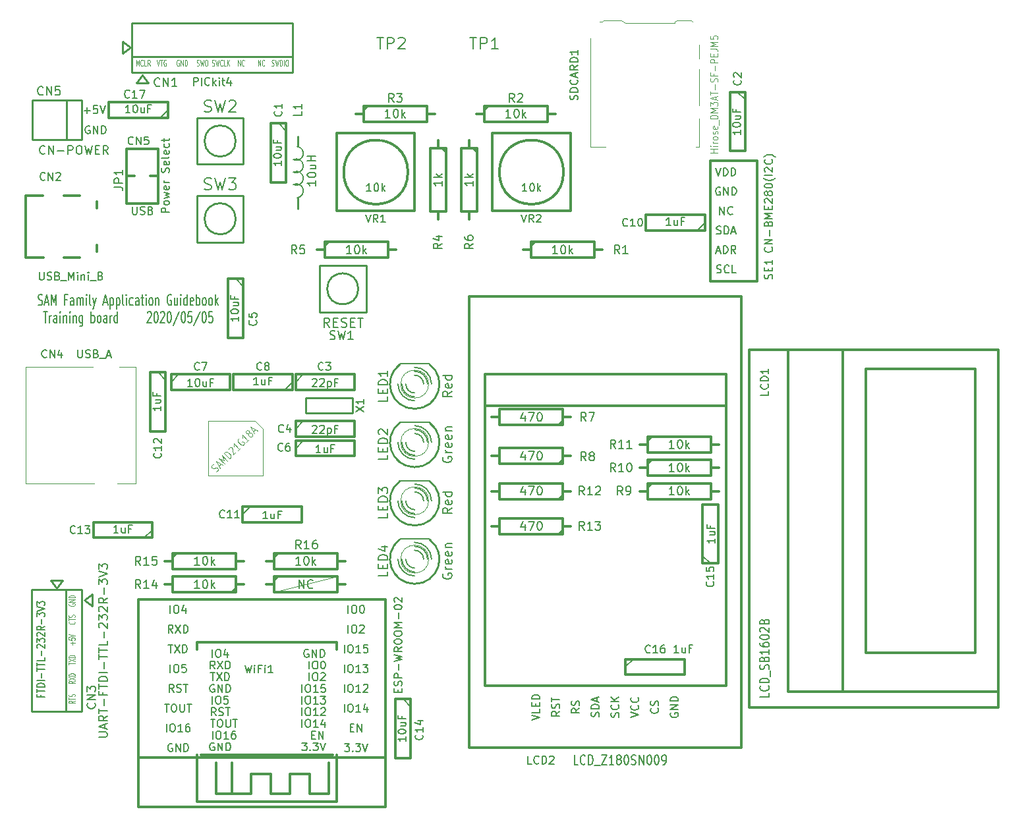
<source format=gto>
G04 #@! TF.GenerationSoftware,KiCad,Pcbnew,(5.1.5)-3*
G04 #@! TF.CreationDate,2020-05-27T20:28:37+09:00*
G04 #@! TF.ProjectId,SAMD21G_TrainingBoard,53414d44-3231-4475-9f54-7261696e696e,rev?*
G04 #@! TF.SameCoordinates,Original*
G04 #@! TF.FileFunction,Legend,Top*
G04 #@! TF.FilePolarity,Positive*
%FSLAX46Y46*%
G04 Gerber Fmt 4.6, Leading zero omitted, Abs format (unit mm)*
G04 Created by KiCad (PCBNEW (5.1.5)-3) date 2020-05-27 20:28:37*
%MOMM*%
%LPD*%
G04 APERTURE LIST*
%ADD10C,0.150000*%
%ADD11C,0.140000*%
%ADD12C,0.120000*%
%ADD13C,0.300000*%
%ADD14C,0.250000*%
%ADD15C,0.200000*%
%ADD16C,0.254000*%
%ADD17C,0.152400*%
%ADD18C,0.076200*%
%ADD19C,0.203200*%
%ADD20C,0.304800*%
%ADD21C,0.180000*%
G04 APERTURE END LIST*
D10*
X121595238Y-58852380D02*
X121595238Y-57852380D01*
X121976190Y-57852380D01*
X122071428Y-57900000D01*
X122119047Y-57947619D01*
X122166666Y-58042857D01*
X122166666Y-58185714D01*
X122119047Y-58280952D01*
X122071428Y-58328571D01*
X121976190Y-58376190D01*
X121595238Y-58376190D01*
X122595238Y-58852380D02*
X122595238Y-57852380D01*
X123642857Y-58757142D02*
X123595238Y-58804761D01*
X123452380Y-58852380D01*
X123357142Y-58852380D01*
X123214285Y-58804761D01*
X123119047Y-58709523D01*
X123071428Y-58614285D01*
X123023809Y-58423809D01*
X123023809Y-58280952D01*
X123071428Y-58090476D01*
X123119047Y-57995238D01*
X123214285Y-57900000D01*
X123357142Y-57852380D01*
X123452380Y-57852380D01*
X123595238Y-57900000D01*
X123642857Y-57947619D01*
X124071428Y-58852380D02*
X124071428Y-57852380D01*
X124166666Y-58471428D02*
X124452380Y-58852380D01*
X124452380Y-58185714D02*
X124071428Y-58566666D01*
X124880952Y-58852380D02*
X124880952Y-58185714D01*
X124880952Y-57852380D02*
X124833333Y-57900000D01*
X124880952Y-57947619D01*
X124928571Y-57900000D01*
X124880952Y-57852380D01*
X124880952Y-57947619D01*
X125214285Y-58185714D02*
X125595238Y-58185714D01*
X125357142Y-57852380D02*
X125357142Y-58709523D01*
X125404761Y-58804761D01*
X125500000Y-58852380D01*
X125595238Y-58852380D01*
X126357142Y-58185714D02*
X126357142Y-58852380D01*
X126119047Y-57804761D02*
X125880952Y-58519047D01*
X126500000Y-58519047D01*
X107514285Y-62071428D02*
X108276190Y-62071428D01*
X107895238Y-62452380D02*
X107895238Y-61690476D01*
X109228571Y-61452380D02*
X108752380Y-61452380D01*
X108704761Y-61928571D01*
X108752380Y-61880952D01*
X108847619Y-61833333D01*
X109085714Y-61833333D01*
X109180952Y-61880952D01*
X109228571Y-61928571D01*
X109276190Y-62023809D01*
X109276190Y-62261904D01*
X109228571Y-62357142D01*
X109180952Y-62404761D01*
X109085714Y-62452380D01*
X108847619Y-62452380D01*
X108752380Y-62404761D01*
X108704761Y-62357142D01*
X109561904Y-61452380D02*
X109895238Y-62452380D01*
X110228571Y-61452380D01*
X108238095Y-64100000D02*
X108142857Y-64052380D01*
X108000000Y-64052380D01*
X107857142Y-64100000D01*
X107761904Y-64195238D01*
X107714285Y-64290476D01*
X107666666Y-64480952D01*
X107666666Y-64623809D01*
X107714285Y-64814285D01*
X107761904Y-64909523D01*
X107857142Y-65004761D01*
X108000000Y-65052380D01*
X108095238Y-65052380D01*
X108238095Y-65004761D01*
X108285714Y-64957142D01*
X108285714Y-64623809D01*
X108095238Y-64623809D01*
X108714285Y-65052380D02*
X108714285Y-64052380D01*
X109285714Y-65052380D01*
X109285714Y-64052380D01*
X109761904Y-65052380D02*
X109761904Y-64052380D01*
X110000000Y-64052380D01*
X110142857Y-64100000D01*
X110238095Y-64195238D01*
X110285714Y-64290476D01*
X110333333Y-64480952D01*
X110333333Y-64623809D01*
X110285714Y-64814285D01*
X110238095Y-64909523D01*
X110142857Y-65004761D01*
X110000000Y-65052380D01*
X109761904Y-65052380D01*
D11*
X101650000Y-87046666D02*
X101778571Y-87113333D01*
X101992857Y-87113333D01*
X102078571Y-87046666D01*
X102121428Y-86980000D01*
X102164285Y-86846666D01*
X102164285Y-86713333D01*
X102121428Y-86580000D01*
X102078571Y-86513333D01*
X101992857Y-86446666D01*
X101821428Y-86380000D01*
X101735714Y-86313333D01*
X101692857Y-86246666D01*
X101650000Y-86113333D01*
X101650000Y-85980000D01*
X101692857Y-85846666D01*
X101735714Y-85780000D01*
X101821428Y-85713333D01*
X102035714Y-85713333D01*
X102164285Y-85780000D01*
X102507142Y-86713333D02*
X102935714Y-86713333D01*
X102421428Y-87113333D02*
X102721428Y-85713333D01*
X103021428Y-87113333D01*
X103321428Y-87113333D02*
X103321428Y-85713333D01*
X103621428Y-86713333D01*
X103921428Y-85713333D01*
X103921428Y-87113333D01*
X105335714Y-86380000D02*
X105035714Y-86380000D01*
X105035714Y-87113333D02*
X105035714Y-85713333D01*
X105464285Y-85713333D01*
X106192857Y-87113333D02*
X106192857Y-86380000D01*
X106150000Y-86246666D01*
X106064285Y-86180000D01*
X105892857Y-86180000D01*
X105807142Y-86246666D01*
X106192857Y-87046666D02*
X106107142Y-87113333D01*
X105892857Y-87113333D01*
X105807142Y-87046666D01*
X105764285Y-86913333D01*
X105764285Y-86780000D01*
X105807142Y-86646666D01*
X105892857Y-86580000D01*
X106107142Y-86580000D01*
X106192857Y-86513333D01*
X106621428Y-87113333D02*
X106621428Y-86180000D01*
X106621428Y-86313333D02*
X106664285Y-86246666D01*
X106750000Y-86180000D01*
X106878571Y-86180000D01*
X106964285Y-86246666D01*
X107007142Y-86380000D01*
X107007142Y-87113333D01*
X107007142Y-86380000D02*
X107050000Y-86246666D01*
X107135714Y-86180000D01*
X107264285Y-86180000D01*
X107350000Y-86246666D01*
X107392857Y-86380000D01*
X107392857Y-87113333D01*
X107821428Y-87113333D02*
X107821428Y-86180000D01*
X107821428Y-85713333D02*
X107778571Y-85780000D01*
X107821428Y-85846666D01*
X107864285Y-85780000D01*
X107821428Y-85713333D01*
X107821428Y-85846666D01*
X108378571Y-87113333D02*
X108292857Y-87046666D01*
X108250000Y-86913333D01*
X108250000Y-85713333D01*
X108635714Y-86180000D02*
X108850000Y-87113333D01*
X109064285Y-86180000D02*
X108850000Y-87113333D01*
X108764285Y-87446666D01*
X108721428Y-87513333D01*
X108635714Y-87580000D01*
X110050000Y-86713333D02*
X110478571Y-86713333D01*
X109964285Y-87113333D02*
X110264285Y-85713333D01*
X110564285Y-87113333D01*
X110864285Y-86180000D02*
X110864285Y-87580000D01*
X110864285Y-86246666D02*
X110950000Y-86180000D01*
X111121428Y-86180000D01*
X111207142Y-86246666D01*
X111250000Y-86313333D01*
X111292857Y-86446666D01*
X111292857Y-86846666D01*
X111250000Y-86980000D01*
X111207142Y-87046666D01*
X111121428Y-87113333D01*
X110950000Y-87113333D01*
X110864285Y-87046666D01*
X111678571Y-86180000D02*
X111678571Y-87580000D01*
X111678571Y-86246666D02*
X111764285Y-86180000D01*
X111935714Y-86180000D01*
X112021428Y-86246666D01*
X112064285Y-86313333D01*
X112107142Y-86446666D01*
X112107142Y-86846666D01*
X112064285Y-86980000D01*
X112021428Y-87046666D01*
X111935714Y-87113333D01*
X111764285Y-87113333D01*
X111678571Y-87046666D01*
X112621428Y-87113333D02*
X112535714Y-87046666D01*
X112492857Y-86913333D01*
X112492857Y-85713333D01*
X112964285Y-87113333D02*
X112964285Y-86180000D01*
X112964285Y-85713333D02*
X112921428Y-85780000D01*
X112964285Y-85846666D01*
X113007142Y-85780000D01*
X112964285Y-85713333D01*
X112964285Y-85846666D01*
X113778571Y-87046666D02*
X113692857Y-87113333D01*
X113521428Y-87113333D01*
X113435714Y-87046666D01*
X113392857Y-86980000D01*
X113350000Y-86846666D01*
X113350000Y-86446666D01*
X113392857Y-86313333D01*
X113435714Y-86246666D01*
X113521428Y-86180000D01*
X113692857Y-86180000D01*
X113778571Y-86246666D01*
X114550000Y-87113333D02*
X114550000Y-86380000D01*
X114507142Y-86246666D01*
X114421428Y-86180000D01*
X114250000Y-86180000D01*
X114164285Y-86246666D01*
X114550000Y-87046666D02*
X114464285Y-87113333D01*
X114250000Y-87113333D01*
X114164285Y-87046666D01*
X114121428Y-86913333D01*
X114121428Y-86780000D01*
X114164285Y-86646666D01*
X114250000Y-86580000D01*
X114464285Y-86580000D01*
X114550000Y-86513333D01*
X114850000Y-86180000D02*
X115192857Y-86180000D01*
X114978571Y-85713333D02*
X114978571Y-86913333D01*
X115021428Y-87046666D01*
X115107142Y-87113333D01*
X115192857Y-87113333D01*
X115492857Y-87113333D02*
X115492857Y-86180000D01*
X115492857Y-85713333D02*
X115450000Y-85780000D01*
X115492857Y-85846666D01*
X115535714Y-85780000D01*
X115492857Y-85713333D01*
X115492857Y-85846666D01*
X116050000Y-87113333D02*
X115964285Y-87046666D01*
X115921428Y-86980000D01*
X115878571Y-86846666D01*
X115878571Y-86446666D01*
X115921428Y-86313333D01*
X115964285Y-86246666D01*
X116050000Y-86180000D01*
X116178571Y-86180000D01*
X116264285Y-86246666D01*
X116307142Y-86313333D01*
X116350000Y-86446666D01*
X116350000Y-86846666D01*
X116307142Y-86980000D01*
X116264285Y-87046666D01*
X116178571Y-87113333D01*
X116050000Y-87113333D01*
X116735714Y-86180000D02*
X116735714Y-87113333D01*
X116735714Y-86313333D02*
X116778571Y-86246666D01*
X116864285Y-86180000D01*
X116992857Y-86180000D01*
X117078571Y-86246666D01*
X117121428Y-86380000D01*
X117121428Y-87113333D01*
X118707142Y-85780000D02*
X118621428Y-85713333D01*
X118492857Y-85713333D01*
X118364285Y-85780000D01*
X118278571Y-85913333D01*
X118235714Y-86046666D01*
X118192857Y-86313333D01*
X118192857Y-86513333D01*
X118235714Y-86780000D01*
X118278571Y-86913333D01*
X118364285Y-87046666D01*
X118492857Y-87113333D01*
X118578571Y-87113333D01*
X118707142Y-87046666D01*
X118750000Y-86980000D01*
X118750000Y-86513333D01*
X118578571Y-86513333D01*
X119521428Y-86180000D02*
X119521428Y-87113333D01*
X119135714Y-86180000D02*
X119135714Y-86913333D01*
X119178571Y-87046666D01*
X119264285Y-87113333D01*
X119392857Y-87113333D01*
X119478571Y-87046666D01*
X119521428Y-86980000D01*
X119950000Y-87113333D02*
X119950000Y-86180000D01*
X119950000Y-85713333D02*
X119907142Y-85780000D01*
X119950000Y-85846666D01*
X119992857Y-85780000D01*
X119950000Y-85713333D01*
X119950000Y-85846666D01*
X120764285Y-87113333D02*
X120764285Y-85713333D01*
X120764285Y-87046666D02*
X120678571Y-87113333D01*
X120507142Y-87113333D01*
X120421428Y-87046666D01*
X120378571Y-86980000D01*
X120335714Y-86846666D01*
X120335714Y-86446666D01*
X120378571Y-86313333D01*
X120421428Y-86246666D01*
X120507142Y-86180000D01*
X120678571Y-86180000D01*
X120764285Y-86246666D01*
X121535714Y-87046666D02*
X121450000Y-87113333D01*
X121278571Y-87113333D01*
X121192857Y-87046666D01*
X121150000Y-86913333D01*
X121150000Y-86380000D01*
X121192857Y-86246666D01*
X121278571Y-86180000D01*
X121450000Y-86180000D01*
X121535714Y-86246666D01*
X121578571Y-86380000D01*
X121578571Y-86513333D01*
X121150000Y-86646666D01*
X121964285Y-87113333D02*
X121964285Y-85713333D01*
X121964285Y-86246666D02*
X122050000Y-86180000D01*
X122221428Y-86180000D01*
X122307142Y-86246666D01*
X122350000Y-86313333D01*
X122392857Y-86446666D01*
X122392857Y-86846666D01*
X122350000Y-86980000D01*
X122307142Y-87046666D01*
X122221428Y-87113333D01*
X122050000Y-87113333D01*
X121964285Y-87046666D01*
X122907142Y-87113333D02*
X122821428Y-87046666D01*
X122778571Y-86980000D01*
X122735714Y-86846666D01*
X122735714Y-86446666D01*
X122778571Y-86313333D01*
X122821428Y-86246666D01*
X122907142Y-86180000D01*
X123035714Y-86180000D01*
X123121428Y-86246666D01*
X123164285Y-86313333D01*
X123207142Y-86446666D01*
X123207142Y-86846666D01*
X123164285Y-86980000D01*
X123121428Y-87046666D01*
X123035714Y-87113333D01*
X122907142Y-87113333D01*
X123721428Y-87113333D02*
X123635714Y-87046666D01*
X123592857Y-86980000D01*
X123550000Y-86846666D01*
X123550000Y-86446666D01*
X123592857Y-86313333D01*
X123635714Y-86246666D01*
X123721428Y-86180000D01*
X123850000Y-86180000D01*
X123935714Y-86246666D01*
X123978571Y-86313333D01*
X124021428Y-86446666D01*
X124021428Y-86846666D01*
X123978571Y-86980000D01*
X123935714Y-87046666D01*
X123850000Y-87113333D01*
X123721428Y-87113333D01*
X124407142Y-87113333D02*
X124407142Y-85713333D01*
X124492857Y-86580000D02*
X124750000Y-87113333D01*
X124750000Y-86180000D02*
X124407142Y-86713333D01*
X102271428Y-87953333D02*
X102785714Y-87953333D01*
X102528571Y-89353333D02*
X102528571Y-87953333D01*
X103085714Y-89353333D02*
X103085714Y-88420000D01*
X103085714Y-88686666D02*
X103128571Y-88553333D01*
X103171428Y-88486666D01*
X103257142Y-88420000D01*
X103342857Y-88420000D01*
X104028571Y-89353333D02*
X104028571Y-88620000D01*
X103985714Y-88486666D01*
X103900000Y-88420000D01*
X103728571Y-88420000D01*
X103642857Y-88486666D01*
X104028571Y-89286666D02*
X103942857Y-89353333D01*
X103728571Y-89353333D01*
X103642857Y-89286666D01*
X103600000Y-89153333D01*
X103600000Y-89020000D01*
X103642857Y-88886666D01*
X103728571Y-88820000D01*
X103942857Y-88820000D01*
X104028571Y-88753333D01*
X104457142Y-89353333D02*
X104457142Y-88420000D01*
X104457142Y-87953333D02*
X104414285Y-88020000D01*
X104457142Y-88086666D01*
X104500000Y-88020000D01*
X104457142Y-87953333D01*
X104457142Y-88086666D01*
X104885714Y-88420000D02*
X104885714Y-89353333D01*
X104885714Y-88553333D02*
X104928571Y-88486666D01*
X105014285Y-88420000D01*
X105142857Y-88420000D01*
X105228571Y-88486666D01*
X105271428Y-88620000D01*
X105271428Y-89353333D01*
X105700000Y-89353333D02*
X105700000Y-88420000D01*
X105700000Y-87953333D02*
X105657142Y-88020000D01*
X105700000Y-88086666D01*
X105742857Y-88020000D01*
X105700000Y-87953333D01*
X105700000Y-88086666D01*
X106128571Y-88420000D02*
X106128571Y-89353333D01*
X106128571Y-88553333D02*
X106171428Y-88486666D01*
X106257142Y-88420000D01*
X106385714Y-88420000D01*
X106471428Y-88486666D01*
X106514285Y-88620000D01*
X106514285Y-89353333D01*
X107328571Y-88420000D02*
X107328571Y-89553333D01*
X107285714Y-89686666D01*
X107242857Y-89753333D01*
X107157142Y-89820000D01*
X107028571Y-89820000D01*
X106942857Y-89753333D01*
X107328571Y-89286666D02*
X107242857Y-89353333D01*
X107071428Y-89353333D01*
X106985714Y-89286666D01*
X106942857Y-89220000D01*
X106900000Y-89086666D01*
X106900000Y-88686666D01*
X106942857Y-88553333D01*
X106985714Y-88486666D01*
X107071428Y-88420000D01*
X107242857Y-88420000D01*
X107328571Y-88486666D01*
X108442857Y-89353333D02*
X108442857Y-87953333D01*
X108442857Y-88486666D02*
X108528571Y-88420000D01*
X108700000Y-88420000D01*
X108785714Y-88486666D01*
X108828571Y-88553333D01*
X108871428Y-88686666D01*
X108871428Y-89086666D01*
X108828571Y-89220000D01*
X108785714Y-89286666D01*
X108700000Y-89353333D01*
X108528571Y-89353333D01*
X108442857Y-89286666D01*
X109385714Y-89353333D02*
X109300000Y-89286666D01*
X109257142Y-89220000D01*
X109214285Y-89086666D01*
X109214285Y-88686666D01*
X109257142Y-88553333D01*
X109300000Y-88486666D01*
X109385714Y-88420000D01*
X109514285Y-88420000D01*
X109600000Y-88486666D01*
X109642857Y-88553333D01*
X109685714Y-88686666D01*
X109685714Y-89086666D01*
X109642857Y-89220000D01*
X109600000Y-89286666D01*
X109514285Y-89353333D01*
X109385714Y-89353333D01*
X110457142Y-89353333D02*
X110457142Y-88620000D01*
X110414285Y-88486666D01*
X110328571Y-88420000D01*
X110157142Y-88420000D01*
X110071428Y-88486666D01*
X110457142Y-89286666D02*
X110371428Y-89353333D01*
X110157142Y-89353333D01*
X110071428Y-89286666D01*
X110028571Y-89153333D01*
X110028571Y-89020000D01*
X110071428Y-88886666D01*
X110157142Y-88820000D01*
X110371428Y-88820000D01*
X110457142Y-88753333D01*
X110885714Y-89353333D02*
X110885714Y-88420000D01*
X110885714Y-88686666D02*
X110928571Y-88553333D01*
X110971428Y-88486666D01*
X111057142Y-88420000D01*
X111142857Y-88420000D01*
X111828571Y-89353333D02*
X111828571Y-87953333D01*
X111828571Y-89286666D02*
X111742857Y-89353333D01*
X111571428Y-89353333D01*
X111485714Y-89286666D01*
X111442857Y-89220000D01*
X111400000Y-89086666D01*
X111400000Y-88686666D01*
X111442857Y-88553333D01*
X111485714Y-88486666D01*
X111571428Y-88420000D01*
X111742857Y-88420000D01*
X111828571Y-88486666D01*
X115642857Y-88086666D02*
X115685714Y-88020000D01*
X115771428Y-87953333D01*
X115985714Y-87953333D01*
X116071428Y-88020000D01*
X116114285Y-88086666D01*
X116157142Y-88220000D01*
X116157142Y-88353333D01*
X116114285Y-88553333D01*
X115600000Y-89353333D01*
X116157142Y-89353333D01*
X116714285Y-87953333D02*
X116800000Y-87953333D01*
X116885714Y-88020000D01*
X116928571Y-88086666D01*
X116971428Y-88220000D01*
X117014285Y-88486666D01*
X117014285Y-88820000D01*
X116971428Y-89086666D01*
X116928571Y-89220000D01*
X116885714Y-89286666D01*
X116800000Y-89353333D01*
X116714285Y-89353333D01*
X116628571Y-89286666D01*
X116585714Y-89220000D01*
X116542857Y-89086666D01*
X116500000Y-88820000D01*
X116500000Y-88486666D01*
X116542857Y-88220000D01*
X116585714Y-88086666D01*
X116628571Y-88020000D01*
X116714285Y-87953333D01*
X117357142Y-88086666D02*
X117400000Y-88020000D01*
X117485714Y-87953333D01*
X117700000Y-87953333D01*
X117785714Y-88020000D01*
X117828571Y-88086666D01*
X117871428Y-88220000D01*
X117871428Y-88353333D01*
X117828571Y-88553333D01*
X117314285Y-89353333D01*
X117871428Y-89353333D01*
X118428571Y-87953333D02*
X118514285Y-87953333D01*
X118600000Y-88020000D01*
X118642857Y-88086666D01*
X118685714Y-88220000D01*
X118728571Y-88486666D01*
X118728571Y-88820000D01*
X118685714Y-89086666D01*
X118642857Y-89220000D01*
X118600000Y-89286666D01*
X118514285Y-89353333D01*
X118428571Y-89353333D01*
X118342857Y-89286666D01*
X118300000Y-89220000D01*
X118257142Y-89086666D01*
X118214285Y-88820000D01*
X118214285Y-88486666D01*
X118257142Y-88220000D01*
X118300000Y-88086666D01*
X118342857Y-88020000D01*
X118428571Y-87953333D01*
X119757142Y-87886666D02*
X118985714Y-89686666D01*
X120228571Y-87953333D02*
X120314285Y-87953333D01*
X120400000Y-88020000D01*
X120442857Y-88086666D01*
X120485714Y-88220000D01*
X120528571Y-88486666D01*
X120528571Y-88820000D01*
X120485714Y-89086666D01*
X120442857Y-89220000D01*
X120400000Y-89286666D01*
X120314285Y-89353333D01*
X120228571Y-89353333D01*
X120142857Y-89286666D01*
X120100000Y-89220000D01*
X120057142Y-89086666D01*
X120014285Y-88820000D01*
X120014285Y-88486666D01*
X120057142Y-88220000D01*
X120100000Y-88086666D01*
X120142857Y-88020000D01*
X120228571Y-87953333D01*
X121342857Y-87953333D02*
X120914285Y-87953333D01*
X120871428Y-88620000D01*
X120914285Y-88553333D01*
X121000000Y-88486666D01*
X121214285Y-88486666D01*
X121300000Y-88553333D01*
X121342857Y-88620000D01*
X121385714Y-88753333D01*
X121385714Y-89086666D01*
X121342857Y-89220000D01*
X121300000Y-89286666D01*
X121214285Y-89353333D01*
X121000000Y-89353333D01*
X120914285Y-89286666D01*
X120871428Y-89220000D01*
X122414285Y-87886666D02*
X121642857Y-89686666D01*
X122885714Y-87953333D02*
X122971428Y-87953333D01*
X123057142Y-88020000D01*
X123100000Y-88086666D01*
X123142857Y-88220000D01*
X123185714Y-88486666D01*
X123185714Y-88820000D01*
X123142857Y-89086666D01*
X123100000Y-89220000D01*
X123057142Y-89286666D01*
X122971428Y-89353333D01*
X122885714Y-89353333D01*
X122800000Y-89286666D01*
X122757142Y-89220000D01*
X122714285Y-89086666D01*
X122671428Y-88820000D01*
X122671428Y-88486666D01*
X122714285Y-88220000D01*
X122757142Y-88086666D01*
X122800000Y-88020000D01*
X122885714Y-87953333D01*
X124000000Y-87953333D02*
X123571428Y-87953333D01*
X123528571Y-88620000D01*
X123571428Y-88553333D01*
X123657142Y-88486666D01*
X123871428Y-88486666D01*
X123957142Y-88553333D01*
X124000000Y-88620000D01*
X124042857Y-88753333D01*
X124042857Y-89086666D01*
X124000000Y-89220000D01*
X123957142Y-89286666D01*
X123871428Y-89353333D01*
X123657142Y-89353333D01*
X123571428Y-89286666D01*
X123528571Y-89220000D01*
D12*
X124473281Y-108499137D02*
X124587765Y-108451997D01*
X124722452Y-108317310D01*
X124742655Y-108229763D01*
X124735921Y-108169154D01*
X124695515Y-108074873D01*
X124628172Y-108007530D01*
X124533891Y-107967124D01*
X124473281Y-107960389D01*
X124385735Y-107980592D01*
X124244314Y-108054670D01*
X124156767Y-108074873D01*
X124096158Y-108068139D01*
X124001877Y-108027733D01*
X123934533Y-107960389D01*
X123894127Y-107866108D01*
X123887393Y-107805499D01*
X123907596Y-107717953D01*
X124042283Y-107583266D01*
X124156767Y-107536125D01*
X124843671Y-107792031D02*
X125113045Y-107522657D01*
X124991826Y-108047936D02*
X124473281Y-107152267D01*
X125368950Y-107670812D01*
X125557512Y-107482250D02*
X124850405Y-106775144D01*
X125544043Y-107091658D01*
X125227529Y-106398020D01*
X125934635Y-107105127D01*
X126204009Y-106835753D02*
X125496903Y-106128646D01*
X125631590Y-105993959D01*
X125746074Y-105946819D01*
X125867292Y-105960287D01*
X125961573Y-106000693D01*
X126123197Y-106108443D01*
X126224213Y-106209458D01*
X126331962Y-106371083D01*
X126372368Y-106465364D01*
X126385837Y-106586582D01*
X126338697Y-106701066D01*
X126204009Y-106835753D01*
X126102994Y-105657241D02*
X126096260Y-105596632D01*
X126116463Y-105509086D01*
X126251150Y-105374399D01*
X126338697Y-105354196D01*
X126399306Y-105360930D01*
X126493587Y-105401336D01*
X126560930Y-105468680D01*
X126635008Y-105596632D01*
X126715820Y-106323942D01*
X127066006Y-105973756D01*
X127604754Y-105435008D02*
X127281506Y-105758257D01*
X127443130Y-105596632D02*
X126736023Y-104889526D01*
X126783164Y-105044416D01*
X126796632Y-105165634D01*
X126776429Y-105253180D01*
X127470067Y-104222825D02*
X127382521Y-104243028D01*
X127301709Y-104323840D01*
X127254568Y-104438324D01*
X127268037Y-104559542D01*
X127308443Y-104653823D01*
X127416193Y-104815448D01*
X127517208Y-104916463D01*
X127678832Y-105024213D01*
X127773113Y-105064619D01*
X127894331Y-105078087D01*
X128008815Y-105030947D01*
X128062690Y-104977072D01*
X128109831Y-104862588D01*
X128103096Y-104801979D01*
X127867394Y-104566277D01*
X127759644Y-104674026D01*
X128709188Y-104330574D02*
X128385939Y-104653823D01*
X128547563Y-104492199D02*
X127840457Y-103785092D01*
X127887597Y-103939982D01*
X127901066Y-104061200D01*
X127880863Y-104148747D01*
X128628376Y-103603265D02*
X128540829Y-103623468D01*
X128480220Y-103616733D01*
X128385939Y-103576327D01*
X128352267Y-103542655D01*
X128311861Y-103448375D01*
X128305127Y-103387765D01*
X128325330Y-103300219D01*
X128433079Y-103192469D01*
X128520626Y-103172266D01*
X128581235Y-103179001D01*
X128675516Y-103219407D01*
X128709188Y-103253078D01*
X128749594Y-103347359D01*
X128756328Y-103407968D01*
X128736125Y-103495515D01*
X128628376Y-103603265D01*
X128608173Y-103690811D01*
X128614907Y-103751420D01*
X128655313Y-103845701D01*
X128790000Y-103980388D01*
X128884281Y-104020794D01*
X128944890Y-104027529D01*
X129032437Y-104007326D01*
X129140186Y-103899576D01*
X129160389Y-103812029D01*
X129153655Y-103751420D01*
X129113249Y-103657139D01*
X128978562Y-103522452D01*
X128884281Y-103482046D01*
X128823672Y-103475312D01*
X128736125Y-103495515D01*
X129261405Y-103374297D02*
X129530779Y-103104923D01*
X129409560Y-103630202D02*
X128891015Y-102734533D01*
X129786684Y-103253078D01*
X123500000Y-109000000D02*
X123500000Y-102000000D01*
X130500000Y-109000000D02*
X123500000Y-109000000D01*
X130500000Y-103000000D02*
X130500000Y-109000000D01*
X129500000Y-102000000D02*
X130500000Y-103000000D01*
X123500000Y-102000000D02*
X129500000Y-102000000D01*
X131936000Y-124016000D02*
X140000000Y-122000000D01*
D10*
X118452380Y-75166666D02*
X117452380Y-75166666D01*
X117452380Y-74785714D01*
X117500000Y-74690476D01*
X117547619Y-74642857D01*
X117642857Y-74595238D01*
X117785714Y-74595238D01*
X117880952Y-74642857D01*
X117928571Y-74690476D01*
X117976190Y-74785714D01*
X117976190Y-75166666D01*
X118452380Y-74023809D02*
X118404761Y-74119047D01*
X118357142Y-74166666D01*
X118261904Y-74214285D01*
X117976190Y-74214285D01*
X117880952Y-74166666D01*
X117833333Y-74119047D01*
X117785714Y-74023809D01*
X117785714Y-73880952D01*
X117833333Y-73785714D01*
X117880952Y-73738095D01*
X117976190Y-73690476D01*
X118261904Y-73690476D01*
X118357142Y-73738095D01*
X118404761Y-73785714D01*
X118452380Y-73880952D01*
X118452380Y-74023809D01*
X117785714Y-73357142D02*
X118452380Y-73166666D01*
X117976190Y-72976190D01*
X118452380Y-72785714D01*
X117785714Y-72595238D01*
X118404761Y-71833333D02*
X118452380Y-71928571D01*
X118452380Y-72119047D01*
X118404761Y-72214285D01*
X118309523Y-72261904D01*
X117928571Y-72261904D01*
X117833333Y-72214285D01*
X117785714Y-72119047D01*
X117785714Y-71928571D01*
X117833333Y-71833333D01*
X117928571Y-71785714D01*
X118023809Y-71785714D01*
X118119047Y-72261904D01*
X118452380Y-71357142D02*
X117785714Y-71357142D01*
X117976190Y-71357142D02*
X117880952Y-71309523D01*
X117833333Y-71261904D01*
X117785714Y-71166666D01*
X117785714Y-71071428D01*
X118404761Y-70023809D02*
X118452380Y-69880952D01*
X118452380Y-69642857D01*
X118404761Y-69547619D01*
X118357142Y-69500000D01*
X118261904Y-69452380D01*
X118166666Y-69452380D01*
X118071428Y-69500000D01*
X118023809Y-69547619D01*
X117976190Y-69642857D01*
X117928571Y-69833333D01*
X117880952Y-69928571D01*
X117833333Y-69976190D01*
X117738095Y-70023809D01*
X117642857Y-70023809D01*
X117547619Y-69976190D01*
X117500000Y-69928571D01*
X117452380Y-69833333D01*
X117452380Y-69595238D01*
X117500000Y-69452380D01*
X118404761Y-68642857D02*
X118452380Y-68738095D01*
X118452380Y-68928571D01*
X118404761Y-69023809D01*
X118309523Y-69071428D01*
X117928571Y-69071428D01*
X117833333Y-69023809D01*
X117785714Y-68928571D01*
X117785714Y-68738095D01*
X117833333Y-68642857D01*
X117928571Y-68595238D01*
X118023809Y-68595238D01*
X118119047Y-69071428D01*
X118452380Y-68023809D02*
X118404761Y-68119047D01*
X118309523Y-68166666D01*
X117452380Y-68166666D01*
X118404761Y-67261904D02*
X118452380Y-67357142D01*
X118452380Y-67547619D01*
X118404761Y-67642857D01*
X118309523Y-67690476D01*
X117928571Y-67690476D01*
X117833333Y-67642857D01*
X117785714Y-67547619D01*
X117785714Y-67357142D01*
X117833333Y-67261904D01*
X117928571Y-67214285D01*
X118023809Y-67214285D01*
X118119047Y-67690476D01*
X118404761Y-66357142D02*
X118452380Y-66452380D01*
X118452380Y-66642857D01*
X118404761Y-66738095D01*
X118357142Y-66785714D01*
X118261904Y-66833333D01*
X117976190Y-66833333D01*
X117880952Y-66785714D01*
X117833333Y-66738095D01*
X117785714Y-66642857D01*
X117785714Y-66452380D01*
X117833333Y-66357142D01*
X117785714Y-66071428D02*
X117785714Y-65690476D01*
X117452380Y-65928571D02*
X118309523Y-65928571D01*
X118404761Y-65880952D01*
X118452380Y-65785714D01*
X118452380Y-65690476D01*
X139057142Y-89942857D02*
X138657142Y-89371428D01*
X138371428Y-89942857D02*
X138371428Y-88742857D01*
X138828571Y-88742857D01*
X138942857Y-88800000D01*
X139000000Y-88857142D01*
X139057142Y-88971428D01*
X139057142Y-89142857D01*
X139000000Y-89257142D01*
X138942857Y-89314285D01*
X138828571Y-89371428D01*
X138371428Y-89371428D01*
X139571428Y-89314285D02*
X139971428Y-89314285D01*
X140142857Y-89942857D02*
X139571428Y-89942857D01*
X139571428Y-88742857D01*
X140142857Y-88742857D01*
X140600000Y-89885714D02*
X140771428Y-89942857D01*
X141057142Y-89942857D01*
X141171428Y-89885714D01*
X141228571Y-89828571D01*
X141285714Y-89714285D01*
X141285714Y-89600000D01*
X141228571Y-89485714D01*
X141171428Y-89428571D01*
X141057142Y-89371428D01*
X140828571Y-89314285D01*
X140714285Y-89257142D01*
X140657142Y-89200000D01*
X140600000Y-89085714D01*
X140600000Y-88971428D01*
X140657142Y-88857142D01*
X140714285Y-88800000D01*
X140828571Y-88742857D01*
X141114285Y-88742857D01*
X141285714Y-88800000D01*
X141800000Y-89314285D02*
X142200000Y-89314285D01*
X142371428Y-89942857D02*
X141800000Y-89942857D01*
X141800000Y-88742857D01*
X142371428Y-88742857D01*
X142714285Y-88742857D02*
X143400000Y-88742857D01*
X143057142Y-89942857D02*
X143057142Y-88742857D01*
X113809523Y-66357142D02*
X113761904Y-66404761D01*
X113619047Y-66452380D01*
X113523809Y-66452380D01*
X113380952Y-66404761D01*
X113285714Y-66309523D01*
X113238095Y-66214285D01*
X113190476Y-66023809D01*
X113190476Y-65880952D01*
X113238095Y-65690476D01*
X113285714Y-65595238D01*
X113380952Y-65500000D01*
X113523809Y-65452380D01*
X113619047Y-65452380D01*
X113761904Y-65500000D01*
X113809523Y-65547619D01*
X114238095Y-66452380D02*
X114238095Y-65452380D01*
X114809523Y-66452380D01*
X114809523Y-65452380D01*
X115761904Y-65452380D02*
X115285714Y-65452380D01*
X115238095Y-65928571D01*
X115285714Y-65880952D01*
X115380952Y-65833333D01*
X115619047Y-65833333D01*
X115714285Y-65880952D01*
X115761904Y-65928571D01*
X115809523Y-66023809D01*
X115809523Y-66261904D01*
X115761904Y-66357142D01*
X115714285Y-66404761D01*
X115619047Y-66452380D01*
X115380952Y-66452380D01*
X115285714Y-66404761D01*
X115238095Y-66357142D01*
X113738095Y-74452380D02*
X113738095Y-75261904D01*
X113785714Y-75357142D01*
X113833333Y-75404761D01*
X113928571Y-75452380D01*
X114119047Y-75452380D01*
X114214285Y-75404761D01*
X114261904Y-75357142D01*
X114309523Y-75261904D01*
X114309523Y-74452380D01*
X114738095Y-75404761D02*
X114880952Y-75452380D01*
X115119047Y-75452380D01*
X115214285Y-75404761D01*
X115261904Y-75357142D01*
X115309523Y-75261904D01*
X115309523Y-75166666D01*
X115261904Y-75071428D01*
X115214285Y-75023809D01*
X115119047Y-74976190D01*
X114928571Y-74928571D01*
X114833333Y-74880952D01*
X114785714Y-74833333D01*
X114738095Y-74738095D01*
X114738095Y-74642857D01*
X114785714Y-74547619D01*
X114833333Y-74500000D01*
X114928571Y-74452380D01*
X115166666Y-74452380D01*
X115309523Y-74500000D01*
X116071428Y-74928571D02*
X116214285Y-74976190D01*
X116261904Y-75023809D01*
X116309523Y-75119047D01*
X116309523Y-75261904D01*
X116261904Y-75357142D01*
X116214285Y-75404761D01*
X116119047Y-75452380D01*
X115738095Y-75452380D01*
X115738095Y-74452380D01*
X116071428Y-74452380D01*
X116166666Y-74500000D01*
X116214285Y-74547619D01*
X116261904Y-74642857D01*
X116261904Y-74738095D01*
X116214285Y-74833333D01*
X116166666Y-74880952D01*
X116071428Y-74928571D01*
X115738095Y-74928571D01*
D13*
X146270000Y-145270000D02*
X114520000Y-145270000D01*
X146270000Y-151620000D02*
X146270000Y-124950000D01*
X114520000Y-151620000D02*
X146270000Y-151620000D01*
X114520000Y-124950000D02*
X114520000Y-151620000D01*
X146270000Y-124950000D02*
X114520000Y-124950000D01*
X194000000Y-68500000D02*
X188000000Y-68500000D01*
X188000000Y-68500000D02*
X188000000Y-84000000D01*
X188000000Y-84000000D02*
X194000000Y-84000000D01*
X194000000Y-84000000D02*
X194000000Y-68500000D01*
X208000000Y-131800000D02*
X208000000Y-95300000D01*
X222000000Y-95300000D02*
X222000000Y-131800000D01*
X222000000Y-131800000D02*
X208000000Y-131800000D01*
X222000000Y-95300000D02*
X208000000Y-95300000D01*
X205000000Y-92800000D02*
X205000000Y-136800000D01*
X198000000Y-136800000D02*
X198000000Y-92800000D01*
X225000000Y-136800000D02*
X198000000Y-136800000D01*
X225000000Y-138800000D02*
X193000000Y-138800000D01*
X225000000Y-92800000D02*
X225000000Y-138800000D01*
X193000000Y-92800000D02*
X193000000Y-138800000D01*
X193000000Y-92800000D02*
X225000000Y-92800000D01*
X124500000Y-149900000D02*
X124500000Y-145900000D01*
X126500000Y-149900000D02*
X124500000Y-149900000D01*
X126500000Y-149900000D02*
X126500000Y-145900000D01*
X129000000Y-149900000D02*
X126500000Y-149900000D01*
X134000000Y-149900000D02*
X131500000Y-149900000D01*
X129000000Y-147400000D02*
X129000000Y-149900000D01*
X131500000Y-147400000D02*
X129000000Y-147400000D01*
X131500000Y-149900000D02*
X131500000Y-147400000D01*
X139000000Y-149900000D02*
X136500000Y-149900000D01*
X134000000Y-147400000D02*
X134000000Y-149900000D01*
X136500000Y-147400000D02*
X134000000Y-147400000D01*
X136500000Y-149900000D02*
X136500000Y-147400000D01*
X139000000Y-145900000D02*
X139000000Y-149900000D01*
X139500000Y-144900000D02*
X122500000Y-144900000D01*
X122000000Y-130400000D02*
X122000000Y-131400000D01*
X140000000Y-130400000D02*
X122000000Y-130400000D01*
X140000000Y-131400000D02*
X140000000Y-130400000D01*
X140000000Y-144900000D02*
X140000000Y-150900000D01*
X122000000Y-150900000D02*
X122000000Y-144900000D01*
X140000000Y-150900000D02*
X122000000Y-150900000D01*
D14*
X113690000Y-55200000D02*
X134290000Y-55200000D01*
X113690000Y-50800000D02*
X113690000Y-57200000D01*
X134290000Y-50800000D02*
X113690000Y-50800000D01*
X134290000Y-57200000D02*
X134290000Y-50800000D01*
X113690000Y-57200000D02*
X134290000Y-57200000D01*
X115762000Y-58540000D02*
X114238000Y-58540000D01*
X115000000Y-57524000D02*
X115762000Y-58540000D01*
X114238000Y-58540000D02*
X115000000Y-57524000D01*
X112460000Y-53238000D02*
X113476000Y-54000000D01*
X112460000Y-54762000D02*
X112460000Y-53238000D01*
X113476000Y-54000000D02*
X112460000Y-54762000D01*
D15*
X132500000Y-63700000D02*
X133500000Y-64700000D01*
D13*
X133500000Y-63700000D02*
X131500000Y-63700000D01*
X133500000Y-71300000D02*
X131500000Y-71300000D01*
X131500000Y-63700000D02*
X131500000Y-71300000D01*
X133500000Y-63700000D02*
X133500000Y-71300000D01*
D15*
X191500000Y-59700000D02*
X192500000Y-60700000D01*
D13*
X192500000Y-59700000D02*
X190500000Y-59700000D01*
X192500000Y-67300000D02*
X190500000Y-67300000D01*
X190500000Y-59700000D02*
X190500000Y-67300000D01*
X192500000Y-59700000D02*
X192500000Y-67300000D01*
X134700000Y-96000000D02*
X142300000Y-96000000D01*
X134700000Y-98000000D02*
X142300000Y-98000000D01*
X142300000Y-96000000D02*
X142300000Y-98000000D01*
X134700000Y-96000000D02*
X134700000Y-98000000D01*
D15*
X134700000Y-97000000D02*
X135700000Y-96000000D01*
X134700000Y-103000000D02*
X135700000Y-102000000D01*
D13*
X134700000Y-102000000D02*
X134700000Y-104000000D01*
X142300000Y-102000000D02*
X142300000Y-104000000D01*
X134700000Y-104000000D02*
X142300000Y-104000000D01*
X134700000Y-102000000D02*
X142300000Y-102000000D01*
X128000000Y-83700000D02*
X128000000Y-91300000D01*
X126000000Y-83700000D02*
X126000000Y-91300000D01*
X128000000Y-91300000D02*
X126000000Y-91300000D01*
X128000000Y-83700000D02*
X126000000Y-83700000D01*
D15*
X127000000Y-83700000D02*
X128000000Y-84700000D01*
D13*
X134700000Y-104500000D02*
X142300000Y-104500000D01*
X134700000Y-106500000D02*
X142300000Y-106500000D01*
X142300000Y-104500000D02*
X142300000Y-106500000D01*
X134700000Y-104500000D02*
X134700000Y-106500000D01*
D15*
X134700000Y-105500000D02*
X135700000Y-104500000D01*
X118700000Y-97000000D02*
X119700000Y-96000000D01*
D13*
X118700000Y-96000000D02*
X118700000Y-98000000D01*
X126300000Y-96000000D02*
X126300000Y-98000000D01*
X118700000Y-98000000D02*
X126300000Y-98000000D01*
X118700000Y-96000000D02*
X126300000Y-96000000D01*
D15*
X134300000Y-97000000D02*
X133300000Y-98000000D01*
D13*
X134300000Y-98000000D02*
X134300000Y-96000000D01*
X126700000Y-98000000D02*
X126700000Y-96000000D01*
X134300000Y-96000000D02*
X126700000Y-96000000D01*
X134300000Y-98000000D02*
X126700000Y-98000000D01*
X187300000Y-77500000D02*
X179700000Y-77500000D01*
X187300000Y-75500000D02*
X179700000Y-75500000D01*
X179700000Y-77500000D02*
X179700000Y-75500000D01*
X187300000Y-77500000D02*
X187300000Y-75500000D01*
D15*
X187300000Y-76500000D02*
X186300000Y-77500000D01*
D13*
X127900000Y-113000000D02*
X135500000Y-113000000D01*
X127900000Y-115000000D02*
X135500000Y-115000000D01*
X135500000Y-113000000D02*
X135500000Y-115000000D01*
X127900000Y-113000000D02*
X127900000Y-115000000D01*
D15*
X127900000Y-114000000D02*
X128900000Y-113000000D01*
D13*
X118000000Y-95700000D02*
X118000000Y-103300000D01*
X116000000Y-95700000D02*
X116000000Y-103300000D01*
X118000000Y-103300000D02*
X116000000Y-103300000D01*
X118000000Y-95700000D02*
X116000000Y-95700000D01*
D15*
X117000000Y-95700000D02*
X118000000Y-96700000D01*
X116300000Y-116000000D02*
X115300000Y-117000000D01*
D13*
X116300000Y-117000000D02*
X116300000Y-115000000D01*
X108700000Y-117000000D02*
X108700000Y-115000000D01*
X116300000Y-115000000D02*
X108700000Y-115000000D01*
X116300000Y-117000000D02*
X108700000Y-117000000D01*
X149500000Y-137700000D02*
X149500000Y-145300000D01*
X147500000Y-137700000D02*
X147500000Y-145300000D01*
X149500000Y-145300000D02*
X147500000Y-145300000D01*
X149500000Y-137700000D02*
X147500000Y-137700000D01*
D15*
X148500000Y-137700000D02*
X149500000Y-138700000D01*
D13*
X187000000Y-120300000D02*
X187000000Y-112700000D01*
X189000000Y-120300000D02*
X189000000Y-112700000D01*
X187000000Y-112700000D02*
X189000000Y-112700000D01*
X187000000Y-120300000D02*
X189000000Y-120300000D01*
D15*
X188000000Y-120300000D02*
X187000000Y-119300000D01*
X177100000Y-133600000D02*
X178100000Y-132600000D01*
D13*
X177100000Y-132600000D02*
X177100000Y-134600000D01*
X184700000Y-132600000D02*
X184700000Y-134600000D01*
X177100000Y-134600000D02*
X184700000Y-134600000D01*
X177100000Y-132600000D02*
X184700000Y-132600000D01*
X118300000Y-63000000D02*
X110700000Y-63000000D01*
X118300000Y-61000000D02*
X110700000Y-61000000D01*
X110700000Y-63000000D02*
X110700000Y-61000000D01*
X118300000Y-63000000D02*
X118300000Y-61000000D01*
D15*
X118300000Y-62000000D02*
X117300000Y-63000000D01*
D13*
X100000000Y-73000000D02*
X100000000Y-81000000D01*
X109200000Y-74600000D02*
X109200000Y-73800000D01*
X109200000Y-79400000D02*
X109200000Y-80200000D01*
X107000000Y-73000000D02*
X104900000Y-73000000D01*
X107000000Y-81000000D02*
X104900000Y-81000000D01*
X102200000Y-73000000D02*
X100000000Y-73000000D01*
X100000000Y-73000000D02*
X100000000Y-81000000D01*
X100000000Y-81000000D02*
X102300000Y-81000000D01*
D14*
X104762000Y-122460000D02*
X104000000Y-123476000D01*
X104000000Y-123476000D02*
X103238000Y-122460000D01*
X103238000Y-122460000D02*
X104762000Y-122460000D01*
X108540000Y-124238000D02*
X108540000Y-125762000D01*
X108540000Y-125762000D02*
X107524000Y-125000000D01*
X107524000Y-125000000D02*
X108540000Y-124238000D01*
X107200000Y-123690000D02*
X100800000Y-123690000D01*
X107200000Y-139290000D02*
X100800000Y-139290000D01*
X107200000Y-123690000D02*
X107200000Y-139290000D01*
X105200000Y-139290000D02*
X105200000Y-123690000D01*
X100800000Y-123690000D02*
X100800000Y-139290000D01*
D12*
X108650000Y-95060000D02*
X100050000Y-95060000D01*
X108850000Y-110050000D02*
X100050000Y-110050000D01*
X100050000Y-110050000D02*
X100050000Y-95060000D01*
X114140000Y-110050000D02*
X114140000Y-95060000D01*
X114140000Y-95060000D02*
X112020000Y-95060000D01*
X114140000Y-110050000D02*
X111810000Y-110050000D01*
D16*
X105270000Y-65810000D02*
X105270000Y-60730000D01*
X100825000Y-65810000D02*
X100825000Y-60730000D01*
X107175000Y-60730000D02*
X107175000Y-65810000D01*
X107175000Y-60730000D02*
X100825000Y-60730000D01*
X107175000Y-65810000D02*
X100825000Y-65810000D01*
D13*
X113000000Y-70500000D02*
X114000000Y-70500000D01*
X117000000Y-70500000D02*
X116000000Y-70500000D01*
X113000000Y-67000000D02*
X115500000Y-67000000D01*
X113000000Y-74000000D02*
X113000000Y-67000000D01*
X117000000Y-74000000D02*
X113000000Y-74000000D01*
X117000000Y-67000000D02*
X117000000Y-74000000D01*
X115500000Y-67000000D02*
X117000000Y-67000000D01*
D10*
X134400841Y-69999582D02*
G75*
G02X134400422Y-71599790I399580J-800209D01*
G01*
X134401262Y-68399373D02*
G75*
G02X134400843Y-69999581I399580J-800209D01*
G01*
X134902260Y-66711439D02*
G75*
G02X134400001Y-68399999I-102260J-888561D01*
G01*
X134902260Y-73288561D02*
G75*
G03X134400001Y-71600001I-102260J888561D01*
G01*
D14*
X135000000Y-74700000D02*
X135000000Y-73300000D01*
X135000000Y-66700000D02*
X135000000Y-65400000D01*
D13*
X190000000Y-100000000D02*
X159000000Y-100000000D01*
X190000000Y-96000000D02*
X190000000Y-136000000D01*
X159000000Y-96000000D02*
X190000000Y-96000000D01*
X159000000Y-136000000D02*
X159000000Y-96000000D01*
X190000000Y-136000000D02*
X159000000Y-136000000D01*
X192000000Y-86000000D02*
X192000000Y-144000000D01*
X157000000Y-86000000D02*
X192000000Y-86000000D01*
X157000000Y-144000000D02*
X157000000Y-86000000D01*
X192000000Y-144000000D02*
X157000000Y-144000000D01*
D17*
X152159000Y-97246000D02*
G75*
G03X150000000Y-95087000I-2159000J0D01*
G01*
X147841000Y-97246000D02*
G75*
G03X150000000Y-99405000I2159000J0D01*
G01*
X151651000Y-97246000D02*
G75*
G03X150000000Y-95595000I-1651000J0D01*
G01*
X148349000Y-97246000D02*
G75*
G03X150000000Y-98897000I1651000J0D01*
G01*
X151143000Y-97246000D02*
G75*
G03X150000000Y-96103000I-1143000J0D01*
G01*
X148857000Y-97246000D02*
G75*
G03X150000000Y-98389000I1143000J0D01*
G01*
D16*
X148092332Y-94708003D02*
G75*
G03X151905000Y-94706000I1907668J-2537997D01*
G01*
D18*
X151796051Y-97246000D02*
G75*
G03X151796051Y-97246000I-1796051J0D01*
G01*
D19*
X151905000Y-94655200D02*
X148095000Y-94655200D01*
X151905000Y-102155200D02*
X148095000Y-102155200D01*
D18*
X151796051Y-104746000D02*
G75*
G03X151796051Y-104746000I-1796051J0D01*
G01*
D16*
X148092332Y-102208003D02*
G75*
G03X151905000Y-102206000I1907668J-2537997D01*
G01*
D17*
X148857000Y-104746000D02*
G75*
G03X150000000Y-105889000I1143000J0D01*
G01*
X151143000Y-104746000D02*
G75*
G03X150000000Y-103603000I-1143000J0D01*
G01*
X148349000Y-104746000D02*
G75*
G03X150000000Y-106397000I1651000J0D01*
G01*
X151651000Y-104746000D02*
G75*
G03X150000000Y-103095000I-1651000J0D01*
G01*
X147841000Y-104746000D02*
G75*
G03X150000000Y-106905000I2159000J0D01*
G01*
X152159000Y-104746000D02*
G75*
G03X150000000Y-102587000I-2159000J0D01*
G01*
X152159000Y-112246000D02*
G75*
G03X150000000Y-110087000I-2159000J0D01*
G01*
X147841000Y-112246000D02*
G75*
G03X150000000Y-114405000I2159000J0D01*
G01*
X151651000Y-112246000D02*
G75*
G03X150000000Y-110595000I-1651000J0D01*
G01*
X148349000Y-112246000D02*
G75*
G03X150000000Y-113897000I1651000J0D01*
G01*
X151143000Y-112246000D02*
G75*
G03X150000000Y-111103000I-1143000J0D01*
G01*
X148857000Y-112246000D02*
G75*
G03X150000000Y-113389000I1143000J0D01*
G01*
D16*
X148092332Y-109708003D02*
G75*
G03X151905000Y-109706000I1907668J-2537997D01*
G01*
D18*
X151796051Y-112246000D02*
G75*
G03X151796051Y-112246000I-1796051J0D01*
G01*
D19*
X151905000Y-109655200D02*
X148095000Y-109655200D01*
X151905000Y-117155200D02*
X148095000Y-117155200D01*
D18*
X151796051Y-119746000D02*
G75*
G03X151796051Y-119746000I-1796051J0D01*
G01*
D16*
X148092332Y-117208003D02*
G75*
G03X151905000Y-117206000I1907668J-2537997D01*
G01*
D17*
X148857000Y-119746000D02*
G75*
G03X150000000Y-120889000I1143000J0D01*
G01*
X151143000Y-119746000D02*
G75*
G03X150000000Y-118603000I-1143000J0D01*
G01*
X148349000Y-119746000D02*
G75*
G03X150000000Y-121397000I1651000J0D01*
G01*
X151651000Y-119746000D02*
G75*
G03X150000000Y-118095000I-1651000J0D01*
G01*
X147841000Y-119746000D02*
G75*
G03X150000000Y-121905000I2159000J0D01*
G01*
X152159000Y-119746000D02*
G75*
G03X150000000Y-117587000I-2159000J0D01*
G01*
D20*
X174080000Y-80000000D02*
X173064000Y-80000000D01*
X164936000Y-79492000D02*
X165444000Y-78984000D01*
X164936000Y-81016000D02*
X164936000Y-80000000D01*
X173064000Y-81016000D02*
X164936000Y-81016000D01*
X173064000Y-78984000D02*
X173064000Y-81016000D01*
X164936000Y-78984000D02*
X173064000Y-78984000D01*
X164936000Y-80000000D02*
X164936000Y-78984000D01*
X163920000Y-80000000D02*
X164936000Y-80000000D01*
X168080000Y-62500000D02*
X167064000Y-62500000D01*
X158936000Y-61992000D02*
X159444000Y-61484000D01*
X158936000Y-63516000D02*
X158936000Y-62500000D01*
X167064000Y-63516000D02*
X158936000Y-63516000D01*
X167064000Y-61484000D02*
X167064000Y-63516000D01*
X158936000Y-61484000D02*
X167064000Y-61484000D01*
X158936000Y-62500000D02*
X158936000Y-61484000D01*
X157920000Y-62500000D02*
X158936000Y-62500000D01*
X142420000Y-62500000D02*
X143436000Y-62500000D01*
X143436000Y-62500000D02*
X143436000Y-61484000D01*
X143436000Y-61484000D02*
X151564000Y-61484000D01*
X151564000Y-61484000D02*
X151564000Y-63516000D01*
X151564000Y-63516000D02*
X143436000Y-63516000D01*
X143436000Y-63516000D02*
X143436000Y-62500000D01*
X143436000Y-61992000D02*
X143944000Y-61484000D01*
X152580000Y-62500000D02*
X151564000Y-62500000D01*
X153000000Y-76080000D02*
X153000000Y-75064000D01*
X153508000Y-66936000D02*
X154016000Y-67444000D01*
X151984000Y-66936000D02*
X153000000Y-66936000D01*
X151984000Y-75064000D02*
X151984000Y-66936000D01*
X154016000Y-75064000D02*
X151984000Y-75064000D01*
X154016000Y-66936000D02*
X154016000Y-75064000D01*
X153000000Y-66936000D02*
X154016000Y-66936000D01*
X153000000Y-65920000D02*
X153000000Y-66936000D01*
X137440000Y-80000000D02*
X138456000Y-80000000D01*
X138456000Y-80000000D02*
X138456000Y-78984000D01*
X138456000Y-78984000D02*
X146584000Y-78984000D01*
X146584000Y-78984000D02*
X146584000Y-81016000D01*
X146584000Y-81016000D02*
X138456000Y-81016000D01*
X138456000Y-81016000D02*
X138456000Y-80000000D01*
X138456000Y-79492000D02*
X138964000Y-78984000D01*
X147600000Y-80000000D02*
X146584000Y-80000000D01*
X157000000Y-65920000D02*
X157000000Y-66936000D01*
X157000000Y-66936000D02*
X158016000Y-66936000D01*
X158016000Y-66936000D02*
X158016000Y-75064000D01*
X158016000Y-75064000D02*
X155984000Y-75064000D01*
X155984000Y-75064000D02*
X155984000Y-66936000D01*
X155984000Y-66936000D02*
X157000000Y-66936000D01*
X157508000Y-66936000D02*
X158016000Y-67444000D01*
X157000000Y-76080000D02*
X157000000Y-75064000D01*
X159920000Y-101500000D02*
X160936000Y-101500000D01*
X169064000Y-102008000D02*
X168556000Y-102516000D01*
X169064000Y-100484000D02*
X169064000Y-101500000D01*
X160936000Y-100484000D02*
X169064000Y-100484000D01*
X160936000Y-102516000D02*
X160936000Y-100484000D01*
X169064000Y-102516000D02*
X160936000Y-102516000D01*
X169064000Y-101500000D02*
X169064000Y-102516000D01*
X170080000Y-101500000D02*
X169064000Y-101500000D01*
X170080000Y-106500000D02*
X169064000Y-106500000D01*
X169064000Y-106500000D02*
X169064000Y-107516000D01*
X169064000Y-107516000D02*
X160936000Y-107516000D01*
X160936000Y-107516000D02*
X160936000Y-105484000D01*
X160936000Y-105484000D02*
X169064000Y-105484000D01*
X169064000Y-105484000D02*
X169064000Y-106500000D01*
X169064000Y-107008000D02*
X168556000Y-107516000D01*
X159920000Y-106500000D02*
X160936000Y-106500000D01*
X178920000Y-111000000D02*
X179936000Y-111000000D01*
X179936000Y-111000000D02*
X179936000Y-109984000D01*
X179936000Y-109984000D02*
X188064000Y-109984000D01*
X188064000Y-109984000D02*
X188064000Y-112016000D01*
X188064000Y-112016000D02*
X179936000Y-112016000D01*
X179936000Y-112016000D02*
X179936000Y-111000000D01*
X179936000Y-110492000D02*
X180444000Y-109984000D01*
X189080000Y-111000000D02*
X188064000Y-111000000D01*
X189080000Y-108000000D02*
X188064000Y-108000000D01*
X179936000Y-107492000D02*
X180444000Y-106984000D01*
X179936000Y-109016000D02*
X179936000Y-108000000D01*
X188064000Y-109016000D02*
X179936000Y-109016000D01*
X188064000Y-106984000D02*
X188064000Y-109016000D01*
X179936000Y-106984000D02*
X188064000Y-106984000D01*
X179936000Y-108000000D02*
X179936000Y-106984000D01*
X178920000Y-108000000D02*
X179936000Y-108000000D01*
X189080000Y-105000000D02*
X188064000Y-105000000D01*
X179936000Y-104492000D02*
X180444000Y-103984000D01*
X179936000Y-106016000D02*
X179936000Y-105000000D01*
X188064000Y-106016000D02*
X179936000Y-106016000D01*
X188064000Y-103984000D02*
X188064000Y-106016000D01*
X179936000Y-103984000D02*
X188064000Y-103984000D01*
X179936000Y-105000000D02*
X179936000Y-103984000D01*
X178920000Y-105000000D02*
X179936000Y-105000000D01*
X170080000Y-111000000D02*
X169064000Y-111000000D01*
X169064000Y-111000000D02*
X169064000Y-112016000D01*
X169064000Y-112016000D02*
X160936000Y-112016000D01*
X160936000Y-112016000D02*
X160936000Y-109984000D01*
X160936000Y-109984000D02*
X169064000Y-109984000D01*
X169064000Y-109984000D02*
X169064000Y-111000000D01*
X169064000Y-111508000D02*
X168556000Y-112016000D01*
X159920000Y-111000000D02*
X160936000Y-111000000D01*
X159920000Y-115500000D02*
X160936000Y-115500000D01*
X169064000Y-116008000D02*
X168556000Y-116516000D01*
X169064000Y-114484000D02*
X169064000Y-115500000D01*
X160936000Y-114484000D02*
X169064000Y-114484000D01*
X160936000Y-116516000D02*
X160936000Y-114484000D01*
X169064000Y-116516000D02*
X160936000Y-116516000D01*
X169064000Y-115500000D02*
X169064000Y-116516000D01*
X170080000Y-115500000D02*
X169064000Y-115500000D01*
X128080000Y-123000000D02*
X127064000Y-123000000D01*
X127064000Y-123000000D02*
X127064000Y-124016000D01*
X127064000Y-124016000D02*
X118936000Y-124016000D01*
X118936000Y-124016000D02*
X118936000Y-121984000D01*
X118936000Y-121984000D02*
X127064000Y-121984000D01*
X127064000Y-121984000D02*
X127064000Y-123000000D01*
X127064000Y-123508000D02*
X126556000Y-124016000D01*
X117920000Y-123000000D02*
X118936000Y-123000000D01*
X117920000Y-120000000D02*
X118936000Y-120000000D01*
X118936000Y-120000000D02*
X118936000Y-118984000D01*
X118936000Y-118984000D02*
X127064000Y-118984000D01*
X127064000Y-118984000D02*
X127064000Y-121016000D01*
X127064000Y-121016000D02*
X118936000Y-121016000D01*
X118936000Y-121016000D02*
X118936000Y-120000000D01*
X118936000Y-119492000D02*
X119444000Y-118984000D01*
X128080000Y-120000000D02*
X127064000Y-120000000D01*
X141080000Y-120000000D02*
X140064000Y-120000000D01*
X131936000Y-119492000D02*
X132444000Y-118984000D01*
X131936000Y-121016000D02*
X131936000Y-120000000D01*
X140064000Y-121016000D02*
X131936000Y-121016000D01*
X140064000Y-118984000D02*
X140064000Y-121016000D01*
X131936000Y-118984000D02*
X140064000Y-118984000D01*
X131936000Y-120000000D02*
X131936000Y-118984000D01*
X130920000Y-120000000D02*
X131936000Y-120000000D01*
X130920000Y-123000000D02*
X131936000Y-123000000D01*
X131936000Y-123000000D02*
X131936000Y-121984000D01*
X131936000Y-121984000D02*
X140064000Y-121984000D01*
X140064000Y-121984000D02*
X140064000Y-124016000D01*
X140064000Y-124016000D02*
X131936000Y-124016000D01*
X131936000Y-124016000D02*
X131936000Y-123000000D01*
X131936000Y-122492000D02*
X132444000Y-121984000D01*
X141080000Y-123000000D02*
X140064000Y-123000000D01*
D14*
X142750000Y-85000000D02*
G75*
G03X142750000Y-85000000I-2000000J0D01*
G01*
X140750000Y-88000000D02*
X137750000Y-88000000D01*
X137750000Y-88000000D02*
X137750000Y-82000000D01*
X137750000Y-82000000D02*
X143750000Y-82000000D01*
X143750000Y-82000000D02*
X143750000Y-88000000D01*
X143750000Y-88000000D02*
X140750000Y-88000000D01*
X128000000Y-69000000D02*
X125000000Y-69000000D01*
X128000000Y-63000000D02*
X128000000Y-69000000D01*
X122000000Y-63000000D02*
X128000000Y-63000000D01*
X122000000Y-69000000D02*
X122000000Y-63000000D01*
X125000000Y-69000000D02*
X122000000Y-69000000D01*
X127000000Y-66000000D02*
G75*
G03X127000000Y-66000000I-2000000J0D01*
G01*
X127000000Y-76000000D02*
G75*
G03X127000000Y-76000000I-2000000J0D01*
G01*
X125000000Y-79000000D02*
X122000000Y-79000000D01*
X122000000Y-79000000D02*
X122000000Y-73000000D01*
X122000000Y-73000000D02*
X128000000Y-73000000D01*
X128000000Y-73000000D02*
X128000000Y-79000000D01*
X128000000Y-79000000D02*
X125000000Y-79000000D01*
D13*
X149123106Y-70000000D02*
G75*
G03X149123106Y-70000000I-4123106J0D01*
G01*
X140000000Y-75000000D02*
X140000000Y-70000000D01*
X150000000Y-75000000D02*
X140000000Y-75000000D01*
X150000000Y-65000000D02*
X150000000Y-75000000D01*
X140000000Y-65000000D02*
X150000000Y-65000000D01*
X140000000Y-70000000D02*
X140000000Y-65000000D01*
X160000000Y-70000000D02*
X160000000Y-65000000D01*
X160000000Y-65000000D02*
X170000000Y-65000000D01*
X170000000Y-65000000D02*
X170000000Y-75000000D01*
X170000000Y-75000000D02*
X160000000Y-75000000D01*
X160000000Y-75000000D02*
X160000000Y-70000000D01*
X169123106Y-70000000D02*
G75*
G03X169123106Y-70000000I-4123106J0D01*
G01*
D14*
X142000000Y-99000000D02*
X136000000Y-99000000D01*
X142000000Y-101000000D02*
X136000000Y-101000000D01*
X142000000Y-99000000D02*
X142000000Y-101000000D01*
X136000000Y-99000000D02*
X136000000Y-101000000D01*
D12*
X176570000Y-50490000D02*
X177080000Y-50840000D01*
X174060000Y-50690000D02*
X173800000Y-50690000D01*
X174260000Y-50490000D02*
X174060000Y-50690000D01*
X183660000Y-50490000D02*
X183450000Y-50690000D01*
X183450000Y-50840000D02*
X183450000Y-50690000D01*
X183450000Y-50840000D02*
X177080000Y-50840000D01*
X186550000Y-55450000D02*
X186550000Y-53650000D01*
X186550000Y-61450000D02*
X186550000Y-56750000D01*
X185520000Y-50490000D02*
X185720000Y-50690000D01*
X185520000Y-50490000D02*
X183660000Y-50490000D01*
X174260000Y-50490000D02*
X176570000Y-50490000D01*
X186550000Y-66760000D02*
X186550000Y-63150000D01*
X186100000Y-66760000D02*
X186550000Y-66760000D01*
X172580000Y-66760000D02*
X172580000Y-52750000D01*
X174500000Y-66760000D02*
X172580000Y-66760000D01*
D10*
X118838095Y-143500000D02*
X118742857Y-143452380D01*
X118600000Y-143452380D01*
X118457142Y-143500000D01*
X118361904Y-143595238D01*
X118314285Y-143690476D01*
X118266666Y-143880952D01*
X118266666Y-144023809D01*
X118314285Y-144214285D01*
X118361904Y-144309523D01*
X118457142Y-144404761D01*
X118600000Y-144452380D01*
X118695238Y-144452380D01*
X118838095Y-144404761D01*
X118885714Y-144357142D01*
X118885714Y-144023809D01*
X118695238Y-144023809D01*
X119314285Y-144452380D02*
X119314285Y-143452380D01*
X119885714Y-144452380D01*
X119885714Y-143452380D01*
X120361904Y-144452380D02*
X120361904Y-143452380D01*
X120600000Y-143452380D01*
X120742857Y-143500000D01*
X120838095Y-143595238D01*
X120885714Y-143690476D01*
X120933333Y-143880952D01*
X120933333Y-144023809D01*
X120885714Y-144214285D01*
X120838095Y-144309523D01*
X120742857Y-144404761D01*
X120600000Y-144452380D01*
X120361904Y-144452380D01*
X118123809Y-141912380D02*
X118123809Y-140912380D01*
X118790476Y-140912380D02*
X118980952Y-140912380D01*
X119076190Y-140960000D01*
X119171428Y-141055238D01*
X119219047Y-141245714D01*
X119219047Y-141579047D01*
X119171428Y-141769523D01*
X119076190Y-141864761D01*
X118980952Y-141912380D01*
X118790476Y-141912380D01*
X118695238Y-141864761D01*
X118600000Y-141769523D01*
X118552380Y-141579047D01*
X118552380Y-141245714D01*
X118600000Y-141055238D01*
X118695238Y-140960000D01*
X118790476Y-140912380D01*
X120171428Y-141912380D02*
X119600000Y-141912380D01*
X119885714Y-141912380D02*
X119885714Y-140912380D01*
X119790476Y-141055238D01*
X119695238Y-141150476D01*
X119600000Y-141198095D01*
X121028571Y-140912380D02*
X120838095Y-140912380D01*
X120742857Y-140960000D01*
X120695238Y-141007619D01*
X120600000Y-141150476D01*
X120552380Y-141340952D01*
X120552380Y-141721904D01*
X120600000Y-141817142D01*
X120647619Y-141864761D01*
X120742857Y-141912380D01*
X120933333Y-141912380D01*
X121028571Y-141864761D01*
X121076190Y-141817142D01*
X121123809Y-141721904D01*
X121123809Y-141483809D01*
X121076190Y-141388571D01*
X121028571Y-141340952D01*
X120933333Y-141293333D01*
X120742857Y-141293333D01*
X120647619Y-141340952D01*
X120600000Y-141388571D01*
X120552380Y-141483809D01*
X117885714Y-138372380D02*
X118457142Y-138372380D01*
X118171428Y-139372380D02*
X118171428Y-138372380D01*
X118980952Y-138372380D02*
X119171428Y-138372380D01*
X119266666Y-138420000D01*
X119361904Y-138515238D01*
X119409523Y-138705714D01*
X119409523Y-139039047D01*
X119361904Y-139229523D01*
X119266666Y-139324761D01*
X119171428Y-139372380D01*
X118980952Y-139372380D01*
X118885714Y-139324761D01*
X118790476Y-139229523D01*
X118742857Y-139039047D01*
X118742857Y-138705714D01*
X118790476Y-138515238D01*
X118885714Y-138420000D01*
X118980952Y-138372380D01*
X119838095Y-138372380D02*
X119838095Y-139181904D01*
X119885714Y-139277142D01*
X119933333Y-139324761D01*
X120028571Y-139372380D01*
X120219047Y-139372380D01*
X120314285Y-139324761D01*
X120361904Y-139277142D01*
X120409523Y-139181904D01*
X120409523Y-138372380D01*
X120742857Y-138372380D02*
X121314285Y-138372380D01*
X121028571Y-139372380D02*
X121028571Y-138372380D01*
X119052380Y-136832380D02*
X118719047Y-136356190D01*
X118480952Y-136832380D02*
X118480952Y-135832380D01*
X118861904Y-135832380D01*
X118957142Y-135880000D01*
X119004761Y-135927619D01*
X119052380Y-136022857D01*
X119052380Y-136165714D01*
X119004761Y-136260952D01*
X118957142Y-136308571D01*
X118861904Y-136356190D01*
X118480952Y-136356190D01*
X119433333Y-136784761D02*
X119576190Y-136832380D01*
X119814285Y-136832380D01*
X119909523Y-136784761D01*
X119957142Y-136737142D01*
X120004761Y-136641904D01*
X120004761Y-136546666D01*
X119957142Y-136451428D01*
X119909523Y-136403809D01*
X119814285Y-136356190D01*
X119623809Y-136308571D01*
X119528571Y-136260952D01*
X119480952Y-136213333D01*
X119433333Y-136118095D01*
X119433333Y-136022857D01*
X119480952Y-135927619D01*
X119528571Y-135880000D01*
X119623809Y-135832380D01*
X119861904Y-135832380D01*
X120004761Y-135880000D01*
X120290476Y-135832380D02*
X120861904Y-135832380D01*
X120576190Y-136832380D02*
X120576190Y-135832380D01*
X118600000Y-134292380D02*
X118600000Y-133292380D01*
X119266666Y-133292380D02*
X119457142Y-133292380D01*
X119552380Y-133340000D01*
X119647619Y-133435238D01*
X119695238Y-133625714D01*
X119695238Y-133959047D01*
X119647619Y-134149523D01*
X119552380Y-134244761D01*
X119457142Y-134292380D01*
X119266666Y-134292380D01*
X119171428Y-134244761D01*
X119076190Y-134149523D01*
X119028571Y-133959047D01*
X119028571Y-133625714D01*
X119076190Y-133435238D01*
X119171428Y-133340000D01*
X119266666Y-133292380D01*
X120600000Y-133292380D02*
X120123809Y-133292380D01*
X120076190Y-133768571D01*
X120123809Y-133720952D01*
X120219047Y-133673333D01*
X120457142Y-133673333D01*
X120552380Y-133720952D01*
X120600000Y-133768571D01*
X120647619Y-133863809D01*
X120647619Y-134101904D01*
X120600000Y-134197142D01*
X120552380Y-134244761D01*
X120457142Y-134292380D01*
X120219047Y-134292380D01*
X120123809Y-134244761D01*
X120076190Y-134197142D01*
X118338095Y-130752380D02*
X118909523Y-130752380D01*
X118623809Y-131752380D02*
X118623809Y-130752380D01*
X119147619Y-130752380D02*
X119814285Y-131752380D01*
X119814285Y-130752380D02*
X119147619Y-131752380D01*
X120195238Y-131752380D02*
X120195238Y-130752380D01*
X120433333Y-130752380D01*
X120576190Y-130800000D01*
X120671428Y-130895238D01*
X120719047Y-130990476D01*
X120766666Y-131180952D01*
X120766666Y-131323809D01*
X120719047Y-131514285D01*
X120671428Y-131609523D01*
X120576190Y-131704761D01*
X120433333Y-131752380D01*
X120195238Y-131752380D01*
X118933333Y-129212380D02*
X118600000Y-128736190D01*
X118361904Y-129212380D02*
X118361904Y-128212380D01*
X118742857Y-128212380D01*
X118838095Y-128260000D01*
X118885714Y-128307619D01*
X118933333Y-128402857D01*
X118933333Y-128545714D01*
X118885714Y-128640952D01*
X118838095Y-128688571D01*
X118742857Y-128736190D01*
X118361904Y-128736190D01*
X119266666Y-128212380D02*
X119933333Y-129212380D01*
X119933333Y-128212380D02*
X119266666Y-129212380D01*
X120314285Y-129212380D02*
X120314285Y-128212380D01*
X120552380Y-128212380D01*
X120695238Y-128260000D01*
X120790476Y-128355238D01*
X120838095Y-128450476D01*
X120885714Y-128640952D01*
X120885714Y-128783809D01*
X120838095Y-128974285D01*
X120790476Y-129069523D01*
X120695238Y-129164761D01*
X120552380Y-129212380D01*
X120314285Y-129212380D01*
X118600000Y-126672380D02*
X118600000Y-125672380D01*
X119266666Y-125672380D02*
X119457142Y-125672380D01*
X119552380Y-125720000D01*
X119647619Y-125815238D01*
X119695238Y-126005714D01*
X119695238Y-126339047D01*
X119647619Y-126529523D01*
X119552380Y-126624761D01*
X119457142Y-126672380D01*
X119266666Y-126672380D01*
X119171428Y-126624761D01*
X119076190Y-126529523D01*
X119028571Y-126339047D01*
X119028571Y-126005714D01*
X119076190Y-125815238D01*
X119171428Y-125720000D01*
X119266666Y-125672380D01*
X120552380Y-126005714D02*
X120552380Y-126672380D01*
X120314285Y-125624761D02*
X120076190Y-126339047D01*
X120695238Y-126339047D01*
X141460000Y-126672380D02*
X141460000Y-125672380D01*
X142126666Y-125672380D02*
X142317142Y-125672380D01*
X142412380Y-125720000D01*
X142507619Y-125815238D01*
X142555238Y-126005714D01*
X142555238Y-126339047D01*
X142507619Y-126529523D01*
X142412380Y-126624761D01*
X142317142Y-126672380D01*
X142126666Y-126672380D01*
X142031428Y-126624761D01*
X141936190Y-126529523D01*
X141888571Y-126339047D01*
X141888571Y-126005714D01*
X141936190Y-125815238D01*
X142031428Y-125720000D01*
X142126666Y-125672380D01*
X143174285Y-125672380D02*
X143269523Y-125672380D01*
X143364761Y-125720000D01*
X143412380Y-125767619D01*
X143460000Y-125862857D01*
X143507619Y-126053333D01*
X143507619Y-126291428D01*
X143460000Y-126481904D01*
X143412380Y-126577142D01*
X143364761Y-126624761D01*
X143269523Y-126672380D01*
X143174285Y-126672380D01*
X143079047Y-126624761D01*
X143031428Y-126577142D01*
X142983809Y-126481904D01*
X142936190Y-126291428D01*
X142936190Y-126053333D01*
X142983809Y-125862857D01*
X143031428Y-125767619D01*
X143079047Y-125720000D01*
X143174285Y-125672380D01*
X141460000Y-129212380D02*
X141460000Y-128212380D01*
X142126666Y-128212380D02*
X142317142Y-128212380D01*
X142412380Y-128260000D01*
X142507619Y-128355238D01*
X142555238Y-128545714D01*
X142555238Y-128879047D01*
X142507619Y-129069523D01*
X142412380Y-129164761D01*
X142317142Y-129212380D01*
X142126666Y-129212380D01*
X142031428Y-129164761D01*
X141936190Y-129069523D01*
X141888571Y-128879047D01*
X141888571Y-128545714D01*
X141936190Y-128355238D01*
X142031428Y-128260000D01*
X142126666Y-128212380D01*
X142936190Y-128307619D02*
X142983809Y-128260000D01*
X143079047Y-128212380D01*
X143317142Y-128212380D01*
X143412380Y-128260000D01*
X143460000Y-128307619D01*
X143507619Y-128402857D01*
X143507619Y-128498095D01*
X143460000Y-128640952D01*
X142888571Y-129212380D01*
X143507619Y-129212380D01*
X140983809Y-131752380D02*
X140983809Y-130752380D01*
X141650476Y-130752380D02*
X141840952Y-130752380D01*
X141936190Y-130800000D01*
X142031428Y-130895238D01*
X142079047Y-131085714D01*
X142079047Y-131419047D01*
X142031428Y-131609523D01*
X141936190Y-131704761D01*
X141840952Y-131752380D01*
X141650476Y-131752380D01*
X141555238Y-131704761D01*
X141460000Y-131609523D01*
X141412380Y-131419047D01*
X141412380Y-131085714D01*
X141460000Y-130895238D01*
X141555238Y-130800000D01*
X141650476Y-130752380D01*
X143031428Y-131752380D02*
X142460000Y-131752380D01*
X142745714Y-131752380D02*
X142745714Y-130752380D01*
X142650476Y-130895238D01*
X142555238Y-130990476D01*
X142460000Y-131038095D01*
X143936190Y-130752380D02*
X143460000Y-130752380D01*
X143412380Y-131228571D01*
X143460000Y-131180952D01*
X143555238Y-131133333D01*
X143793333Y-131133333D01*
X143888571Y-131180952D01*
X143936190Y-131228571D01*
X143983809Y-131323809D01*
X143983809Y-131561904D01*
X143936190Y-131657142D01*
X143888571Y-131704761D01*
X143793333Y-131752380D01*
X143555238Y-131752380D01*
X143460000Y-131704761D01*
X143412380Y-131657142D01*
X140983809Y-134292380D02*
X140983809Y-133292380D01*
X141650476Y-133292380D02*
X141840952Y-133292380D01*
X141936190Y-133340000D01*
X142031428Y-133435238D01*
X142079047Y-133625714D01*
X142079047Y-133959047D01*
X142031428Y-134149523D01*
X141936190Y-134244761D01*
X141840952Y-134292380D01*
X141650476Y-134292380D01*
X141555238Y-134244761D01*
X141460000Y-134149523D01*
X141412380Y-133959047D01*
X141412380Y-133625714D01*
X141460000Y-133435238D01*
X141555238Y-133340000D01*
X141650476Y-133292380D01*
X143031428Y-134292380D02*
X142460000Y-134292380D01*
X142745714Y-134292380D02*
X142745714Y-133292380D01*
X142650476Y-133435238D01*
X142555238Y-133530476D01*
X142460000Y-133578095D01*
X143364761Y-133292380D02*
X143983809Y-133292380D01*
X143650476Y-133673333D01*
X143793333Y-133673333D01*
X143888571Y-133720952D01*
X143936190Y-133768571D01*
X143983809Y-133863809D01*
X143983809Y-134101904D01*
X143936190Y-134197142D01*
X143888571Y-134244761D01*
X143793333Y-134292380D01*
X143507619Y-134292380D01*
X143412380Y-134244761D01*
X143364761Y-134197142D01*
X140983809Y-136832380D02*
X140983809Y-135832380D01*
X141650476Y-135832380D02*
X141840952Y-135832380D01*
X141936190Y-135880000D01*
X142031428Y-135975238D01*
X142079047Y-136165714D01*
X142079047Y-136499047D01*
X142031428Y-136689523D01*
X141936190Y-136784761D01*
X141840952Y-136832380D01*
X141650476Y-136832380D01*
X141555238Y-136784761D01*
X141460000Y-136689523D01*
X141412380Y-136499047D01*
X141412380Y-136165714D01*
X141460000Y-135975238D01*
X141555238Y-135880000D01*
X141650476Y-135832380D01*
X143031428Y-136832380D02*
X142460000Y-136832380D01*
X142745714Y-136832380D02*
X142745714Y-135832380D01*
X142650476Y-135975238D01*
X142555238Y-136070476D01*
X142460000Y-136118095D01*
X143412380Y-135927619D02*
X143460000Y-135880000D01*
X143555238Y-135832380D01*
X143793333Y-135832380D01*
X143888571Y-135880000D01*
X143936190Y-135927619D01*
X143983809Y-136022857D01*
X143983809Y-136118095D01*
X143936190Y-136260952D01*
X143364761Y-136832380D01*
X143983809Y-136832380D01*
X140983809Y-139372380D02*
X140983809Y-138372380D01*
X141650476Y-138372380D02*
X141840952Y-138372380D01*
X141936190Y-138420000D01*
X142031428Y-138515238D01*
X142079047Y-138705714D01*
X142079047Y-139039047D01*
X142031428Y-139229523D01*
X141936190Y-139324761D01*
X141840952Y-139372380D01*
X141650476Y-139372380D01*
X141555238Y-139324761D01*
X141460000Y-139229523D01*
X141412380Y-139039047D01*
X141412380Y-138705714D01*
X141460000Y-138515238D01*
X141555238Y-138420000D01*
X141650476Y-138372380D01*
X143031428Y-139372380D02*
X142460000Y-139372380D01*
X142745714Y-139372380D02*
X142745714Y-138372380D01*
X142650476Y-138515238D01*
X142555238Y-138610476D01*
X142460000Y-138658095D01*
X143888571Y-138705714D02*
X143888571Y-139372380D01*
X143650476Y-138324761D02*
X143412380Y-139039047D01*
X144031428Y-139039047D01*
X141721904Y-141388571D02*
X142055238Y-141388571D01*
X142198095Y-141912380D02*
X141721904Y-141912380D01*
X141721904Y-140912380D01*
X142198095Y-140912380D01*
X142626666Y-141912380D02*
X142626666Y-140912380D01*
X143198095Y-141912380D01*
X143198095Y-140912380D01*
X140983809Y-143452380D02*
X141602857Y-143452380D01*
X141269523Y-143833333D01*
X141412380Y-143833333D01*
X141507619Y-143880952D01*
X141555238Y-143928571D01*
X141602857Y-144023809D01*
X141602857Y-144261904D01*
X141555238Y-144357142D01*
X141507619Y-144404761D01*
X141412380Y-144452380D01*
X141126666Y-144452380D01*
X141031428Y-144404761D01*
X140983809Y-144357142D01*
X142031428Y-144357142D02*
X142079047Y-144404761D01*
X142031428Y-144452380D01*
X141983809Y-144404761D01*
X142031428Y-144357142D01*
X142031428Y-144452380D01*
X142412380Y-143452380D02*
X143031428Y-143452380D01*
X142698095Y-143833333D01*
X142840952Y-143833333D01*
X142936190Y-143880952D01*
X142983809Y-143928571D01*
X143031428Y-144023809D01*
X143031428Y-144261904D01*
X142983809Y-144357142D01*
X142936190Y-144404761D01*
X142840952Y-144452380D01*
X142555238Y-144452380D01*
X142460000Y-144404761D01*
X142412380Y-144357142D01*
X143317142Y-143452380D02*
X143650476Y-144452380D01*
X143983809Y-143452380D01*
X195904761Y-83714285D02*
X195952380Y-83571428D01*
X195952380Y-83333333D01*
X195904761Y-83238095D01*
X195857142Y-83190476D01*
X195761904Y-83142857D01*
X195666666Y-83142857D01*
X195571428Y-83190476D01*
X195523809Y-83238095D01*
X195476190Y-83333333D01*
X195428571Y-83523809D01*
X195380952Y-83619047D01*
X195333333Y-83666666D01*
X195238095Y-83714285D01*
X195142857Y-83714285D01*
X195047619Y-83666666D01*
X195000000Y-83619047D01*
X194952380Y-83523809D01*
X194952380Y-83285714D01*
X195000000Y-83142857D01*
X195428571Y-82714285D02*
X195428571Y-82380952D01*
X195952380Y-82238095D02*
X195952380Y-82714285D01*
X194952380Y-82714285D01*
X194952380Y-82238095D01*
X195952380Y-81285714D02*
X195952380Y-81857142D01*
X195952380Y-81571428D02*
X194952380Y-81571428D01*
X195095238Y-81666666D01*
X195190476Y-81761904D01*
X195238095Y-81857142D01*
X195857142Y-79666666D02*
X195904761Y-79714285D01*
X195952380Y-79857142D01*
X195952380Y-79952380D01*
X195904761Y-80095238D01*
X195809523Y-80190476D01*
X195714285Y-80238095D01*
X195523809Y-80285714D01*
X195380952Y-80285714D01*
X195190476Y-80238095D01*
X195095238Y-80190476D01*
X195000000Y-80095238D01*
X194952380Y-79952380D01*
X194952380Y-79857142D01*
X195000000Y-79714285D01*
X195047619Y-79666666D01*
X195952380Y-79238095D02*
X194952380Y-79238095D01*
X195952380Y-78666666D01*
X194952380Y-78666666D01*
X195571428Y-78190476D02*
X195571428Y-77428571D01*
X195428571Y-76619047D02*
X195476190Y-76476190D01*
X195523809Y-76428571D01*
X195619047Y-76380952D01*
X195761904Y-76380952D01*
X195857142Y-76428571D01*
X195904761Y-76476190D01*
X195952380Y-76571428D01*
X195952380Y-76952380D01*
X194952380Y-76952380D01*
X194952380Y-76619047D01*
X195000000Y-76523809D01*
X195047619Y-76476190D01*
X195142857Y-76428571D01*
X195238095Y-76428571D01*
X195333333Y-76476190D01*
X195380952Y-76523809D01*
X195428571Y-76619047D01*
X195428571Y-76952380D01*
X195952380Y-75952380D02*
X194952380Y-75952380D01*
X195666666Y-75619047D01*
X194952380Y-75285714D01*
X195952380Y-75285714D01*
X195428571Y-74809523D02*
X195428571Y-74476190D01*
X195952380Y-74333333D02*
X195952380Y-74809523D01*
X194952380Y-74809523D01*
X194952380Y-74333333D01*
X195047619Y-73952380D02*
X195000000Y-73904761D01*
X194952380Y-73809523D01*
X194952380Y-73571428D01*
X195000000Y-73476190D01*
X195047619Y-73428571D01*
X195142857Y-73380952D01*
X195238095Y-73380952D01*
X195380952Y-73428571D01*
X195952380Y-74000000D01*
X195952380Y-73380952D01*
X195380952Y-72809523D02*
X195333333Y-72904761D01*
X195285714Y-72952380D01*
X195190476Y-73000000D01*
X195142857Y-73000000D01*
X195047619Y-72952380D01*
X195000000Y-72904761D01*
X194952380Y-72809523D01*
X194952380Y-72619047D01*
X195000000Y-72523809D01*
X195047619Y-72476190D01*
X195142857Y-72428571D01*
X195190476Y-72428571D01*
X195285714Y-72476190D01*
X195333333Y-72523809D01*
X195380952Y-72619047D01*
X195380952Y-72809523D01*
X195428571Y-72904761D01*
X195476190Y-72952380D01*
X195571428Y-73000000D01*
X195761904Y-73000000D01*
X195857142Y-72952380D01*
X195904761Y-72904761D01*
X195952380Y-72809523D01*
X195952380Y-72619047D01*
X195904761Y-72523809D01*
X195857142Y-72476190D01*
X195761904Y-72428571D01*
X195571428Y-72428571D01*
X195476190Y-72476190D01*
X195428571Y-72523809D01*
X195380952Y-72619047D01*
X194952380Y-71809523D02*
X194952380Y-71714285D01*
X195000000Y-71619047D01*
X195047619Y-71571428D01*
X195142857Y-71523809D01*
X195333333Y-71476190D01*
X195571428Y-71476190D01*
X195761904Y-71523809D01*
X195857142Y-71571428D01*
X195904761Y-71619047D01*
X195952380Y-71714285D01*
X195952380Y-71809523D01*
X195904761Y-71904761D01*
X195857142Y-71952380D01*
X195761904Y-72000000D01*
X195571428Y-72047619D01*
X195333333Y-72047619D01*
X195142857Y-72000000D01*
X195047619Y-71952380D01*
X195000000Y-71904761D01*
X194952380Y-71809523D01*
X196333333Y-70761904D02*
X196285714Y-70809523D01*
X196142857Y-70904761D01*
X196047619Y-70952380D01*
X195904761Y-71000000D01*
X195666666Y-71047619D01*
X195476190Y-71047619D01*
X195238095Y-71000000D01*
X195095238Y-70952380D01*
X195000000Y-70904761D01*
X194857142Y-70809523D01*
X194809523Y-70761904D01*
X195952380Y-70380952D02*
X194952380Y-70380952D01*
X195047619Y-69952380D02*
X195000000Y-69904761D01*
X194952380Y-69809523D01*
X194952380Y-69571428D01*
X195000000Y-69476190D01*
X195047619Y-69428571D01*
X195142857Y-69380952D01*
X195238095Y-69380952D01*
X195380952Y-69428571D01*
X195952380Y-70000000D01*
X195952380Y-69380952D01*
X195857142Y-68380952D02*
X195904761Y-68428571D01*
X195952380Y-68571428D01*
X195952380Y-68666666D01*
X195904761Y-68809523D01*
X195809523Y-68904761D01*
X195714285Y-68952380D01*
X195523809Y-69000000D01*
X195380952Y-69000000D01*
X195190476Y-68952380D01*
X195095238Y-68904761D01*
X195000000Y-68809523D01*
X194952380Y-68666666D01*
X194952380Y-68571428D01*
X195000000Y-68428571D01*
X195047619Y-68380952D01*
X196333333Y-68047619D02*
X196285714Y-68000000D01*
X196142857Y-67904761D01*
X196047619Y-67857142D01*
X195904761Y-67809523D01*
X195666666Y-67761904D01*
X195476190Y-67761904D01*
X195238095Y-67809523D01*
X195095238Y-67857142D01*
X195000000Y-67904761D01*
X194857142Y-68000000D01*
X194809523Y-68047619D01*
X188666666Y-69452380D02*
X189000000Y-70452380D01*
X189333333Y-69452380D01*
X189666666Y-70452380D02*
X189666666Y-69452380D01*
X189904761Y-69452380D01*
X190047619Y-69500000D01*
X190142857Y-69595238D01*
X190190476Y-69690476D01*
X190238095Y-69880952D01*
X190238095Y-70023809D01*
X190190476Y-70214285D01*
X190142857Y-70309523D01*
X190047619Y-70404761D01*
X189904761Y-70452380D01*
X189666666Y-70452380D01*
X190666666Y-70452380D02*
X190666666Y-69452380D01*
X190904761Y-69452380D01*
X191047619Y-69500000D01*
X191142857Y-69595238D01*
X191190476Y-69690476D01*
X191238095Y-69880952D01*
X191238095Y-70023809D01*
X191190476Y-70214285D01*
X191142857Y-70309523D01*
X191047619Y-70404761D01*
X190904761Y-70452380D01*
X190666666Y-70452380D01*
X189238095Y-72000000D02*
X189142857Y-71952380D01*
X189000000Y-71952380D01*
X188857142Y-72000000D01*
X188761904Y-72095238D01*
X188714285Y-72190476D01*
X188666666Y-72380952D01*
X188666666Y-72523809D01*
X188714285Y-72714285D01*
X188761904Y-72809523D01*
X188857142Y-72904761D01*
X189000000Y-72952380D01*
X189095238Y-72952380D01*
X189238095Y-72904761D01*
X189285714Y-72857142D01*
X189285714Y-72523809D01*
X189095238Y-72523809D01*
X189714285Y-72952380D02*
X189714285Y-71952380D01*
X190285714Y-72952380D01*
X190285714Y-71952380D01*
X190761904Y-72952380D02*
X190761904Y-71952380D01*
X191000000Y-71952380D01*
X191142857Y-72000000D01*
X191238095Y-72095238D01*
X191285714Y-72190476D01*
X191333333Y-72380952D01*
X191333333Y-72523809D01*
X191285714Y-72714285D01*
X191238095Y-72809523D01*
X191142857Y-72904761D01*
X191000000Y-72952380D01*
X190761904Y-72952380D01*
X189214285Y-75452380D02*
X189214285Y-74452380D01*
X189785714Y-75452380D01*
X189785714Y-74452380D01*
X190833333Y-75357142D02*
X190785714Y-75404761D01*
X190642857Y-75452380D01*
X190547619Y-75452380D01*
X190404761Y-75404761D01*
X190309523Y-75309523D01*
X190261904Y-75214285D01*
X190214285Y-75023809D01*
X190214285Y-74880952D01*
X190261904Y-74690476D01*
X190309523Y-74595238D01*
X190404761Y-74500000D01*
X190547619Y-74452380D01*
X190642857Y-74452380D01*
X190785714Y-74500000D01*
X190833333Y-74547619D01*
X188785714Y-77904761D02*
X188928571Y-77952380D01*
X189166666Y-77952380D01*
X189261904Y-77904761D01*
X189309523Y-77857142D01*
X189357142Y-77761904D01*
X189357142Y-77666666D01*
X189309523Y-77571428D01*
X189261904Y-77523809D01*
X189166666Y-77476190D01*
X188976190Y-77428571D01*
X188880952Y-77380952D01*
X188833333Y-77333333D01*
X188785714Y-77238095D01*
X188785714Y-77142857D01*
X188833333Y-77047619D01*
X188880952Y-77000000D01*
X188976190Y-76952380D01*
X189214285Y-76952380D01*
X189357142Y-77000000D01*
X189785714Y-77952380D02*
X189785714Y-76952380D01*
X190023809Y-76952380D01*
X190166666Y-77000000D01*
X190261904Y-77095238D01*
X190309523Y-77190476D01*
X190357142Y-77380952D01*
X190357142Y-77523809D01*
X190309523Y-77714285D01*
X190261904Y-77809523D01*
X190166666Y-77904761D01*
X190023809Y-77952380D01*
X189785714Y-77952380D01*
X190738095Y-77666666D02*
X191214285Y-77666666D01*
X190642857Y-77952380D02*
X190976190Y-76952380D01*
X191309523Y-77952380D01*
X188761904Y-80166666D02*
X189238095Y-80166666D01*
X188666666Y-80452380D02*
X189000000Y-79452380D01*
X189333333Y-80452380D01*
X189666666Y-80452380D02*
X189666666Y-79452380D01*
X189904761Y-79452380D01*
X190047619Y-79500000D01*
X190142857Y-79595238D01*
X190190476Y-79690476D01*
X190238095Y-79880952D01*
X190238095Y-80023809D01*
X190190476Y-80214285D01*
X190142857Y-80309523D01*
X190047619Y-80404761D01*
X189904761Y-80452380D01*
X189666666Y-80452380D01*
X191238095Y-80452380D02*
X190904761Y-79976190D01*
X190666666Y-80452380D02*
X190666666Y-79452380D01*
X191047619Y-79452380D01*
X191142857Y-79500000D01*
X191190476Y-79547619D01*
X191238095Y-79642857D01*
X191238095Y-79785714D01*
X191190476Y-79880952D01*
X191142857Y-79928571D01*
X191047619Y-79976190D01*
X190666666Y-79976190D01*
X188809523Y-82904761D02*
X188952380Y-82952380D01*
X189190476Y-82952380D01*
X189285714Y-82904761D01*
X189333333Y-82857142D01*
X189380952Y-82761904D01*
X189380952Y-82666666D01*
X189333333Y-82571428D01*
X189285714Y-82523809D01*
X189190476Y-82476190D01*
X189000000Y-82428571D01*
X188904761Y-82380952D01*
X188857142Y-82333333D01*
X188809523Y-82238095D01*
X188809523Y-82142857D01*
X188857142Y-82047619D01*
X188904761Y-82000000D01*
X189000000Y-81952380D01*
X189238095Y-81952380D01*
X189380952Y-82000000D01*
X190380952Y-82857142D02*
X190333333Y-82904761D01*
X190190476Y-82952380D01*
X190095238Y-82952380D01*
X189952380Y-82904761D01*
X189857142Y-82809523D01*
X189809523Y-82714285D01*
X189761904Y-82523809D01*
X189761904Y-82380952D01*
X189809523Y-82190476D01*
X189857142Y-82095238D01*
X189952380Y-82000000D01*
X190095238Y-81952380D01*
X190190476Y-81952380D01*
X190333333Y-82000000D01*
X190380952Y-82047619D01*
X191285714Y-82952380D02*
X190809523Y-82952380D01*
X190809523Y-81952380D01*
X195452380Y-98166666D02*
X195452380Y-98642857D01*
X194452380Y-98642857D01*
X195357142Y-97261904D02*
X195404761Y-97309523D01*
X195452380Y-97452380D01*
X195452380Y-97547619D01*
X195404761Y-97690476D01*
X195309523Y-97785714D01*
X195214285Y-97833333D01*
X195023809Y-97880952D01*
X194880952Y-97880952D01*
X194690476Y-97833333D01*
X194595238Y-97785714D01*
X194500000Y-97690476D01*
X194452380Y-97547619D01*
X194452380Y-97452380D01*
X194500000Y-97309523D01*
X194547619Y-97261904D01*
X195452380Y-96833333D02*
X194452380Y-96833333D01*
X194452380Y-96595238D01*
X194500000Y-96452380D01*
X194595238Y-96357142D01*
X194690476Y-96309523D01*
X194880952Y-96261904D01*
X195023809Y-96261904D01*
X195214285Y-96309523D01*
X195309523Y-96357142D01*
X195404761Y-96452380D01*
X195452380Y-96595238D01*
X195452380Y-96833333D01*
X195452380Y-95309523D02*
X195452380Y-95880952D01*
X195452380Y-95595238D02*
X194452380Y-95595238D01*
X194595238Y-95690476D01*
X194690476Y-95785714D01*
X194738095Y-95880952D01*
X195542857Y-136952380D02*
X195542857Y-137428571D01*
X194342857Y-137428571D01*
X195428571Y-136047619D02*
X195485714Y-136095238D01*
X195542857Y-136238095D01*
X195542857Y-136333333D01*
X195485714Y-136476190D01*
X195371428Y-136571428D01*
X195257142Y-136619047D01*
X195028571Y-136666666D01*
X194857142Y-136666666D01*
X194628571Y-136619047D01*
X194514285Y-136571428D01*
X194400000Y-136476190D01*
X194342857Y-136333333D01*
X194342857Y-136238095D01*
X194400000Y-136095238D01*
X194457142Y-136047619D01*
X195542857Y-135619047D02*
X194342857Y-135619047D01*
X194342857Y-135380952D01*
X194400000Y-135238095D01*
X194514285Y-135142857D01*
X194628571Y-135095238D01*
X194857142Y-135047619D01*
X195028571Y-135047619D01*
X195257142Y-135095238D01*
X195371428Y-135142857D01*
X195485714Y-135238095D01*
X195542857Y-135380952D01*
X195542857Y-135619047D01*
X195657142Y-134857142D02*
X195657142Y-134095238D01*
X195485714Y-133904761D02*
X195542857Y-133761904D01*
X195542857Y-133523809D01*
X195485714Y-133428571D01*
X195428571Y-133380952D01*
X195314285Y-133333333D01*
X195200000Y-133333333D01*
X195085714Y-133380952D01*
X195028571Y-133428571D01*
X194971428Y-133523809D01*
X194914285Y-133714285D01*
X194857142Y-133809523D01*
X194800000Y-133857142D01*
X194685714Y-133904761D01*
X194571428Y-133904761D01*
X194457142Y-133857142D01*
X194400000Y-133809523D01*
X194342857Y-133714285D01*
X194342857Y-133476190D01*
X194400000Y-133333333D01*
X194914285Y-132571428D02*
X194971428Y-132428571D01*
X195028571Y-132380952D01*
X195142857Y-132333333D01*
X195314285Y-132333333D01*
X195428571Y-132380952D01*
X195485714Y-132428571D01*
X195542857Y-132523809D01*
X195542857Y-132904761D01*
X194342857Y-132904761D01*
X194342857Y-132571428D01*
X194400000Y-132476190D01*
X194457142Y-132428571D01*
X194571428Y-132380952D01*
X194685714Y-132380952D01*
X194800000Y-132428571D01*
X194857142Y-132476190D01*
X194914285Y-132571428D01*
X194914285Y-132904761D01*
X195542857Y-131380952D02*
X195542857Y-131952380D01*
X195542857Y-131666666D02*
X194342857Y-131666666D01*
X194514285Y-131761904D01*
X194628571Y-131857142D01*
X194685714Y-131952380D01*
X194342857Y-130523809D02*
X194342857Y-130714285D01*
X194400000Y-130809523D01*
X194457142Y-130857142D01*
X194628571Y-130952380D01*
X194857142Y-131000000D01*
X195314285Y-131000000D01*
X195428571Y-130952380D01*
X195485714Y-130904761D01*
X195542857Y-130809523D01*
X195542857Y-130619047D01*
X195485714Y-130523809D01*
X195428571Y-130476190D01*
X195314285Y-130428571D01*
X195028571Y-130428571D01*
X194914285Y-130476190D01*
X194857142Y-130523809D01*
X194800000Y-130619047D01*
X194800000Y-130809523D01*
X194857142Y-130904761D01*
X194914285Y-130952380D01*
X195028571Y-131000000D01*
X194342857Y-129809523D02*
X194342857Y-129714285D01*
X194400000Y-129619047D01*
X194457142Y-129571428D01*
X194571428Y-129523809D01*
X194800000Y-129476190D01*
X195085714Y-129476190D01*
X195314285Y-129523809D01*
X195428571Y-129571428D01*
X195485714Y-129619047D01*
X195542857Y-129714285D01*
X195542857Y-129809523D01*
X195485714Y-129904761D01*
X195428571Y-129952380D01*
X195314285Y-130000000D01*
X195085714Y-130047619D01*
X194800000Y-130047619D01*
X194571428Y-130000000D01*
X194457142Y-129952380D01*
X194400000Y-129904761D01*
X194342857Y-129809523D01*
X194457142Y-129095238D02*
X194400000Y-129047619D01*
X194342857Y-128952380D01*
X194342857Y-128714285D01*
X194400000Y-128619047D01*
X194457142Y-128571428D01*
X194571428Y-128523809D01*
X194685714Y-128523809D01*
X194857142Y-128571428D01*
X195542857Y-129142857D01*
X195542857Y-128523809D01*
X194914285Y-127761904D02*
X194971428Y-127619047D01*
X195028571Y-127571428D01*
X195142857Y-127523809D01*
X195314285Y-127523809D01*
X195428571Y-127571428D01*
X195485714Y-127619047D01*
X195542857Y-127714285D01*
X195542857Y-128095238D01*
X194342857Y-128095238D01*
X194342857Y-127761904D01*
X194400000Y-127666666D01*
X194457142Y-127619047D01*
X194571428Y-127571428D01*
X194685714Y-127571428D01*
X194800000Y-127619047D01*
X194857142Y-127666666D01*
X194914285Y-127761904D01*
X194914285Y-128095238D01*
X128190476Y-133352380D02*
X128428571Y-134352380D01*
X128619047Y-133638095D01*
X128809523Y-134352380D01*
X129047619Y-133352380D01*
X129428571Y-134352380D02*
X129428571Y-133685714D01*
X129428571Y-133352380D02*
X129380952Y-133400000D01*
X129428571Y-133447619D01*
X129476190Y-133400000D01*
X129428571Y-133352380D01*
X129428571Y-133447619D01*
X130238095Y-133828571D02*
X129904761Y-133828571D01*
X129904761Y-134352380D02*
X129904761Y-133352380D01*
X130380952Y-133352380D01*
X130761904Y-134352380D02*
X130761904Y-133685714D01*
X130761904Y-133352380D02*
X130714285Y-133400000D01*
X130761904Y-133447619D01*
X130809523Y-133400000D01*
X130761904Y-133352380D01*
X130761904Y-133447619D01*
X131761904Y-134352380D02*
X131190476Y-134352380D01*
X131476190Y-134352380D02*
X131476190Y-133352380D01*
X131380952Y-133495238D01*
X131285714Y-133590476D01*
X131190476Y-133638095D01*
X147828571Y-136871428D02*
X147828571Y-136538095D01*
X148352380Y-136395238D02*
X148352380Y-136871428D01*
X147352380Y-136871428D01*
X147352380Y-136395238D01*
X148304761Y-136014285D02*
X148352380Y-135871428D01*
X148352380Y-135633333D01*
X148304761Y-135538095D01*
X148257142Y-135490476D01*
X148161904Y-135442857D01*
X148066666Y-135442857D01*
X147971428Y-135490476D01*
X147923809Y-135538095D01*
X147876190Y-135633333D01*
X147828571Y-135823809D01*
X147780952Y-135919047D01*
X147733333Y-135966666D01*
X147638095Y-136014285D01*
X147542857Y-136014285D01*
X147447619Y-135966666D01*
X147400000Y-135919047D01*
X147352380Y-135823809D01*
X147352380Y-135585714D01*
X147400000Y-135442857D01*
X148352380Y-135014285D02*
X147352380Y-135014285D01*
X147352380Y-134633333D01*
X147400000Y-134538095D01*
X147447619Y-134490476D01*
X147542857Y-134442857D01*
X147685714Y-134442857D01*
X147780952Y-134490476D01*
X147828571Y-134538095D01*
X147876190Y-134633333D01*
X147876190Y-135014285D01*
X147971428Y-134014285D02*
X147971428Y-133252380D01*
X147352380Y-132871428D02*
X148352380Y-132633333D01*
X147638095Y-132442857D01*
X148352380Y-132252380D01*
X147352380Y-132014285D01*
X148352380Y-131061904D02*
X147876190Y-131395238D01*
X148352380Y-131633333D02*
X147352380Y-131633333D01*
X147352380Y-131252380D01*
X147400000Y-131157142D01*
X147447619Y-131109523D01*
X147542857Y-131061904D01*
X147685714Y-131061904D01*
X147780952Y-131109523D01*
X147828571Y-131157142D01*
X147876190Y-131252380D01*
X147876190Y-131633333D01*
X147352380Y-130442857D02*
X147352380Y-130252380D01*
X147400000Y-130157142D01*
X147495238Y-130061904D01*
X147685714Y-130014285D01*
X148019047Y-130014285D01*
X148209523Y-130061904D01*
X148304761Y-130157142D01*
X148352380Y-130252380D01*
X148352380Y-130442857D01*
X148304761Y-130538095D01*
X148209523Y-130633333D01*
X148019047Y-130680952D01*
X147685714Y-130680952D01*
X147495238Y-130633333D01*
X147400000Y-130538095D01*
X147352380Y-130442857D01*
X147352380Y-129395238D02*
X147352380Y-129204761D01*
X147400000Y-129109523D01*
X147495238Y-129014285D01*
X147685714Y-128966666D01*
X148019047Y-128966666D01*
X148209523Y-129014285D01*
X148304761Y-129109523D01*
X148352380Y-129204761D01*
X148352380Y-129395238D01*
X148304761Y-129490476D01*
X148209523Y-129585714D01*
X148019047Y-129633333D01*
X147685714Y-129633333D01*
X147495238Y-129585714D01*
X147400000Y-129490476D01*
X147352380Y-129395238D01*
X148352380Y-128538095D02*
X147352380Y-128538095D01*
X148066666Y-128204761D01*
X147352380Y-127871428D01*
X148352380Y-127871428D01*
X147971428Y-127395238D02*
X147971428Y-126633333D01*
X147352380Y-125966666D02*
X147352380Y-125871428D01*
X147400000Y-125776190D01*
X147447619Y-125728571D01*
X147542857Y-125680952D01*
X147733333Y-125633333D01*
X147971428Y-125633333D01*
X148161904Y-125680952D01*
X148257142Y-125728571D01*
X148304761Y-125776190D01*
X148352380Y-125871428D01*
X148352380Y-125966666D01*
X148304761Y-126061904D01*
X148257142Y-126109523D01*
X148161904Y-126157142D01*
X147971428Y-126204761D01*
X147733333Y-126204761D01*
X147542857Y-126157142D01*
X147447619Y-126109523D01*
X147400000Y-126061904D01*
X147352380Y-125966666D01*
X147447619Y-125252380D02*
X147400000Y-125204761D01*
X147352380Y-125109523D01*
X147352380Y-124871428D01*
X147400000Y-124776190D01*
X147447619Y-124728571D01*
X147542857Y-124680952D01*
X147638095Y-124680952D01*
X147780952Y-124728571D01*
X148352380Y-125300000D01*
X148352380Y-124680952D01*
X124238095Y-135900000D02*
X124142857Y-135852380D01*
X124000000Y-135852380D01*
X123857142Y-135900000D01*
X123761904Y-135995238D01*
X123714285Y-136090476D01*
X123666666Y-136280952D01*
X123666666Y-136423809D01*
X123714285Y-136614285D01*
X123761904Y-136709523D01*
X123857142Y-136804761D01*
X124000000Y-136852380D01*
X124095238Y-136852380D01*
X124238095Y-136804761D01*
X124285714Y-136757142D01*
X124285714Y-136423809D01*
X124095238Y-136423809D01*
X124714285Y-136852380D02*
X124714285Y-135852380D01*
X125285714Y-136852380D01*
X125285714Y-135852380D01*
X125761904Y-136852380D02*
X125761904Y-135852380D01*
X126000000Y-135852380D01*
X126142857Y-135900000D01*
X126238095Y-135995238D01*
X126285714Y-136090476D01*
X126333333Y-136280952D01*
X126333333Y-136423809D01*
X126285714Y-136614285D01*
X126238095Y-136709523D01*
X126142857Y-136804761D01*
X126000000Y-136852380D01*
X125761904Y-136852380D01*
X136338095Y-131400000D02*
X136242857Y-131352380D01*
X136100000Y-131352380D01*
X135957142Y-131400000D01*
X135861904Y-131495238D01*
X135814285Y-131590476D01*
X135766666Y-131780952D01*
X135766666Y-131923809D01*
X135814285Y-132114285D01*
X135861904Y-132209523D01*
X135957142Y-132304761D01*
X136100000Y-132352380D01*
X136195238Y-132352380D01*
X136338095Y-132304761D01*
X136385714Y-132257142D01*
X136385714Y-131923809D01*
X136195238Y-131923809D01*
X136814285Y-132352380D02*
X136814285Y-131352380D01*
X137385714Y-132352380D01*
X137385714Y-131352380D01*
X137861904Y-132352380D02*
X137861904Y-131352380D01*
X138100000Y-131352380D01*
X138242857Y-131400000D01*
X138338095Y-131495238D01*
X138385714Y-131590476D01*
X138433333Y-131780952D01*
X138433333Y-131923809D01*
X138385714Y-132114285D01*
X138338095Y-132209523D01*
X138242857Y-132304761D01*
X138100000Y-132352380D01*
X137861904Y-132352380D01*
X124238095Y-143400000D02*
X124142857Y-143352380D01*
X124000000Y-143352380D01*
X123857142Y-143400000D01*
X123761904Y-143495238D01*
X123714285Y-143590476D01*
X123666666Y-143780952D01*
X123666666Y-143923809D01*
X123714285Y-144114285D01*
X123761904Y-144209523D01*
X123857142Y-144304761D01*
X124000000Y-144352380D01*
X124095238Y-144352380D01*
X124238095Y-144304761D01*
X124285714Y-144257142D01*
X124285714Y-143923809D01*
X124095238Y-143923809D01*
X124714285Y-144352380D02*
X124714285Y-143352380D01*
X125285714Y-144352380D01*
X125285714Y-143352380D01*
X125761904Y-144352380D02*
X125761904Y-143352380D01*
X126000000Y-143352380D01*
X126142857Y-143400000D01*
X126238095Y-143495238D01*
X126285714Y-143590476D01*
X126333333Y-143780952D01*
X126333333Y-143923809D01*
X126285714Y-144114285D01*
X126238095Y-144209523D01*
X126142857Y-144304761D01*
X126000000Y-144352380D01*
X125761904Y-144352380D01*
X124023809Y-142852380D02*
X124023809Y-141852380D01*
X124690476Y-141852380D02*
X124880952Y-141852380D01*
X124976190Y-141900000D01*
X125071428Y-141995238D01*
X125119047Y-142185714D01*
X125119047Y-142519047D01*
X125071428Y-142709523D01*
X124976190Y-142804761D01*
X124880952Y-142852380D01*
X124690476Y-142852380D01*
X124595238Y-142804761D01*
X124500000Y-142709523D01*
X124452380Y-142519047D01*
X124452380Y-142185714D01*
X124500000Y-141995238D01*
X124595238Y-141900000D01*
X124690476Y-141852380D01*
X126071428Y-142852380D02*
X125500000Y-142852380D01*
X125785714Y-142852380D02*
X125785714Y-141852380D01*
X125690476Y-141995238D01*
X125595238Y-142090476D01*
X125500000Y-142138095D01*
X126928571Y-141852380D02*
X126738095Y-141852380D01*
X126642857Y-141900000D01*
X126595238Y-141947619D01*
X126500000Y-142090476D01*
X126452380Y-142280952D01*
X126452380Y-142661904D01*
X126500000Y-142757142D01*
X126547619Y-142804761D01*
X126642857Y-142852380D01*
X126833333Y-142852380D01*
X126928571Y-142804761D01*
X126976190Y-142757142D01*
X127023809Y-142661904D01*
X127023809Y-142423809D01*
X126976190Y-142328571D01*
X126928571Y-142280952D01*
X126833333Y-142233333D01*
X126642857Y-142233333D01*
X126547619Y-142280952D01*
X126500000Y-142328571D01*
X126452380Y-142423809D01*
X123785714Y-140352380D02*
X124357142Y-140352380D01*
X124071428Y-141352380D02*
X124071428Y-140352380D01*
X124880952Y-140352380D02*
X125071428Y-140352380D01*
X125166666Y-140400000D01*
X125261904Y-140495238D01*
X125309523Y-140685714D01*
X125309523Y-141019047D01*
X125261904Y-141209523D01*
X125166666Y-141304761D01*
X125071428Y-141352380D01*
X124880952Y-141352380D01*
X124785714Y-141304761D01*
X124690476Y-141209523D01*
X124642857Y-141019047D01*
X124642857Y-140685714D01*
X124690476Y-140495238D01*
X124785714Y-140400000D01*
X124880952Y-140352380D01*
X125738095Y-140352380D02*
X125738095Y-141161904D01*
X125785714Y-141257142D01*
X125833333Y-141304761D01*
X125928571Y-141352380D01*
X126119047Y-141352380D01*
X126214285Y-141304761D01*
X126261904Y-141257142D01*
X126309523Y-141161904D01*
X126309523Y-140352380D01*
X126642857Y-140352380D02*
X127214285Y-140352380D01*
X126928571Y-141352380D02*
X126928571Y-140352380D01*
X124452380Y-139852380D02*
X124119047Y-139376190D01*
X123880952Y-139852380D02*
X123880952Y-138852380D01*
X124261904Y-138852380D01*
X124357142Y-138900000D01*
X124404761Y-138947619D01*
X124452380Y-139042857D01*
X124452380Y-139185714D01*
X124404761Y-139280952D01*
X124357142Y-139328571D01*
X124261904Y-139376190D01*
X123880952Y-139376190D01*
X124833333Y-139804761D02*
X124976190Y-139852380D01*
X125214285Y-139852380D01*
X125309523Y-139804761D01*
X125357142Y-139757142D01*
X125404761Y-139661904D01*
X125404761Y-139566666D01*
X125357142Y-139471428D01*
X125309523Y-139423809D01*
X125214285Y-139376190D01*
X125023809Y-139328571D01*
X124928571Y-139280952D01*
X124880952Y-139233333D01*
X124833333Y-139138095D01*
X124833333Y-139042857D01*
X124880952Y-138947619D01*
X124928571Y-138900000D01*
X125023809Y-138852380D01*
X125261904Y-138852380D01*
X125404761Y-138900000D01*
X125690476Y-138852380D02*
X126261904Y-138852380D01*
X125976190Y-139852380D02*
X125976190Y-138852380D01*
X124000000Y-138352380D02*
X124000000Y-137352380D01*
X124666666Y-137352380D02*
X124857142Y-137352380D01*
X124952380Y-137400000D01*
X125047619Y-137495238D01*
X125095238Y-137685714D01*
X125095238Y-138019047D01*
X125047619Y-138209523D01*
X124952380Y-138304761D01*
X124857142Y-138352380D01*
X124666666Y-138352380D01*
X124571428Y-138304761D01*
X124476190Y-138209523D01*
X124428571Y-138019047D01*
X124428571Y-137685714D01*
X124476190Y-137495238D01*
X124571428Y-137400000D01*
X124666666Y-137352380D01*
X126000000Y-137352380D02*
X125523809Y-137352380D01*
X125476190Y-137828571D01*
X125523809Y-137780952D01*
X125619047Y-137733333D01*
X125857142Y-137733333D01*
X125952380Y-137780952D01*
X126000000Y-137828571D01*
X126047619Y-137923809D01*
X126047619Y-138161904D01*
X126000000Y-138257142D01*
X125952380Y-138304761D01*
X125857142Y-138352380D01*
X125619047Y-138352380D01*
X125523809Y-138304761D01*
X125476190Y-138257142D01*
X123738095Y-134352380D02*
X124309523Y-134352380D01*
X124023809Y-135352380D02*
X124023809Y-134352380D01*
X124547619Y-134352380D02*
X125214285Y-135352380D01*
X125214285Y-134352380D02*
X124547619Y-135352380D01*
X125595238Y-135352380D02*
X125595238Y-134352380D01*
X125833333Y-134352380D01*
X125976190Y-134400000D01*
X126071428Y-134495238D01*
X126119047Y-134590476D01*
X126166666Y-134780952D01*
X126166666Y-134923809D01*
X126119047Y-135114285D01*
X126071428Y-135209523D01*
X125976190Y-135304761D01*
X125833333Y-135352380D01*
X125595238Y-135352380D01*
X124333333Y-133852380D02*
X124000000Y-133376190D01*
X123761904Y-133852380D02*
X123761904Y-132852380D01*
X124142857Y-132852380D01*
X124238095Y-132900000D01*
X124285714Y-132947619D01*
X124333333Y-133042857D01*
X124333333Y-133185714D01*
X124285714Y-133280952D01*
X124238095Y-133328571D01*
X124142857Y-133376190D01*
X123761904Y-133376190D01*
X124666666Y-132852380D02*
X125333333Y-133852380D01*
X125333333Y-132852380D02*
X124666666Y-133852380D01*
X125714285Y-133852380D02*
X125714285Y-132852380D01*
X125952380Y-132852380D01*
X126095238Y-132900000D01*
X126190476Y-132995238D01*
X126238095Y-133090476D01*
X126285714Y-133280952D01*
X126285714Y-133423809D01*
X126238095Y-133614285D01*
X126190476Y-133709523D01*
X126095238Y-133804761D01*
X125952380Y-133852380D01*
X125714285Y-133852380D01*
X124000000Y-132352380D02*
X124000000Y-131352380D01*
X124666666Y-131352380D02*
X124857142Y-131352380D01*
X124952380Y-131400000D01*
X125047619Y-131495238D01*
X125095238Y-131685714D01*
X125095238Y-132019047D01*
X125047619Y-132209523D01*
X124952380Y-132304761D01*
X124857142Y-132352380D01*
X124666666Y-132352380D01*
X124571428Y-132304761D01*
X124476190Y-132209523D01*
X124428571Y-132019047D01*
X124428571Y-131685714D01*
X124476190Y-131495238D01*
X124571428Y-131400000D01*
X124666666Y-131352380D01*
X125952380Y-131685714D02*
X125952380Y-132352380D01*
X125714285Y-131304761D02*
X125476190Y-132019047D01*
X126095238Y-132019047D01*
X136460000Y-133852380D02*
X136460000Y-132852380D01*
X137126666Y-132852380D02*
X137317142Y-132852380D01*
X137412380Y-132900000D01*
X137507619Y-132995238D01*
X137555238Y-133185714D01*
X137555238Y-133519047D01*
X137507619Y-133709523D01*
X137412380Y-133804761D01*
X137317142Y-133852380D01*
X137126666Y-133852380D01*
X137031428Y-133804761D01*
X136936190Y-133709523D01*
X136888571Y-133519047D01*
X136888571Y-133185714D01*
X136936190Y-132995238D01*
X137031428Y-132900000D01*
X137126666Y-132852380D01*
X138174285Y-132852380D02*
X138269523Y-132852380D01*
X138364761Y-132900000D01*
X138412380Y-132947619D01*
X138460000Y-133042857D01*
X138507619Y-133233333D01*
X138507619Y-133471428D01*
X138460000Y-133661904D01*
X138412380Y-133757142D01*
X138364761Y-133804761D01*
X138269523Y-133852380D01*
X138174285Y-133852380D01*
X138079047Y-133804761D01*
X138031428Y-133757142D01*
X137983809Y-133661904D01*
X137936190Y-133471428D01*
X137936190Y-133233333D01*
X137983809Y-133042857D01*
X138031428Y-132947619D01*
X138079047Y-132900000D01*
X138174285Y-132852380D01*
X136460000Y-135352380D02*
X136460000Y-134352380D01*
X137126666Y-134352380D02*
X137317142Y-134352380D01*
X137412380Y-134400000D01*
X137507619Y-134495238D01*
X137555238Y-134685714D01*
X137555238Y-135019047D01*
X137507619Y-135209523D01*
X137412380Y-135304761D01*
X137317142Y-135352380D01*
X137126666Y-135352380D01*
X137031428Y-135304761D01*
X136936190Y-135209523D01*
X136888571Y-135019047D01*
X136888571Y-134685714D01*
X136936190Y-134495238D01*
X137031428Y-134400000D01*
X137126666Y-134352380D01*
X137936190Y-134447619D02*
X137983809Y-134400000D01*
X138079047Y-134352380D01*
X138317142Y-134352380D01*
X138412380Y-134400000D01*
X138460000Y-134447619D01*
X138507619Y-134542857D01*
X138507619Y-134638095D01*
X138460000Y-134780952D01*
X137888571Y-135352380D01*
X138507619Y-135352380D01*
X135523809Y-136852380D02*
X135523809Y-135852380D01*
X136190476Y-135852380D02*
X136380952Y-135852380D01*
X136476190Y-135900000D01*
X136571428Y-135995238D01*
X136619047Y-136185714D01*
X136619047Y-136519047D01*
X136571428Y-136709523D01*
X136476190Y-136804761D01*
X136380952Y-136852380D01*
X136190476Y-136852380D01*
X136095238Y-136804761D01*
X136000000Y-136709523D01*
X135952380Y-136519047D01*
X135952380Y-136185714D01*
X136000000Y-135995238D01*
X136095238Y-135900000D01*
X136190476Y-135852380D01*
X137571428Y-136852380D02*
X137000000Y-136852380D01*
X137285714Y-136852380D02*
X137285714Y-135852380D01*
X137190476Y-135995238D01*
X137095238Y-136090476D01*
X137000000Y-136138095D01*
X138476190Y-135852380D02*
X138000000Y-135852380D01*
X137952380Y-136328571D01*
X138000000Y-136280952D01*
X138095238Y-136233333D01*
X138333333Y-136233333D01*
X138428571Y-136280952D01*
X138476190Y-136328571D01*
X138523809Y-136423809D01*
X138523809Y-136661904D01*
X138476190Y-136757142D01*
X138428571Y-136804761D01*
X138333333Y-136852380D01*
X138095238Y-136852380D01*
X138000000Y-136804761D01*
X137952380Y-136757142D01*
X135523809Y-138352380D02*
X135523809Y-137352380D01*
X136190476Y-137352380D02*
X136380952Y-137352380D01*
X136476190Y-137400000D01*
X136571428Y-137495238D01*
X136619047Y-137685714D01*
X136619047Y-138019047D01*
X136571428Y-138209523D01*
X136476190Y-138304761D01*
X136380952Y-138352380D01*
X136190476Y-138352380D01*
X136095238Y-138304761D01*
X136000000Y-138209523D01*
X135952380Y-138019047D01*
X135952380Y-137685714D01*
X136000000Y-137495238D01*
X136095238Y-137400000D01*
X136190476Y-137352380D01*
X137571428Y-138352380D02*
X137000000Y-138352380D01*
X137285714Y-138352380D02*
X137285714Y-137352380D01*
X137190476Y-137495238D01*
X137095238Y-137590476D01*
X137000000Y-137638095D01*
X137904761Y-137352380D02*
X138523809Y-137352380D01*
X138190476Y-137733333D01*
X138333333Y-137733333D01*
X138428571Y-137780952D01*
X138476190Y-137828571D01*
X138523809Y-137923809D01*
X138523809Y-138161904D01*
X138476190Y-138257142D01*
X138428571Y-138304761D01*
X138333333Y-138352380D01*
X138047619Y-138352380D01*
X137952380Y-138304761D01*
X137904761Y-138257142D01*
X135523809Y-139852380D02*
X135523809Y-138852380D01*
X136190476Y-138852380D02*
X136380952Y-138852380D01*
X136476190Y-138900000D01*
X136571428Y-138995238D01*
X136619047Y-139185714D01*
X136619047Y-139519047D01*
X136571428Y-139709523D01*
X136476190Y-139804761D01*
X136380952Y-139852380D01*
X136190476Y-139852380D01*
X136095238Y-139804761D01*
X136000000Y-139709523D01*
X135952380Y-139519047D01*
X135952380Y-139185714D01*
X136000000Y-138995238D01*
X136095238Y-138900000D01*
X136190476Y-138852380D01*
X137571428Y-139852380D02*
X137000000Y-139852380D01*
X137285714Y-139852380D02*
X137285714Y-138852380D01*
X137190476Y-138995238D01*
X137095238Y-139090476D01*
X137000000Y-139138095D01*
X137952380Y-138947619D02*
X138000000Y-138900000D01*
X138095238Y-138852380D01*
X138333333Y-138852380D01*
X138428571Y-138900000D01*
X138476190Y-138947619D01*
X138523809Y-139042857D01*
X138523809Y-139138095D01*
X138476190Y-139280952D01*
X137904761Y-139852380D01*
X138523809Y-139852380D01*
X135523809Y-141352380D02*
X135523809Y-140352380D01*
X136190476Y-140352380D02*
X136380952Y-140352380D01*
X136476190Y-140400000D01*
X136571428Y-140495238D01*
X136619047Y-140685714D01*
X136619047Y-141019047D01*
X136571428Y-141209523D01*
X136476190Y-141304761D01*
X136380952Y-141352380D01*
X136190476Y-141352380D01*
X136095238Y-141304761D01*
X136000000Y-141209523D01*
X135952380Y-141019047D01*
X135952380Y-140685714D01*
X136000000Y-140495238D01*
X136095238Y-140400000D01*
X136190476Y-140352380D01*
X137571428Y-141352380D02*
X137000000Y-141352380D01*
X137285714Y-141352380D02*
X137285714Y-140352380D01*
X137190476Y-140495238D01*
X137095238Y-140590476D01*
X137000000Y-140638095D01*
X138428571Y-140685714D02*
X138428571Y-141352380D01*
X138190476Y-140304761D02*
X137952380Y-141019047D01*
X138571428Y-141019047D01*
X136761904Y-142328571D02*
X137095238Y-142328571D01*
X137238095Y-142852380D02*
X136761904Y-142852380D01*
X136761904Y-141852380D01*
X137238095Y-141852380D01*
X137666666Y-142852380D02*
X137666666Y-141852380D01*
X138238095Y-142852380D01*
X138238095Y-141852380D01*
X135523809Y-143352380D02*
X136142857Y-143352380D01*
X135809523Y-143733333D01*
X135952380Y-143733333D01*
X136047619Y-143780952D01*
X136095238Y-143828571D01*
X136142857Y-143923809D01*
X136142857Y-144161904D01*
X136095238Y-144257142D01*
X136047619Y-144304761D01*
X135952380Y-144352380D01*
X135666666Y-144352380D01*
X135571428Y-144304761D01*
X135523809Y-144257142D01*
X136571428Y-144257142D02*
X136619047Y-144304761D01*
X136571428Y-144352380D01*
X136523809Y-144304761D01*
X136571428Y-144257142D01*
X136571428Y-144352380D01*
X136952380Y-143352380D02*
X137571428Y-143352380D01*
X137238095Y-143733333D01*
X137380952Y-143733333D01*
X137476190Y-143780952D01*
X137523809Y-143828571D01*
X137571428Y-143923809D01*
X137571428Y-144161904D01*
X137523809Y-144257142D01*
X137476190Y-144304761D01*
X137380952Y-144352380D01*
X137095238Y-144352380D01*
X137000000Y-144304761D01*
X136952380Y-144257142D01*
X137857142Y-143352380D02*
X138190476Y-144352380D01*
X138523809Y-143352380D01*
D15*
X145107142Y-52678571D02*
X145964285Y-52678571D01*
X145535714Y-54178571D02*
X145535714Y-52678571D01*
X146464285Y-54178571D02*
X146464285Y-52678571D01*
X147035714Y-52678571D01*
X147178571Y-52750000D01*
X147250000Y-52821428D01*
X147321428Y-52964285D01*
X147321428Y-53178571D01*
X147250000Y-53321428D01*
X147178571Y-53392857D01*
X147035714Y-53464285D01*
X146464285Y-53464285D01*
X147892857Y-52821428D02*
X147964285Y-52750000D01*
X148107142Y-52678571D01*
X148464285Y-52678571D01*
X148607142Y-52750000D01*
X148678571Y-52821428D01*
X148750000Y-52964285D01*
X148750000Y-53107142D01*
X148678571Y-53321428D01*
X147821428Y-54178571D01*
X148750000Y-54178571D01*
X157107142Y-52678571D02*
X157964285Y-52678571D01*
X157535714Y-54178571D02*
X157535714Y-52678571D01*
X158464285Y-54178571D02*
X158464285Y-52678571D01*
X159035714Y-52678571D01*
X159178571Y-52750000D01*
X159250000Y-52821428D01*
X159321428Y-52964285D01*
X159321428Y-53178571D01*
X159250000Y-53321428D01*
X159178571Y-53392857D01*
X159035714Y-53464285D01*
X158464285Y-53464285D01*
X160750000Y-54178571D02*
X159892857Y-54178571D01*
X160321428Y-54178571D02*
X160321428Y-52678571D01*
X160178571Y-52892857D01*
X160035714Y-53035714D01*
X159892857Y-53107142D01*
X117240476Y-58892857D02*
X117188095Y-58945238D01*
X117030952Y-58997619D01*
X116926190Y-58997619D01*
X116769047Y-58945238D01*
X116664285Y-58840476D01*
X116611904Y-58735714D01*
X116559523Y-58526190D01*
X116559523Y-58369047D01*
X116611904Y-58159523D01*
X116664285Y-58054761D01*
X116769047Y-57950000D01*
X116926190Y-57897619D01*
X117030952Y-57897619D01*
X117188095Y-57950000D01*
X117240476Y-58002380D01*
X117711904Y-58997619D02*
X117711904Y-57897619D01*
X118340476Y-58997619D01*
X118340476Y-57897619D01*
X119440476Y-58997619D02*
X118811904Y-58997619D01*
X119126190Y-58997619D02*
X119126190Y-57897619D01*
X119021428Y-58054761D01*
X118916666Y-58159523D01*
X118811904Y-58211904D01*
D12*
X131630476Y-56323809D02*
X131701904Y-56361904D01*
X131820952Y-56361904D01*
X131868571Y-56323809D01*
X131892380Y-56285714D01*
X131916190Y-56209523D01*
X131916190Y-56133333D01*
X131892380Y-56057142D01*
X131868571Y-56019047D01*
X131820952Y-55980952D01*
X131725714Y-55942857D01*
X131678095Y-55904761D01*
X131654285Y-55866666D01*
X131630476Y-55790476D01*
X131630476Y-55714285D01*
X131654285Y-55638095D01*
X131678095Y-55600000D01*
X131725714Y-55561904D01*
X131844761Y-55561904D01*
X131916190Y-55600000D01*
X132082857Y-55561904D02*
X132201904Y-56361904D01*
X132297142Y-55790476D01*
X132392380Y-56361904D01*
X132511428Y-55561904D01*
X132701904Y-56361904D02*
X132701904Y-55561904D01*
X132820952Y-55561904D01*
X132892380Y-55600000D01*
X132940000Y-55676190D01*
X132963809Y-55752380D01*
X132987619Y-55904761D01*
X132987619Y-56019047D01*
X132963809Y-56171428D01*
X132940000Y-56247619D01*
X132892380Y-56323809D01*
X132820952Y-56361904D01*
X132701904Y-56361904D01*
X133201904Y-56361904D02*
X133201904Y-55561904D01*
X133535238Y-55561904D02*
X133630476Y-55561904D01*
X133678095Y-55600000D01*
X133725714Y-55676190D01*
X133749523Y-55828571D01*
X133749523Y-56095238D01*
X133725714Y-56247619D01*
X133678095Y-56323809D01*
X133630476Y-56361904D01*
X133535238Y-56361904D01*
X133487619Y-56323809D01*
X133440000Y-56247619D01*
X133416190Y-56095238D01*
X133416190Y-55828571D01*
X133440000Y-55676190D01*
X133487619Y-55600000D01*
X133535238Y-55561904D01*
X129897142Y-56361904D02*
X129897142Y-55561904D01*
X130182857Y-56361904D01*
X130182857Y-55561904D01*
X130706666Y-56285714D02*
X130682857Y-56323809D01*
X130611428Y-56361904D01*
X130563809Y-56361904D01*
X130492380Y-56323809D01*
X130444761Y-56247619D01*
X130420952Y-56171428D01*
X130397142Y-56019047D01*
X130397142Y-55904761D01*
X130420952Y-55752380D01*
X130444761Y-55676190D01*
X130492380Y-55600000D01*
X130563809Y-55561904D01*
X130611428Y-55561904D01*
X130682857Y-55600000D01*
X130706666Y-55638095D01*
X127297142Y-56361904D02*
X127297142Y-55561904D01*
X127582857Y-56361904D01*
X127582857Y-55561904D01*
X128106666Y-56285714D02*
X128082857Y-56323809D01*
X128011428Y-56361904D01*
X127963809Y-56361904D01*
X127892380Y-56323809D01*
X127844761Y-56247619D01*
X127820952Y-56171428D01*
X127797142Y-56019047D01*
X127797142Y-55904761D01*
X127820952Y-55752380D01*
X127844761Y-55676190D01*
X127892380Y-55600000D01*
X127963809Y-55561904D01*
X128011428Y-55561904D01*
X128082857Y-55600000D01*
X128106666Y-55638095D01*
X123959047Y-56323809D02*
X124030476Y-56361904D01*
X124149523Y-56361904D01*
X124197142Y-56323809D01*
X124220952Y-56285714D01*
X124244761Y-56209523D01*
X124244761Y-56133333D01*
X124220952Y-56057142D01*
X124197142Y-56019047D01*
X124149523Y-55980952D01*
X124054285Y-55942857D01*
X124006666Y-55904761D01*
X123982857Y-55866666D01*
X123959047Y-55790476D01*
X123959047Y-55714285D01*
X123982857Y-55638095D01*
X124006666Y-55600000D01*
X124054285Y-55561904D01*
X124173333Y-55561904D01*
X124244761Y-55600000D01*
X124411428Y-55561904D02*
X124530476Y-56361904D01*
X124625714Y-55790476D01*
X124720952Y-56361904D01*
X124840000Y-55561904D01*
X125316190Y-56285714D02*
X125292380Y-56323809D01*
X125220952Y-56361904D01*
X125173333Y-56361904D01*
X125101904Y-56323809D01*
X125054285Y-56247619D01*
X125030476Y-56171428D01*
X125006666Y-56019047D01*
X125006666Y-55904761D01*
X125030476Y-55752380D01*
X125054285Y-55676190D01*
X125101904Y-55600000D01*
X125173333Y-55561904D01*
X125220952Y-55561904D01*
X125292380Y-55600000D01*
X125316190Y-55638095D01*
X125768571Y-56361904D02*
X125530476Y-56361904D01*
X125530476Y-55561904D01*
X125935238Y-56361904D02*
X125935238Y-55561904D01*
X126220952Y-56361904D02*
X126006666Y-55904761D01*
X126220952Y-55561904D02*
X125935238Y-56019047D01*
X121999523Y-56323809D02*
X122070952Y-56361904D01*
X122190000Y-56361904D01*
X122237619Y-56323809D01*
X122261428Y-56285714D01*
X122285238Y-56209523D01*
X122285238Y-56133333D01*
X122261428Y-56057142D01*
X122237619Y-56019047D01*
X122190000Y-55980952D01*
X122094761Y-55942857D01*
X122047142Y-55904761D01*
X122023333Y-55866666D01*
X121999523Y-55790476D01*
X121999523Y-55714285D01*
X122023333Y-55638095D01*
X122047142Y-55600000D01*
X122094761Y-55561904D01*
X122213809Y-55561904D01*
X122285238Y-55600000D01*
X122451904Y-55561904D02*
X122570952Y-56361904D01*
X122666190Y-55790476D01*
X122761428Y-56361904D01*
X122880476Y-55561904D01*
X123166190Y-55561904D02*
X123261428Y-55561904D01*
X123309047Y-55600000D01*
X123356666Y-55676190D01*
X123380476Y-55828571D01*
X123380476Y-56095238D01*
X123356666Y-56247619D01*
X123309047Y-56323809D01*
X123261428Y-56361904D01*
X123166190Y-56361904D01*
X123118571Y-56323809D01*
X123070952Y-56247619D01*
X123047142Y-56095238D01*
X123047142Y-55828571D01*
X123070952Y-55676190D01*
X123118571Y-55600000D01*
X123166190Y-55561904D01*
X119709047Y-55600000D02*
X119661428Y-55561904D01*
X119590000Y-55561904D01*
X119518571Y-55600000D01*
X119470952Y-55676190D01*
X119447142Y-55752380D01*
X119423333Y-55904761D01*
X119423333Y-56019047D01*
X119447142Y-56171428D01*
X119470952Y-56247619D01*
X119518571Y-56323809D01*
X119590000Y-56361904D01*
X119637619Y-56361904D01*
X119709047Y-56323809D01*
X119732857Y-56285714D01*
X119732857Y-56019047D01*
X119637619Y-56019047D01*
X119947142Y-56361904D02*
X119947142Y-55561904D01*
X120232857Y-56361904D01*
X120232857Y-55561904D01*
X120470952Y-56361904D02*
X120470952Y-55561904D01*
X120590000Y-55561904D01*
X120661428Y-55600000D01*
X120709047Y-55676190D01*
X120732857Y-55752380D01*
X120756666Y-55904761D01*
X120756666Y-56019047D01*
X120732857Y-56171428D01*
X120709047Y-56247619D01*
X120661428Y-56323809D01*
X120590000Y-56361904D01*
X120470952Y-56361904D01*
X116882857Y-55561904D02*
X117049523Y-56361904D01*
X117216190Y-55561904D01*
X117311428Y-55561904D02*
X117597142Y-55561904D01*
X117454285Y-56361904D02*
X117454285Y-55561904D01*
X118025714Y-55600000D02*
X117978095Y-55561904D01*
X117906666Y-55561904D01*
X117835238Y-55600000D01*
X117787619Y-55676190D01*
X117763809Y-55752380D01*
X117740000Y-55904761D01*
X117740000Y-56019047D01*
X117763809Y-56171428D01*
X117787619Y-56247619D01*
X117835238Y-56323809D01*
X117906666Y-56361904D01*
X117954285Y-56361904D01*
X118025714Y-56323809D01*
X118049523Y-56285714D01*
X118049523Y-56019047D01*
X117954285Y-56019047D01*
X114101904Y-55268000D02*
X114673333Y-55268000D01*
X114220952Y-56361904D02*
X114220952Y-55561904D01*
X114387619Y-56133333D01*
X114554285Y-55561904D01*
X114554285Y-56361904D01*
X114673333Y-55268000D02*
X115173333Y-55268000D01*
X115078095Y-56285714D02*
X115054285Y-56323809D01*
X114982857Y-56361904D01*
X114935238Y-56361904D01*
X114863809Y-56323809D01*
X114816190Y-56247619D01*
X114792380Y-56171428D01*
X114768571Y-56019047D01*
X114768571Y-55904761D01*
X114792380Y-55752380D01*
X114816190Y-55676190D01*
X114863809Y-55600000D01*
X114935238Y-55561904D01*
X114982857Y-55561904D01*
X115054285Y-55600000D01*
X115078095Y-55638095D01*
X115173333Y-55268000D02*
X115578095Y-55268000D01*
X115530476Y-56361904D02*
X115292380Y-56361904D01*
X115292380Y-55561904D01*
X115578095Y-55268000D02*
X116078095Y-55268000D01*
X115982857Y-56361904D02*
X115816190Y-55980952D01*
X115697142Y-56361904D02*
X115697142Y-55561904D01*
X115887619Y-55561904D01*
X115935238Y-55600000D01*
X115959047Y-55638095D01*
X115982857Y-55714285D01*
X115982857Y-55828571D01*
X115959047Y-55904761D01*
X115935238Y-55942857D01*
X115887619Y-55980952D01*
X115697142Y-55980952D01*
D21*
X132857142Y-62166666D02*
X132904761Y-62214285D01*
X132952380Y-62357142D01*
X132952380Y-62452380D01*
X132904761Y-62595238D01*
X132809523Y-62690476D01*
X132714285Y-62738095D01*
X132523809Y-62785714D01*
X132380952Y-62785714D01*
X132190476Y-62738095D01*
X132095238Y-62690476D01*
X132000000Y-62595238D01*
X131952380Y-62452380D01*
X131952380Y-62357142D01*
X132000000Y-62214285D01*
X132047619Y-62166666D01*
X132952380Y-61214285D02*
X132952380Y-61785714D01*
X132952380Y-61500000D02*
X131952380Y-61500000D01*
X132095238Y-61595238D01*
X132190476Y-61690476D01*
X132238095Y-61785714D01*
X132852380Y-68571428D02*
X132852380Y-69142857D01*
X132852380Y-68857142D02*
X131852380Y-68857142D01*
X131995238Y-68952380D01*
X132090476Y-69047619D01*
X132138095Y-69142857D01*
X131852380Y-67952380D02*
X131852380Y-67857142D01*
X131900000Y-67761904D01*
X131947619Y-67714285D01*
X132042857Y-67666666D01*
X132233333Y-67619047D01*
X132471428Y-67619047D01*
X132661904Y-67666666D01*
X132757142Y-67714285D01*
X132804761Y-67761904D01*
X132852380Y-67857142D01*
X132852380Y-67952380D01*
X132804761Y-68047619D01*
X132757142Y-68095238D01*
X132661904Y-68142857D01*
X132471428Y-68190476D01*
X132233333Y-68190476D01*
X132042857Y-68142857D01*
X131947619Y-68095238D01*
X131900000Y-68047619D01*
X131852380Y-67952380D01*
X132185714Y-66761904D02*
X132852380Y-66761904D01*
X132185714Y-67190476D02*
X132709523Y-67190476D01*
X132804761Y-67142857D01*
X132852380Y-67047619D01*
X132852380Y-66904761D01*
X132804761Y-66809523D01*
X132757142Y-66761904D01*
X132328571Y-65952380D02*
X132328571Y-66285714D01*
X132852380Y-66285714D02*
X131852380Y-66285714D01*
X131852380Y-65809523D01*
X191857142Y-58166666D02*
X191904761Y-58214285D01*
X191952380Y-58357142D01*
X191952380Y-58452380D01*
X191904761Y-58595238D01*
X191809523Y-58690476D01*
X191714285Y-58738095D01*
X191523809Y-58785714D01*
X191380952Y-58785714D01*
X191190476Y-58738095D01*
X191095238Y-58690476D01*
X191000000Y-58595238D01*
X190952380Y-58452380D01*
X190952380Y-58357142D01*
X191000000Y-58214285D01*
X191047619Y-58166666D01*
X191047619Y-57785714D02*
X191000000Y-57738095D01*
X190952380Y-57642857D01*
X190952380Y-57404761D01*
X191000000Y-57309523D01*
X191047619Y-57261904D01*
X191142857Y-57214285D01*
X191238095Y-57214285D01*
X191380952Y-57261904D01*
X191952380Y-57833333D01*
X191952380Y-57214285D01*
X191852380Y-64571428D02*
X191852380Y-65142857D01*
X191852380Y-64857142D02*
X190852380Y-64857142D01*
X190995238Y-64952380D01*
X191090476Y-65047619D01*
X191138095Y-65142857D01*
X190852380Y-63952380D02*
X190852380Y-63857142D01*
X190900000Y-63761904D01*
X190947619Y-63714285D01*
X191042857Y-63666666D01*
X191233333Y-63619047D01*
X191471428Y-63619047D01*
X191661904Y-63666666D01*
X191757142Y-63714285D01*
X191804761Y-63761904D01*
X191852380Y-63857142D01*
X191852380Y-63952380D01*
X191804761Y-64047619D01*
X191757142Y-64095238D01*
X191661904Y-64142857D01*
X191471428Y-64190476D01*
X191233333Y-64190476D01*
X191042857Y-64142857D01*
X190947619Y-64095238D01*
X190900000Y-64047619D01*
X190852380Y-63952380D01*
X191185714Y-62761904D02*
X191852380Y-62761904D01*
X191185714Y-63190476D02*
X191709523Y-63190476D01*
X191804761Y-63142857D01*
X191852380Y-63047619D01*
X191852380Y-62904761D01*
X191804761Y-62809523D01*
X191757142Y-62761904D01*
X191328571Y-61952380D02*
X191328571Y-62285714D01*
X191852380Y-62285714D02*
X190852380Y-62285714D01*
X190852380Y-61809523D01*
X138233333Y-95357142D02*
X138185714Y-95404761D01*
X138042857Y-95452380D01*
X137947619Y-95452380D01*
X137804761Y-95404761D01*
X137709523Y-95309523D01*
X137661904Y-95214285D01*
X137614285Y-95023809D01*
X137614285Y-94880952D01*
X137661904Y-94690476D01*
X137709523Y-94595238D01*
X137804761Y-94500000D01*
X137947619Y-94452380D01*
X138042857Y-94452380D01*
X138185714Y-94500000D01*
X138233333Y-94547619D01*
X138566666Y-94452380D02*
X139185714Y-94452380D01*
X138852380Y-94833333D01*
X138995238Y-94833333D01*
X139090476Y-94880952D01*
X139138095Y-94928571D01*
X139185714Y-95023809D01*
X139185714Y-95261904D01*
X139138095Y-95357142D01*
X139090476Y-95404761D01*
X138995238Y-95452380D01*
X138709523Y-95452380D01*
X138614285Y-95404761D01*
X138566666Y-95357142D01*
X136857142Y-96647619D02*
X136904761Y-96600000D01*
X137000000Y-96552380D01*
X137238095Y-96552380D01*
X137333333Y-96600000D01*
X137380952Y-96647619D01*
X137428571Y-96742857D01*
X137428571Y-96838095D01*
X137380952Y-96980952D01*
X136809523Y-97552380D01*
X137428571Y-97552380D01*
X137809523Y-96647619D02*
X137857142Y-96600000D01*
X137952380Y-96552380D01*
X138190476Y-96552380D01*
X138285714Y-96600000D01*
X138333333Y-96647619D01*
X138380952Y-96742857D01*
X138380952Y-96838095D01*
X138333333Y-96980952D01*
X137761904Y-97552380D01*
X138380952Y-97552380D01*
X138809523Y-96885714D02*
X138809523Y-97885714D01*
X138809523Y-96933333D02*
X138904761Y-96885714D01*
X139095238Y-96885714D01*
X139190476Y-96933333D01*
X139238095Y-96980952D01*
X139285714Y-97076190D01*
X139285714Y-97361904D01*
X139238095Y-97457142D01*
X139190476Y-97504761D01*
X139095238Y-97552380D01*
X138904761Y-97552380D01*
X138809523Y-97504761D01*
X140047619Y-97028571D02*
X139714285Y-97028571D01*
X139714285Y-97552380D02*
X139714285Y-96552380D01*
X140190476Y-96552380D01*
X133133333Y-103357142D02*
X133085714Y-103404761D01*
X132942857Y-103452380D01*
X132847619Y-103452380D01*
X132704761Y-103404761D01*
X132609523Y-103309523D01*
X132561904Y-103214285D01*
X132514285Y-103023809D01*
X132514285Y-102880952D01*
X132561904Y-102690476D01*
X132609523Y-102595238D01*
X132704761Y-102500000D01*
X132847619Y-102452380D01*
X132942857Y-102452380D01*
X133085714Y-102500000D01*
X133133333Y-102547619D01*
X133990476Y-102785714D02*
X133990476Y-103452380D01*
X133752380Y-102404761D02*
X133514285Y-103119047D01*
X134133333Y-103119047D01*
X136857142Y-102647619D02*
X136904761Y-102600000D01*
X137000000Y-102552380D01*
X137238095Y-102552380D01*
X137333333Y-102600000D01*
X137380952Y-102647619D01*
X137428571Y-102742857D01*
X137428571Y-102838095D01*
X137380952Y-102980952D01*
X136809523Y-103552380D01*
X137428571Y-103552380D01*
X137809523Y-102647619D02*
X137857142Y-102600000D01*
X137952380Y-102552380D01*
X138190476Y-102552380D01*
X138285714Y-102600000D01*
X138333333Y-102647619D01*
X138380952Y-102742857D01*
X138380952Y-102838095D01*
X138333333Y-102980952D01*
X137761904Y-103552380D01*
X138380952Y-103552380D01*
X138809523Y-102885714D02*
X138809523Y-103885714D01*
X138809523Y-102933333D02*
X138904761Y-102885714D01*
X139095238Y-102885714D01*
X139190476Y-102933333D01*
X139238095Y-102980952D01*
X139285714Y-103076190D01*
X139285714Y-103361904D01*
X139238095Y-103457142D01*
X139190476Y-103504761D01*
X139095238Y-103552380D01*
X138904761Y-103552380D01*
X138809523Y-103504761D01*
X140047619Y-103028571D02*
X139714285Y-103028571D01*
X139714285Y-103552380D02*
X139714285Y-102552380D01*
X140190476Y-102552380D01*
X129607142Y-89066666D02*
X129654761Y-89114285D01*
X129702380Y-89257142D01*
X129702380Y-89352380D01*
X129654761Y-89495238D01*
X129559523Y-89590476D01*
X129464285Y-89638095D01*
X129273809Y-89685714D01*
X129130952Y-89685714D01*
X128940476Y-89638095D01*
X128845238Y-89590476D01*
X128750000Y-89495238D01*
X128702380Y-89352380D01*
X128702380Y-89257142D01*
X128750000Y-89114285D01*
X128797619Y-89066666D01*
X128702380Y-88161904D02*
X128702380Y-88638095D01*
X129178571Y-88685714D01*
X129130952Y-88638095D01*
X129083333Y-88542857D01*
X129083333Y-88304761D01*
X129130952Y-88209523D01*
X129178571Y-88161904D01*
X129273809Y-88114285D01*
X129511904Y-88114285D01*
X129607142Y-88161904D01*
X129654761Y-88209523D01*
X129702380Y-88304761D01*
X129702380Y-88542857D01*
X129654761Y-88638095D01*
X129607142Y-88685714D01*
X127352380Y-88571428D02*
X127352380Y-89142857D01*
X127352380Y-88857142D02*
X126352380Y-88857142D01*
X126495238Y-88952380D01*
X126590476Y-89047619D01*
X126638095Y-89142857D01*
X126352380Y-87952380D02*
X126352380Y-87857142D01*
X126400000Y-87761904D01*
X126447619Y-87714285D01*
X126542857Y-87666666D01*
X126733333Y-87619047D01*
X126971428Y-87619047D01*
X127161904Y-87666666D01*
X127257142Y-87714285D01*
X127304761Y-87761904D01*
X127352380Y-87857142D01*
X127352380Y-87952380D01*
X127304761Y-88047619D01*
X127257142Y-88095238D01*
X127161904Y-88142857D01*
X126971428Y-88190476D01*
X126733333Y-88190476D01*
X126542857Y-88142857D01*
X126447619Y-88095238D01*
X126400000Y-88047619D01*
X126352380Y-87952380D01*
X126685714Y-86761904D02*
X127352380Y-86761904D01*
X126685714Y-87190476D02*
X127209523Y-87190476D01*
X127304761Y-87142857D01*
X127352380Y-87047619D01*
X127352380Y-86904761D01*
X127304761Y-86809523D01*
X127257142Y-86761904D01*
X126828571Y-85952380D02*
X126828571Y-86285714D01*
X127352380Y-86285714D02*
X126352380Y-86285714D01*
X126352380Y-85809523D01*
X133033333Y-105757142D02*
X132985714Y-105804761D01*
X132842857Y-105852380D01*
X132747619Y-105852380D01*
X132604761Y-105804761D01*
X132509523Y-105709523D01*
X132461904Y-105614285D01*
X132414285Y-105423809D01*
X132414285Y-105280952D01*
X132461904Y-105090476D01*
X132509523Y-104995238D01*
X132604761Y-104900000D01*
X132747619Y-104852380D01*
X132842857Y-104852380D01*
X132985714Y-104900000D01*
X133033333Y-104947619D01*
X133890476Y-104852380D02*
X133700000Y-104852380D01*
X133604761Y-104900000D01*
X133557142Y-104947619D01*
X133461904Y-105090476D01*
X133414285Y-105280952D01*
X133414285Y-105661904D01*
X133461904Y-105757142D01*
X133509523Y-105804761D01*
X133604761Y-105852380D01*
X133795238Y-105852380D01*
X133890476Y-105804761D01*
X133938095Y-105757142D01*
X133985714Y-105661904D01*
X133985714Y-105423809D01*
X133938095Y-105328571D01*
X133890476Y-105280952D01*
X133795238Y-105233333D01*
X133604761Y-105233333D01*
X133509523Y-105280952D01*
X133461904Y-105328571D01*
X133414285Y-105423809D01*
X137904761Y-106052380D02*
X137333333Y-106052380D01*
X137619047Y-106052380D02*
X137619047Y-105052380D01*
X137523809Y-105195238D01*
X137428571Y-105290476D01*
X137333333Y-105338095D01*
X138761904Y-105385714D02*
X138761904Y-106052380D01*
X138333333Y-105385714D02*
X138333333Y-105909523D01*
X138380952Y-106004761D01*
X138476190Y-106052380D01*
X138619047Y-106052380D01*
X138714285Y-106004761D01*
X138761904Y-105957142D01*
X139571428Y-105528571D02*
X139238095Y-105528571D01*
X139238095Y-106052380D02*
X139238095Y-105052380D01*
X139714285Y-105052380D01*
X122333333Y-95357142D02*
X122285714Y-95404761D01*
X122142857Y-95452380D01*
X122047619Y-95452380D01*
X121904761Y-95404761D01*
X121809523Y-95309523D01*
X121761904Y-95214285D01*
X121714285Y-95023809D01*
X121714285Y-94880952D01*
X121761904Y-94690476D01*
X121809523Y-94595238D01*
X121904761Y-94500000D01*
X122047619Y-94452380D01*
X122142857Y-94452380D01*
X122285714Y-94500000D01*
X122333333Y-94547619D01*
X122666666Y-94452380D02*
X123333333Y-94452380D01*
X122904761Y-95452380D01*
X121428571Y-97552380D02*
X120857142Y-97552380D01*
X121142857Y-97552380D02*
X121142857Y-96552380D01*
X121047619Y-96695238D01*
X120952380Y-96790476D01*
X120857142Y-96838095D01*
X122047619Y-96552380D02*
X122142857Y-96552380D01*
X122238095Y-96600000D01*
X122285714Y-96647619D01*
X122333333Y-96742857D01*
X122380952Y-96933333D01*
X122380952Y-97171428D01*
X122333333Y-97361904D01*
X122285714Y-97457142D01*
X122238095Y-97504761D01*
X122142857Y-97552380D01*
X122047619Y-97552380D01*
X121952380Y-97504761D01*
X121904761Y-97457142D01*
X121857142Y-97361904D01*
X121809523Y-97171428D01*
X121809523Y-96933333D01*
X121857142Y-96742857D01*
X121904761Y-96647619D01*
X121952380Y-96600000D01*
X122047619Y-96552380D01*
X123238095Y-96885714D02*
X123238095Y-97552380D01*
X122809523Y-96885714D02*
X122809523Y-97409523D01*
X122857142Y-97504761D01*
X122952380Y-97552380D01*
X123095238Y-97552380D01*
X123190476Y-97504761D01*
X123238095Y-97457142D01*
X124047619Y-97028571D02*
X123714285Y-97028571D01*
X123714285Y-97552380D02*
X123714285Y-96552380D01*
X124190476Y-96552380D01*
X130333333Y-95357142D02*
X130285714Y-95404761D01*
X130142857Y-95452380D01*
X130047619Y-95452380D01*
X129904761Y-95404761D01*
X129809523Y-95309523D01*
X129761904Y-95214285D01*
X129714285Y-95023809D01*
X129714285Y-94880952D01*
X129761904Y-94690476D01*
X129809523Y-94595238D01*
X129904761Y-94500000D01*
X130047619Y-94452380D01*
X130142857Y-94452380D01*
X130285714Y-94500000D01*
X130333333Y-94547619D01*
X130904761Y-94880952D02*
X130809523Y-94833333D01*
X130761904Y-94785714D01*
X130714285Y-94690476D01*
X130714285Y-94642857D01*
X130761904Y-94547619D01*
X130809523Y-94500000D01*
X130904761Y-94452380D01*
X131095238Y-94452380D01*
X131190476Y-94500000D01*
X131238095Y-94547619D01*
X131285714Y-94642857D01*
X131285714Y-94690476D01*
X131238095Y-94785714D01*
X131190476Y-94833333D01*
X131095238Y-94880952D01*
X130904761Y-94880952D01*
X130809523Y-94928571D01*
X130761904Y-94976190D01*
X130714285Y-95071428D01*
X130714285Y-95261904D01*
X130761904Y-95357142D01*
X130809523Y-95404761D01*
X130904761Y-95452380D01*
X131095238Y-95452380D01*
X131190476Y-95404761D01*
X131238095Y-95357142D01*
X131285714Y-95261904D01*
X131285714Y-95071428D01*
X131238095Y-94976190D01*
X131190476Y-94928571D01*
X131095238Y-94880952D01*
X129904761Y-97352380D02*
X129333333Y-97352380D01*
X129619047Y-97352380D02*
X129619047Y-96352380D01*
X129523809Y-96495238D01*
X129428571Y-96590476D01*
X129333333Y-96638095D01*
X130761904Y-96685714D02*
X130761904Y-97352380D01*
X130333333Y-96685714D02*
X130333333Y-97209523D01*
X130380952Y-97304761D01*
X130476190Y-97352380D01*
X130619047Y-97352380D01*
X130714285Y-97304761D01*
X130761904Y-97257142D01*
X131571428Y-96828571D02*
X131238095Y-96828571D01*
X131238095Y-97352380D02*
X131238095Y-96352380D01*
X131714285Y-96352380D01*
X177357142Y-76857142D02*
X177309523Y-76904761D01*
X177166666Y-76952380D01*
X177071428Y-76952380D01*
X176928571Y-76904761D01*
X176833333Y-76809523D01*
X176785714Y-76714285D01*
X176738095Y-76523809D01*
X176738095Y-76380952D01*
X176785714Y-76190476D01*
X176833333Y-76095238D01*
X176928571Y-76000000D01*
X177071428Y-75952380D01*
X177166666Y-75952380D01*
X177309523Y-76000000D01*
X177357142Y-76047619D01*
X178309523Y-76952380D02*
X177738095Y-76952380D01*
X178023809Y-76952380D02*
X178023809Y-75952380D01*
X177928571Y-76095238D01*
X177833333Y-76190476D01*
X177738095Y-76238095D01*
X178928571Y-75952380D02*
X179023809Y-75952380D01*
X179119047Y-76000000D01*
X179166666Y-76047619D01*
X179214285Y-76142857D01*
X179261904Y-76333333D01*
X179261904Y-76571428D01*
X179214285Y-76761904D01*
X179166666Y-76857142D01*
X179119047Y-76904761D01*
X179023809Y-76952380D01*
X178928571Y-76952380D01*
X178833333Y-76904761D01*
X178785714Y-76857142D01*
X178738095Y-76761904D01*
X178690476Y-76571428D01*
X178690476Y-76333333D01*
X178738095Y-76142857D01*
X178785714Y-76047619D01*
X178833333Y-76000000D01*
X178928571Y-75952380D01*
X182904761Y-76852380D02*
X182333333Y-76852380D01*
X182619047Y-76852380D02*
X182619047Y-75852380D01*
X182523809Y-75995238D01*
X182428571Y-76090476D01*
X182333333Y-76138095D01*
X183761904Y-76185714D02*
X183761904Y-76852380D01*
X183333333Y-76185714D02*
X183333333Y-76709523D01*
X183380952Y-76804761D01*
X183476190Y-76852380D01*
X183619047Y-76852380D01*
X183714285Y-76804761D01*
X183761904Y-76757142D01*
X184571428Y-76328571D02*
X184238095Y-76328571D01*
X184238095Y-76852380D02*
X184238095Y-75852380D01*
X184714285Y-75852380D01*
X125557142Y-114357142D02*
X125509523Y-114404761D01*
X125366666Y-114452380D01*
X125271428Y-114452380D01*
X125128571Y-114404761D01*
X125033333Y-114309523D01*
X124985714Y-114214285D01*
X124938095Y-114023809D01*
X124938095Y-113880952D01*
X124985714Y-113690476D01*
X125033333Y-113595238D01*
X125128571Y-113500000D01*
X125271428Y-113452380D01*
X125366666Y-113452380D01*
X125509523Y-113500000D01*
X125557142Y-113547619D01*
X126509523Y-114452380D02*
X125938095Y-114452380D01*
X126223809Y-114452380D02*
X126223809Y-113452380D01*
X126128571Y-113595238D01*
X126033333Y-113690476D01*
X125938095Y-113738095D01*
X127461904Y-114452380D02*
X126890476Y-114452380D01*
X127176190Y-114452380D02*
X127176190Y-113452380D01*
X127080952Y-113595238D01*
X126985714Y-113690476D01*
X126890476Y-113738095D01*
X131104761Y-114552380D02*
X130533333Y-114552380D01*
X130819047Y-114552380D02*
X130819047Y-113552380D01*
X130723809Y-113695238D01*
X130628571Y-113790476D01*
X130533333Y-113838095D01*
X131961904Y-113885714D02*
X131961904Y-114552380D01*
X131533333Y-113885714D02*
X131533333Y-114409523D01*
X131580952Y-114504761D01*
X131676190Y-114552380D01*
X131819047Y-114552380D01*
X131914285Y-114504761D01*
X131961904Y-114457142D01*
X132771428Y-114028571D02*
X132438095Y-114028571D01*
X132438095Y-114552380D02*
X132438095Y-113552380D01*
X132914285Y-113552380D01*
X117357142Y-106142857D02*
X117404761Y-106190476D01*
X117452380Y-106333333D01*
X117452380Y-106428571D01*
X117404761Y-106571428D01*
X117309523Y-106666666D01*
X117214285Y-106714285D01*
X117023809Y-106761904D01*
X116880952Y-106761904D01*
X116690476Y-106714285D01*
X116595238Y-106666666D01*
X116500000Y-106571428D01*
X116452380Y-106428571D01*
X116452380Y-106333333D01*
X116500000Y-106190476D01*
X116547619Y-106142857D01*
X117452380Y-105190476D02*
X117452380Y-105761904D01*
X117452380Y-105476190D02*
X116452380Y-105476190D01*
X116595238Y-105571428D01*
X116690476Y-105666666D01*
X116738095Y-105761904D01*
X116547619Y-104809523D02*
X116500000Y-104761904D01*
X116452380Y-104666666D01*
X116452380Y-104428571D01*
X116500000Y-104333333D01*
X116547619Y-104285714D01*
X116642857Y-104238095D01*
X116738095Y-104238095D01*
X116880952Y-104285714D01*
X117452380Y-104857142D01*
X117452380Y-104238095D01*
X117352380Y-100095238D02*
X117352380Y-100666666D01*
X117352380Y-100380952D02*
X116352380Y-100380952D01*
X116495238Y-100476190D01*
X116590476Y-100571428D01*
X116638095Y-100666666D01*
X116685714Y-99238095D02*
X117352380Y-99238095D01*
X116685714Y-99666666D02*
X117209523Y-99666666D01*
X117304761Y-99619047D01*
X117352380Y-99523809D01*
X117352380Y-99380952D01*
X117304761Y-99285714D01*
X117257142Y-99238095D01*
X116828571Y-98428571D02*
X116828571Y-98761904D01*
X117352380Y-98761904D02*
X116352380Y-98761904D01*
X116352380Y-98285714D01*
X106357142Y-116357142D02*
X106309523Y-116404761D01*
X106166666Y-116452380D01*
X106071428Y-116452380D01*
X105928571Y-116404761D01*
X105833333Y-116309523D01*
X105785714Y-116214285D01*
X105738095Y-116023809D01*
X105738095Y-115880952D01*
X105785714Y-115690476D01*
X105833333Y-115595238D01*
X105928571Y-115500000D01*
X106071428Y-115452380D01*
X106166666Y-115452380D01*
X106309523Y-115500000D01*
X106357142Y-115547619D01*
X107309523Y-116452380D02*
X106738095Y-116452380D01*
X107023809Y-116452380D02*
X107023809Y-115452380D01*
X106928571Y-115595238D01*
X106833333Y-115690476D01*
X106738095Y-115738095D01*
X107642857Y-115452380D02*
X108261904Y-115452380D01*
X107928571Y-115833333D01*
X108071428Y-115833333D01*
X108166666Y-115880952D01*
X108214285Y-115928571D01*
X108261904Y-116023809D01*
X108261904Y-116261904D01*
X108214285Y-116357142D01*
X108166666Y-116404761D01*
X108071428Y-116452380D01*
X107785714Y-116452380D01*
X107690476Y-116404761D01*
X107642857Y-116357142D01*
X111904761Y-116352380D02*
X111333333Y-116352380D01*
X111619047Y-116352380D02*
X111619047Y-115352380D01*
X111523809Y-115495238D01*
X111428571Y-115590476D01*
X111333333Y-115638095D01*
X112761904Y-115685714D02*
X112761904Y-116352380D01*
X112333333Y-115685714D02*
X112333333Y-116209523D01*
X112380952Y-116304761D01*
X112476190Y-116352380D01*
X112619047Y-116352380D01*
X112714285Y-116304761D01*
X112761904Y-116257142D01*
X113571428Y-115828571D02*
X113238095Y-115828571D01*
X113238095Y-116352380D02*
X113238095Y-115352380D01*
X113714285Y-115352380D01*
X150957142Y-142342857D02*
X151004761Y-142390476D01*
X151052380Y-142533333D01*
X151052380Y-142628571D01*
X151004761Y-142771428D01*
X150909523Y-142866666D01*
X150814285Y-142914285D01*
X150623809Y-142961904D01*
X150480952Y-142961904D01*
X150290476Y-142914285D01*
X150195238Y-142866666D01*
X150100000Y-142771428D01*
X150052380Y-142628571D01*
X150052380Y-142533333D01*
X150100000Y-142390476D01*
X150147619Y-142342857D01*
X151052380Y-141390476D02*
X151052380Y-141961904D01*
X151052380Y-141676190D02*
X150052380Y-141676190D01*
X150195238Y-141771428D01*
X150290476Y-141866666D01*
X150338095Y-141961904D01*
X150385714Y-140533333D02*
X151052380Y-140533333D01*
X150004761Y-140771428D02*
X150719047Y-141009523D01*
X150719047Y-140390476D01*
X148852380Y-142571428D02*
X148852380Y-143142857D01*
X148852380Y-142857142D02*
X147852380Y-142857142D01*
X147995238Y-142952380D01*
X148090476Y-143047619D01*
X148138095Y-143142857D01*
X147852380Y-141952380D02*
X147852380Y-141857142D01*
X147900000Y-141761904D01*
X147947619Y-141714285D01*
X148042857Y-141666666D01*
X148233333Y-141619047D01*
X148471428Y-141619047D01*
X148661904Y-141666666D01*
X148757142Y-141714285D01*
X148804761Y-141761904D01*
X148852380Y-141857142D01*
X148852380Y-141952380D01*
X148804761Y-142047619D01*
X148757142Y-142095238D01*
X148661904Y-142142857D01*
X148471428Y-142190476D01*
X148233333Y-142190476D01*
X148042857Y-142142857D01*
X147947619Y-142095238D01*
X147900000Y-142047619D01*
X147852380Y-141952380D01*
X148185714Y-140761904D02*
X148852380Y-140761904D01*
X148185714Y-141190476D02*
X148709523Y-141190476D01*
X148804761Y-141142857D01*
X148852380Y-141047619D01*
X148852380Y-140904761D01*
X148804761Y-140809523D01*
X148757142Y-140761904D01*
X148328571Y-139952380D02*
X148328571Y-140285714D01*
X148852380Y-140285714D02*
X147852380Y-140285714D01*
X147852380Y-139809523D01*
X188357142Y-122642857D02*
X188404761Y-122690476D01*
X188452380Y-122833333D01*
X188452380Y-122928571D01*
X188404761Y-123071428D01*
X188309523Y-123166666D01*
X188214285Y-123214285D01*
X188023809Y-123261904D01*
X187880952Y-123261904D01*
X187690476Y-123214285D01*
X187595238Y-123166666D01*
X187500000Y-123071428D01*
X187452380Y-122928571D01*
X187452380Y-122833333D01*
X187500000Y-122690476D01*
X187547619Y-122642857D01*
X188452380Y-121690476D02*
X188452380Y-122261904D01*
X188452380Y-121976190D02*
X187452380Y-121976190D01*
X187595238Y-122071428D01*
X187690476Y-122166666D01*
X187738095Y-122261904D01*
X187452380Y-120785714D02*
X187452380Y-121261904D01*
X187928571Y-121309523D01*
X187880952Y-121261904D01*
X187833333Y-121166666D01*
X187833333Y-120928571D01*
X187880952Y-120833333D01*
X187928571Y-120785714D01*
X188023809Y-120738095D01*
X188261904Y-120738095D01*
X188357142Y-120785714D01*
X188404761Y-120833333D01*
X188452380Y-120928571D01*
X188452380Y-121166666D01*
X188404761Y-121261904D01*
X188357142Y-121309523D01*
X188552380Y-117095238D02*
X188552380Y-117666666D01*
X188552380Y-117380952D02*
X187552380Y-117380952D01*
X187695238Y-117476190D01*
X187790476Y-117571428D01*
X187838095Y-117666666D01*
X187885714Y-116238095D02*
X188552380Y-116238095D01*
X187885714Y-116666666D02*
X188409523Y-116666666D01*
X188504761Y-116619047D01*
X188552380Y-116523809D01*
X188552380Y-116380952D01*
X188504761Y-116285714D01*
X188457142Y-116238095D01*
X188028571Y-115428571D02*
X188028571Y-115761904D01*
X188552380Y-115761904D02*
X187552380Y-115761904D01*
X187552380Y-115285714D01*
X180257142Y-131707142D02*
X180209523Y-131754761D01*
X180066666Y-131802380D01*
X179971428Y-131802380D01*
X179828571Y-131754761D01*
X179733333Y-131659523D01*
X179685714Y-131564285D01*
X179638095Y-131373809D01*
X179638095Y-131230952D01*
X179685714Y-131040476D01*
X179733333Y-130945238D01*
X179828571Y-130850000D01*
X179971428Y-130802380D01*
X180066666Y-130802380D01*
X180209523Y-130850000D01*
X180257142Y-130897619D01*
X181209523Y-131802380D02*
X180638095Y-131802380D01*
X180923809Y-131802380D02*
X180923809Y-130802380D01*
X180828571Y-130945238D01*
X180733333Y-131040476D01*
X180638095Y-131088095D01*
X182066666Y-130802380D02*
X181876190Y-130802380D01*
X181780952Y-130850000D01*
X181733333Y-130897619D01*
X181638095Y-131040476D01*
X181590476Y-131230952D01*
X181590476Y-131611904D01*
X181638095Y-131707142D01*
X181685714Y-131754761D01*
X181780952Y-131802380D01*
X181971428Y-131802380D01*
X182066666Y-131754761D01*
X182114285Y-131707142D01*
X182161904Y-131611904D01*
X182161904Y-131373809D01*
X182114285Y-131278571D01*
X182066666Y-131230952D01*
X181971428Y-131183333D01*
X181780952Y-131183333D01*
X181685714Y-131230952D01*
X181638095Y-131278571D01*
X181590476Y-131373809D01*
X183904761Y-131752380D02*
X183333333Y-131752380D01*
X183619047Y-131752380D02*
X183619047Y-130752380D01*
X183523809Y-130895238D01*
X183428571Y-130990476D01*
X183333333Y-131038095D01*
X184761904Y-131085714D02*
X184761904Y-131752380D01*
X184333333Y-131085714D02*
X184333333Y-131609523D01*
X184380952Y-131704761D01*
X184476190Y-131752380D01*
X184619047Y-131752380D01*
X184714285Y-131704761D01*
X184761904Y-131657142D01*
X185571428Y-131228571D02*
X185238095Y-131228571D01*
X185238095Y-131752380D02*
X185238095Y-130752380D01*
X185714285Y-130752380D01*
X113357142Y-60357142D02*
X113309523Y-60404761D01*
X113166666Y-60452380D01*
X113071428Y-60452380D01*
X112928571Y-60404761D01*
X112833333Y-60309523D01*
X112785714Y-60214285D01*
X112738095Y-60023809D01*
X112738095Y-59880952D01*
X112785714Y-59690476D01*
X112833333Y-59595238D01*
X112928571Y-59500000D01*
X113071428Y-59452380D01*
X113166666Y-59452380D01*
X113309523Y-59500000D01*
X113357142Y-59547619D01*
X114309523Y-60452380D02*
X113738095Y-60452380D01*
X114023809Y-60452380D02*
X114023809Y-59452380D01*
X113928571Y-59595238D01*
X113833333Y-59690476D01*
X113738095Y-59738095D01*
X114642857Y-59452380D02*
X115309523Y-59452380D01*
X114880952Y-60452380D01*
X113428571Y-62352380D02*
X112857142Y-62352380D01*
X113142857Y-62352380D02*
X113142857Y-61352380D01*
X113047619Y-61495238D01*
X112952380Y-61590476D01*
X112857142Y-61638095D01*
X114047619Y-61352380D02*
X114142857Y-61352380D01*
X114238095Y-61400000D01*
X114285714Y-61447619D01*
X114333333Y-61542857D01*
X114380952Y-61733333D01*
X114380952Y-61971428D01*
X114333333Y-62161904D01*
X114285714Y-62257142D01*
X114238095Y-62304761D01*
X114142857Y-62352380D01*
X114047619Y-62352380D01*
X113952380Y-62304761D01*
X113904761Y-62257142D01*
X113857142Y-62161904D01*
X113809523Y-61971428D01*
X113809523Y-61733333D01*
X113857142Y-61542857D01*
X113904761Y-61447619D01*
X113952380Y-61400000D01*
X114047619Y-61352380D01*
X115238095Y-61685714D02*
X115238095Y-62352380D01*
X114809523Y-61685714D02*
X114809523Y-62209523D01*
X114857142Y-62304761D01*
X114952380Y-62352380D01*
X115095238Y-62352380D01*
X115190476Y-62304761D01*
X115238095Y-62257142D01*
X116047619Y-61828571D02*
X115714285Y-61828571D01*
X115714285Y-62352380D02*
X115714285Y-61352380D01*
X116190476Y-61352380D01*
D10*
X102509523Y-70957142D02*
X102461904Y-71004761D01*
X102319047Y-71052380D01*
X102223809Y-71052380D01*
X102080952Y-71004761D01*
X101985714Y-70909523D01*
X101938095Y-70814285D01*
X101890476Y-70623809D01*
X101890476Y-70480952D01*
X101938095Y-70290476D01*
X101985714Y-70195238D01*
X102080952Y-70100000D01*
X102223809Y-70052380D01*
X102319047Y-70052380D01*
X102461904Y-70100000D01*
X102509523Y-70147619D01*
X102938095Y-71052380D02*
X102938095Y-70052380D01*
X103509523Y-71052380D01*
X103509523Y-70052380D01*
X103938095Y-70147619D02*
X103985714Y-70100000D01*
X104080952Y-70052380D01*
X104319047Y-70052380D01*
X104414285Y-70100000D01*
X104461904Y-70147619D01*
X104509523Y-70242857D01*
X104509523Y-70338095D01*
X104461904Y-70480952D01*
X103890476Y-71052380D01*
X104509523Y-71052380D01*
X101776190Y-82852380D02*
X101776190Y-83661904D01*
X101823809Y-83757142D01*
X101871428Y-83804761D01*
X101966666Y-83852380D01*
X102157142Y-83852380D01*
X102252380Y-83804761D01*
X102300000Y-83757142D01*
X102347619Y-83661904D01*
X102347619Y-82852380D01*
X102776190Y-83804761D02*
X102919047Y-83852380D01*
X103157142Y-83852380D01*
X103252380Y-83804761D01*
X103300000Y-83757142D01*
X103347619Y-83661904D01*
X103347619Y-83566666D01*
X103300000Y-83471428D01*
X103252380Y-83423809D01*
X103157142Y-83376190D01*
X102966666Y-83328571D01*
X102871428Y-83280952D01*
X102823809Y-83233333D01*
X102776190Y-83138095D01*
X102776190Y-83042857D01*
X102823809Y-82947619D01*
X102871428Y-82900000D01*
X102966666Y-82852380D01*
X103204761Y-82852380D01*
X103347619Y-82900000D01*
X104109523Y-83328571D02*
X104252380Y-83376190D01*
X104300000Y-83423809D01*
X104347619Y-83519047D01*
X104347619Y-83661904D01*
X104300000Y-83757142D01*
X104252380Y-83804761D01*
X104157142Y-83852380D01*
X103776190Y-83852380D01*
X103776190Y-82852380D01*
X104109523Y-82852380D01*
X104204761Y-82900000D01*
X104252380Y-82947619D01*
X104300000Y-83042857D01*
X104300000Y-83138095D01*
X104252380Y-83233333D01*
X104204761Y-83280952D01*
X104109523Y-83328571D01*
X103776190Y-83328571D01*
X104538095Y-83947619D02*
X105300000Y-83947619D01*
X105538095Y-83852380D02*
X105538095Y-82852380D01*
X105871428Y-83566666D01*
X106204761Y-82852380D01*
X106204761Y-83852380D01*
X106680952Y-83852380D02*
X106680952Y-83185714D01*
X106680952Y-82852380D02*
X106633333Y-82900000D01*
X106680952Y-82947619D01*
X106728571Y-82900000D01*
X106680952Y-82852380D01*
X106680952Y-82947619D01*
X107157142Y-83185714D02*
X107157142Y-83852380D01*
X107157142Y-83280952D02*
X107204761Y-83233333D01*
X107300000Y-83185714D01*
X107442857Y-83185714D01*
X107538095Y-83233333D01*
X107585714Y-83328571D01*
X107585714Y-83852380D01*
X108061904Y-83852380D02*
X108061904Y-83185714D01*
X108061904Y-82852380D02*
X108014285Y-82900000D01*
X108061904Y-82947619D01*
X108109523Y-82900000D01*
X108061904Y-82852380D01*
X108061904Y-82947619D01*
X108300000Y-83947619D02*
X109061904Y-83947619D01*
X109633333Y-83328571D02*
X109776190Y-83376190D01*
X109823809Y-83423809D01*
X109871428Y-83519047D01*
X109871428Y-83661904D01*
X109823809Y-83757142D01*
X109776190Y-83804761D01*
X109680952Y-83852380D01*
X109300000Y-83852380D01*
X109300000Y-82852380D01*
X109633333Y-82852380D01*
X109728571Y-82900000D01*
X109776190Y-82947619D01*
X109823809Y-83042857D01*
X109823809Y-83138095D01*
X109776190Y-83233333D01*
X109728571Y-83280952D01*
X109633333Y-83328571D01*
X109300000Y-83328571D01*
D15*
X108892857Y-138259523D02*
X108945238Y-138311904D01*
X108997619Y-138469047D01*
X108997619Y-138573809D01*
X108945238Y-138730952D01*
X108840476Y-138835714D01*
X108735714Y-138888095D01*
X108526190Y-138940476D01*
X108369047Y-138940476D01*
X108159523Y-138888095D01*
X108054761Y-138835714D01*
X107950000Y-138730952D01*
X107897619Y-138573809D01*
X107897619Y-138469047D01*
X107950000Y-138311904D01*
X108002380Y-138259523D01*
X108997619Y-137788095D02*
X107897619Y-137788095D01*
X108997619Y-137159523D01*
X107897619Y-137159523D01*
X107897619Y-136740476D02*
X107897619Y-136059523D01*
X108316666Y-136426190D01*
X108316666Y-136269047D01*
X108369047Y-136164285D01*
X108421428Y-136111904D01*
X108526190Y-136059523D01*
X108788095Y-136059523D01*
X108892857Y-136111904D01*
X108945238Y-136164285D01*
X108997619Y-136269047D01*
X108997619Y-136583333D01*
X108945238Y-136688095D01*
X108892857Y-136740476D01*
X109397619Y-142604761D02*
X110288095Y-142604761D01*
X110392857Y-142552380D01*
X110445238Y-142500000D01*
X110497619Y-142395238D01*
X110497619Y-142185714D01*
X110445238Y-142080952D01*
X110392857Y-142028571D01*
X110288095Y-141976190D01*
X109397619Y-141976190D01*
X110183333Y-141504761D02*
X110183333Y-140980952D01*
X110497619Y-141609523D02*
X109397619Y-141242857D01*
X110497619Y-140876190D01*
X110497619Y-139880952D02*
X109973809Y-140247619D01*
X110497619Y-140509523D02*
X109397619Y-140509523D01*
X109397619Y-140090476D01*
X109450000Y-139985714D01*
X109502380Y-139933333D01*
X109607142Y-139880952D01*
X109764285Y-139880952D01*
X109869047Y-139933333D01*
X109921428Y-139985714D01*
X109973809Y-140090476D01*
X109973809Y-140509523D01*
X109397619Y-139566666D02*
X109397619Y-138938095D01*
X110497619Y-139252380D02*
X109397619Y-139252380D01*
X110078571Y-138571428D02*
X110078571Y-137733333D01*
X109921428Y-136842857D02*
X109921428Y-137209523D01*
X110497619Y-137209523D02*
X109397619Y-137209523D01*
X109397619Y-136685714D01*
X109397619Y-136423809D02*
X109397619Y-135795238D01*
X110497619Y-136109523D02*
X109397619Y-136109523D01*
X110497619Y-135428571D02*
X109397619Y-135428571D01*
X109397619Y-135166666D01*
X109450000Y-135009523D01*
X109554761Y-134904761D01*
X109659523Y-134852380D01*
X109869047Y-134800000D01*
X110026190Y-134800000D01*
X110235714Y-134852380D01*
X110340476Y-134904761D01*
X110445238Y-135009523D01*
X110497619Y-135166666D01*
X110497619Y-135428571D01*
X110497619Y-134328571D02*
X109397619Y-134328571D01*
X110078571Y-133804761D02*
X110078571Y-132966666D01*
X109397619Y-132600000D02*
X109397619Y-131971428D01*
X110497619Y-132285714D02*
X109397619Y-132285714D01*
X109397619Y-131761904D02*
X109397619Y-131133333D01*
X110497619Y-131447619D02*
X109397619Y-131447619D01*
X110497619Y-130242857D02*
X110497619Y-130766666D01*
X109397619Y-130766666D01*
X110078571Y-129876190D02*
X110078571Y-129038095D01*
X109502380Y-128566666D02*
X109450000Y-128514285D01*
X109397619Y-128409523D01*
X109397619Y-128147619D01*
X109450000Y-128042857D01*
X109502380Y-127990476D01*
X109607142Y-127938095D01*
X109711904Y-127938095D01*
X109869047Y-127990476D01*
X110497619Y-128619047D01*
X110497619Y-127938095D01*
X109397619Y-127571428D02*
X109397619Y-126890476D01*
X109816666Y-127257142D01*
X109816666Y-127100000D01*
X109869047Y-126995238D01*
X109921428Y-126942857D01*
X110026190Y-126890476D01*
X110288095Y-126890476D01*
X110392857Y-126942857D01*
X110445238Y-126995238D01*
X110497619Y-127100000D01*
X110497619Y-127414285D01*
X110445238Y-127519047D01*
X110392857Y-127571428D01*
X109502380Y-126471428D02*
X109450000Y-126419047D01*
X109397619Y-126314285D01*
X109397619Y-126052380D01*
X109450000Y-125947619D01*
X109502380Y-125895238D01*
X109607142Y-125842857D01*
X109711904Y-125842857D01*
X109869047Y-125895238D01*
X110497619Y-126523809D01*
X110497619Y-125842857D01*
X110497619Y-124742857D02*
X109973809Y-125109523D01*
X110497619Y-125371428D02*
X109397619Y-125371428D01*
X109397619Y-124952380D01*
X109450000Y-124847619D01*
X109502380Y-124795238D01*
X109607142Y-124742857D01*
X109764285Y-124742857D01*
X109869047Y-124795238D01*
X109921428Y-124847619D01*
X109973809Y-124952380D01*
X109973809Y-125371428D01*
X110078571Y-124271428D02*
X110078571Y-123433333D01*
X109397619Y-123014285D02*
X109397619Y-122333333D01*
X109816666Y-122700000D01*
X109816666Y-122542857D01*
X109869047Y-122438095D01*
X109921428Y-122385714D01*
X110026190Y-122333333D01*
X110288095Y-122333333D01*
X110392857Y-122385714D01*
X110445238Y-122438095D01*
X110497619Y-122542857D01*
X110497619Y-122857142D01*
X110445238Y-122961904D01*
X110392857Y-123014285D01*
X109397619Y-122019047D02*
X110497619Y-121652380D01*
X109397619Y-121285714D01*
X109397619Y-121023809D02*
X109397619Y-120342857D01*
X109816666Y-120709523D01*
X109816666Y-120552380D01*
X109869047Y-120447619D01*
X109921428Y-120395238D01*
X110026190Y-120342857D01*
X110288095Y-120342857D01*
X110392857Y-120395238D01*
X110445238Y-120447619D01*
X110497619Y-120552380D01*
X110497619Y-120866666D01*
X110445238Y-120971428D01*
X110392857Y-121023809D01*
D12*
X105600000Y-125470952D02*
X105561904Y-125518571D01*
X105561904Y-125590000D01*
X105600000Y-125661428D01*
X105676190Y-125709047D01*
X105752380Y-125732857D01*
X105904761Y-125756666D01*
X106019047Y-125756666D01*
X106171428Y-125732857D01*
X106247619Y-125709047D01*
X106323809Y-125661428D01*
X106361904Y-125590000D01*
X106361904Y-125542380D01*
X106323809Y-125470952D01*
X106285714Y-125447142D01*
X106019047Y-125447142D01*
X106019047Y-125542380D01*
X106361904Y-125232857D02*
X105561904Y-125232857D01*
X106361904Y-124947142D01*
X105561904Y-124947142D01*
X106361904Y-124709047D02*
X105561904Y-124709047D01*
X105561904Y-124590000D01*
X105600000Y-124518571D01*
X105676190Y-124470952D01*
X105752380Y-124447142D01*
X105904761Y-124423333D01*
X106019047Y-124423333D01*
X106171428Y-124447142D01*
X106247619Y-124470952D01*
X106323809Y-124518571D01*
X106361904Y-124590000D01*
X106361904Y-124709047D01*
X106285714Y-127763809D02*
X106323809Y-127787619D01*
X106361904Y-127859047D01*
X106361904Y-127906666D01*
X106323809Y-127978095D01*
X106247619Y-128025714D01*
X106171428Y-128049523D01*
X106019047Y-128073333D01*
X105904761Y-128073333D01*
X105752380Y-128049523D01*
X105676190Y-128025714D01*
X105600000Y-127978095D01*
X105561904Y-127906666D01*
X105561904Y-127859047D01*
X105600000Y-127787619D01*
X105638095Y-127763809D01*
X105561904Y-127620952D02*
X105561904Y-127335238D01*
X106361904Y-127478095D02*
X105561904Y-127478095D01*
X106323809Y-127192380D02*
X106361904Y-127120952D01*
X106361904Y-127001904D01*
X106323809Y-126954285D01*
X106285714Y-126930476D01*
X106209523Y-126906666D01*
X106133333Y-126906666D01*
X106057142Y-126930476D01*
X106019047Y-126954285D01*
X105980952Y-127001904D01*
X105942857Y-127097142D01*
X105904761Y-127144761D01*
X105866666Y-127168571D01*
X105790476Y-127192380D01*
X105714285Y-127192380D01*
X105638095Y-127168571D01*
X105600000Y-127144761D01*
X105561904Y-127097142D01*
X105561904Y-126978095D01*
X105600000Y-126906666D01*
X106057142Y-130732857D02*
X106057142Y-130351904D01*
X106361904Y-130542380D02*
X105752380Y-130542380D01*
X105561904Y-129875714D02*
X105561904Y-130113809D01*
X105942857Y-130137619D01*
X105904761Y-130113809D01*
X105866666Y-130066190D01*
X105866666Y-129947142D01*
X105904761Y-129899523D01*
X105942857Y-129875714D01*
X106019047Y-129851904D01*
X106209523Y-129851904D01*
X106285714Y-129875714D01*
X106323809Y-129899523D01*
X106361904Y-129947142D01*
X106361904Y-130066190D01*
X106323809Y-130113809D01*
X106285714Y-130137619D01*
X105561904Y-129709047D02*
X106361904Y-129542380D01*
X105561904Y-129375714D01*
X105561904Y-133320952D02*
X105561904Y-133035238D01*
X106361904Y-133178095D02*
X105561904Y-133178095D01*
X105561904Y-132916190D02*
X106361904Y-132582857D01*
X105561904Y-132582857D02*
X106361904Y-132916190D01*
X106361904Y-132392380D02*
X105561904Y-132392380D01*
X105561904Y-132273333D01*
X105600000Y-132201904D01*
X105676190Y-132154285D01*
X105752380Y-132130476D01*
X105904761Y-132106666D01*
X106019047Y-132106666D01*
X106171428Y-132130476D01*
X106247619Y-132154285D01*
X106323809Y-132201904D01*
X106361904Y-132273333D01*
X106361904Y-132392380D01*
X106361904Y-135423333D02*
X105980952Y-135590000D01*
X106361904Y-135709047D02*
X105561904Y-135709047D01*
X105561904Y-135518571D01*
X105600000Y-135470952D01*
X105638095Y-135447142D01*
X105714285Y-135423333D01*
X105828571Y-135423333D01*
X105904761Y-135447142D01*
X105942857Y-135470952D01*
X105980952Y-135518571D01*
X105980952Y-135709047D01*
X105561904Y-135256666D02*
X106361904Y-134923333D01*
X105561904Y-134923333D02*
X106361904Y-135256666D01*
X106361904Y-134732857D02*
X105561904Y-134732857D01*
X105561904Y-134613809D01*
X105600000Y-134542380D01*
X105676190Y-134494761D01*
X105752380Y-134470952D01*
X105904761Y-134447142D01*
X106019047Y-134447142D01*
X106171428Y-134470952D01*
X106247619Y-134494761D01*
X106323809Y-134542380D01*
X106361904Y-134613809D01*
X106361904Y-134732857D01*
X106361904Y-137963809D02*
X105980952Y-138130476D01*
X106361904Y-138249523D02*
X105561904Y-138249523D01*
X105561904Y-138059047D01*
X105600000Y-138011428D01*
X105638095Y-137987619D01*
X105714285Y-137963809D01*
X105828571Y-137963809D01*
X105904761Y-137987619D01*
X105942857Y-138011428D01*
X105980952Y-138059047D01*
X105980952Y-138249523D01*
X105561904Y-137820952D02*
X105561904Y-137535238D01*
X106361904Y-137678095D02*
X105561904Y-137678095D01*
X106323809Y-137392380D02*
X106361904Y-137320952D01*
X106361904Y-137201904D01*
X106323809Y-137154285D01*
X106285714Y-137130476D01*
X106209523Y-137106666D01*
X106133333Y-137106666D01*
X106057142Y-137130476D01*
X106019047Y-137154285D01*
X105980952Y-137201904D01*
X105942857Y-137297142D01*
X105904761Y-137344761D01*
X105866666Y-137368571D01*
X105790476Y-137392380D01*
X105714285Y-137392380D01*
X105638095Y-137368571D01*
X105600000Y-137344761D01*
X105561904Y-137297142D01*
X105561904Y-137178095D01*
X105600000Y-137106666D01*
D10*
X101928571Y-137197619D02*
X101928571Y-137464285D01*
X102452380Y-137464285D02*
X101452380Y-137464285D01*
X101452380Y-137083333D01*
X101452380Y-136892857D02*
X101452380Y-136435714D01*
X102452380Y-136664285D02*
X101452380Y-136664285D01*
X102452380Y-136169047D02*
X101452380Y-136169047D01*
X101452380Y-135978571D01*
X101500000Y-135864285D01*
X101595238Y-135788095D01*
X101690476Y-135750000D01*
X101880952Y-135711904D01*
X102023809Y-135711904D01*
X102214285Y-135750000D01*
X102309523Y-135788095D01*
X102404761Y-135864285D01*
X102452380Y-135978571D01*
X102452380Y-136169047D01*
X102452380Y-135369047D02*
X101452380Y-135369047D01*
X102071428Y-134988095D02*
X102071428Y-134378571D01*
X101452380Y-134111904D02*
X101452380Y-133654761D01*
X102452380Y-133883333D02*
X101452380Y-133883333D01*
X101452380Y-133502380D02*
X101452380Y-133045238D01*
X102452380Y-133273809D02*
X101452380Y-133273809D01*
X102452380Y-132397619D02*
X102452380Y-132778571D01*
X101452380Y-132778571D01*
X102071428Y-132130952D02*
X102071428Y-131521428D01*
X101547619Y-131178571D02*
X101500000Y-131140476D01*
X101452380Y-131064285D01*
X101452380Y-130873809D01*
X101500000Y-130797619D01*
X101547619Y-130759523D01*
X101642857Y-130721428D01*
X101738095Y-130721428D01*
X101880952Y-130759523D01*
X102452380Y-131216666D01*
X102452380Y-130721428D01*
X101452380Y-130454761D02*
X101452380Y-129959523D01*
X101833333Y-130226190D01*
X101833333Y-130111904D01*
X101880952Y-130035714D01*
X101928571Y-129997619D01*
X102023809Y-129959523D01*
X102261904Y-129959523D01*
X102357142Y-129997619D01*
X102404761Y-130035714D01*
X102452380Y-130111904D01*
X102452380Y-130340476D01*
X102404761Y-130416666D01*
X102357142Y-130454761D01*
X101547619Y-129654761D02*
X101500000Y-129616666D01*
X101452380Y-129540476D01*
X101452380Y-129350000D01*
X101500000Y-129273809D01*
X101547619Y-129235714D01*
X101642857Y-129197619D01*
X101738095Y-129197619D01*
X101880952Y-129235714D01*
X102452380Y-129692857D01*
X102452380Y-129197619D01*
X102452380Y-128397619D02*
X101976190Y-128664285D01*
X102452380Y-128854761D02*
X101452380Y-128854761D01*
X101452380Y-128550000D01*
X101500000Y-128473809D01*
X101547619Y-128435714D01*
X101642857Y-128397619D01*
X101785714Y-128397619D01*
X101880952Y-128435714D01*
X101928571Y-128473809D01*
X101976190Y-128550000D01*
X101976190Y-128854761D01*
X102071428Y-128054761D02*
X102071428Y-127445238D01*
X101452380Y-127140476D02*
X101452380Y-126645238D01*
X101833333Y-126911904D01*
X101833333Y-126797619D01*
X101880952Y-126721428D01*
X101928571Y-126683333D01*
X102023809Y-126645238D01*
X102261904Y-126645238D01*
X102357142Y-126683333D01*
X102404761Y-126721428D01*
X102452380Y-126797619D01*
X102452380Y-127026190D01*
X102404761Y-127102380D01*
X102357142Y-127140476D01*
X101452380Y-126416666D02*
X102452380Y-126150000D01*
X101452380Y-125883333D01*
X101452380Y-125692857D02*
X101452380Y-125197619D01*
X101833333Y-125464285D01*
X101833333Y-125350000D01*
X101880952Y-125273809D01*
X101928571Y-125235714D01*
X102023809Y-125197619D01*
X102261904Y-125197619D01*
X102357142Y-125235714D01*
X102404761Y-125273809D01*
X102452380Y-125350000D01*
X102452380Y-125578571D01*
X102404761Y-125654761D01*
X102357142Y-125692857D01*
X102709523Y-93757142D02*
X102661904Y-93804761D01*
X102519047Y-93852380D01*
X102423809Y-93852380D01*
X102280952Y-93804761D01*
X102185714Y-93709523D01*
X102138095Y-93614285D01*
X102090476Y-93423809D01*
X102090476Y-93280952D01*
X102138095Y-93090476D01*
X102185714Y-92995238D01*
X102280952Y-92900000D01*
X102423809Y-92852380D01*
X102519047Y-92852380D01*
X102661904Y-92900000D01*
X102709523Y-92947619D01*
X103138095Y-93852380D02*
X103138095Y-92852380D01*
X103709523Y-93852380D01*
X103709523Y-92852380D01*
X104614285Y-93185714D02*
X104614285Y-93852380D01*
X104376190Y-92804761D02*
X104138095Y-93519047D01*
X104757142Y-93519047D01*
X106728571Y-92852380D02*
X106728571Y-93661904D01*
X106776190Y-93757142D01*
X106823809Y-93804761D01*
X106919047Y-93852380D01*
X107109523Y-93852380D01*
X107204761Y-93804761D01*
X107252380Y-93757142D01*
X107300000Y-93661904D01*
X107300000Y-92852380D01*
X107728571Y-93804761D02*
X107871428Y-93852380D01*
X108109523Y-93852380D01*
X108204761Y-93804761D01*
X108252380Y-93757142D01*
X108300000Y-93661904D01*
X108300000Y-93566666D01*
X108252380Y-93471428D01*
X108204761Y-93423809D01*
X108109523Y-93376190D01*
X107919047Y-93328571D01*
X107823809Y-93280952D01*
X107776190Y-93233333D01*
X107728571Y-93138095D01*
X107728571Y-93042857D01*
X107776190Y-92947619D01*
X107823809Y-92900000D01*
X107919047Y-92852380D01*
X108157142Y-92852380D01*
X108300000Y-92900000D01*
X109061904Y-93328571D02*
X109204761Y-93376190D01*
X109252380Y-93423809D01*
X109300000Y-93519047D01*
X109300000Y-93661904D01*
X109252380Y-93757142D01*
X109204761Y-93804761D01*
X109109523Y-93852380D01*
X108728571Y-93852380D01*
X108728571Y-92852380D01*
X109061904Y-92852380D01*
X109157142Y-92900000D01*
X109204761Y-92947619D01*
X109252380Y-93042857D01*
X109252380Y-93138095D01*
X109204761Y-93233333D01*
X109157142Y-93280952D01*
X109061904Y-93328571D01*
X108728571Y-93328571D01*
X109490476Y-93947619D02*
X110252380Y-93947619D01*
X110442857Y-93566666D02*
X110919047Y-93566666D01*
X110347619Y-93852380D02*
X110680952Y-92852380D01*
X111014285Y-93852380D01*
D15*
X102240476Y-59992857D02*
X102188095Y-60045238D01*
X102030952Y-60097619D01*
X101926190Y-60097619D01*
X101769047Y-60045238D01*
X101664285Y-59940476D01*
X101611904Y-59835714D01*
X101559523Y-59626190D01*
X101559523Y-59469047D01*
X101611904Y-59259523D01*
X101664285Y-59154761D01*
X101769047Y-59050000D01*
X101926190Y-58997619D01*
X102030952Y-58997619D01*
X102188095Y-59050000D01*
X102240476Y-59102380D01*
X102711904Y-60097619D02*
X102711904Y-58997619D01*
X103340476Y-60097619D01*
X103340476Y-58997619D01*
X104388095Y-58997619D02*
X103864285Y-58997619D01*
X103811904Y-59521428D01*
X103864285Y-59469047D01*
X103969047Y-59416666D01*
X104230952Y-59416666D01*
X104335714Y-59469047D01*
X104388095Y-59521428D01*
X104440476Y-59626190D01*
X104440476Y-59888095D01*
X104388095Y-59992857D01*
X104335714Y-60045238D01*
X104230952Y-60097619D01*
X103969047Y-60097619D01*
X103864285Y-60045238D01*
X103811904Y-59992857D01*
X102480952Y-67592857D02*
X102428571Y-67645238D01*
X102271428Y-67697619D01*
X102166666Y-67697619D01*
X102009523Y-67645238D01*
X101904761Y-67540476D01*
X101852380Y-67435714D01*
X101800000Y-67226190D01*
X101800000Y-67069047D01*
X101852380Y-66859523D01*
X101904761Y-66754761D01*
X102009523Y-66650000D01*
X102166666Y-66597619D01*
X102271428Y-66597619D01*
X102428571Y-66650000D01*
X102480952Y-66702380D01*
X102952380Y-67697619D02*
X102952380Y-66597619D01*
X103580952Y-67697619D01*
X103580952Y-66597619D01*
X104104761Y-67278571D02*
X104942857Y-67278571D01*
X105466666Y-67697619D02*
X105466666Y-66597619D01*
X105885714Y-66597619D01*
X105990476Y-66650000D01*
X106042857Y-66702380D01*
X106095238Y-66807142D01*
X106095238Y-66964285D01*
X106042857Y-67069047D01*
X105990476Y-67121428D01*
X105885714Y-67173809D01*
X105466666Y-67173809D01*
X106776190Y-66597619D02*
X106985714Y-66597619D01*
X107090476Y-66650000D01*
X107195238Y-66754761D01*
X107247619Y-66964285D01*
X107247619Y-67330952D01*
X107195238Y-67540476D01*
X107090476Y-67645238D01*
X106985714Y-67697619D01*
X106776190Y-67697619D01*
X106671428Y-67645238D01*
X106566666Y-67540476D01*
X106514285Y-67330952D01*
X106514285Y-66964285D01*
X106566666Y-66754761D01*
X106671428Y-66650000D01*
X106776190Y-66597619D01*
X107614285Y-66597619D02*
X107876190Y-67697619D01*
X108085714Y-66911904D01*
X108295238Y-67697619D01*
X108557142Y-66597619D01*
X108976190Y-67121428D02*
X109342857Y-67121428D01*
X109500000Y-67697619D02*
X108976190Y-67697619D01*
X108976190Y-66597619D01*
X109500000Y-66597619D01*
X110600000Y-67697619D02*
X110233333Y-67173809D01*
X109971428Y-67697619D02*
X109971428Y-66597619D01*
X110390476Y-66597619D01*
X110495238Y-66650000D01*
X110547619Y-66702380D01*
X110600000Y-66807142D01*
X110600000Y-66964285D01*
X110547619Y-67069047D01*
X110495238Y-67121428D01*
X110390476Y-67173809D01*
X109971428Y-67173809D01*
X111397619Y-71916666D02*
X112183333Y-71916666D01*
X112340476Y-71969047D01*
X112445238Y-72073809D01*
X112497619Y-72230952D01*
X112497619Y-72335714D01*
X112497619Y-71392857D02*
X111397619Y-71392857D01*
X111397619Y-70973809D01*
X111450000Y-70869047D01*
X111502380Y-70816666D01*
X111607142Y-70764285D01*
X111764285Y-70764285D01*
X111869047Y-70816666D01*
X111921428Y-70869047D01*
X111973809Y-70973809D01*
X111973809Y-71392857D01*
X112497619Y-69716666D02*
X112497619Y-70345238D01*
X112497619Y-70030952D02*
X111397619Y-70030952D01*
X111554761Y-70135714D01*
X111659523Y-70240476D01*
X111711904Y-70345238D01*
X135497619Y-62183333D02*
X135497619Y-62707142D01*
X134397619Y-62707142D01*
X135497619Y-61240476D02*
X135497619Y-61869047D01*
X135497619Y-61554761D02*
X134397619Y-61554761D01*
X134554761Y-61659523D01*
X134659523Y-61764285D01*
X134711904Y-61869047D01*
X137297619Y-71083333D02*
X137297619Y-71711904D01*
X137297619Y-71397619D02*
X136197619Y-71397619D01*
X136354761Y-71502380D01*
X136459523Y-71607142D01*
X136511904Y-71711904D01*
X136197619Y-70402380D02*
X136197619Y-70297619D01*
X136250000Y-70192857D01*
X136302380Y-70140476D01*
X136407142Y-70088095D01*
X136616666Y-70035714D01*
X136878571Y-70035714D01*
X137088095Y-70088095D01*
X137192857Y-70140476D01*
X137245238Y-70192857D01*
X137297619Y-70297619D01*
X137297619Y-70402380D01*
X137245238Y-70507142D01*
X137192857Y-70559523D01*
X137088095Y-70611904D01*
X136878571Y-70664285D01*
X136616666Y-70664285D01*
X136407142Y-70611904D01*
X136302380Y-70559523D01*
X136250000Y-70507142D01*
X136197619Y-70402380D01*
X136564285Y-69092857D02*
X137297619Y-69092857D01*
X136564285Y-69564285D02*
X137140476Y-69564285D01*
X137245238Y-69511904D01*
X137297619Y-69407142D01*
X137297619Y-69250000D01*
X137245238Y-69145238D01*
X137192857Y-69092857D01*
X137297619Y-68569047D02*
X136197619Y-68569047D01*
X136721428Y-68569047D02*
X136721428Y-67940476D01*
X137297619Y-67940476D02*
X136197619Y-67940476D01*
D10*
X165033333Y-146052380D02*
X164557142Y-146052380D01*
X164557142Y-145052380D01*
X165938095Y-145957142D02*
X165890476Y-146004761D01*
X165747619Y-146052380D01*
X165652380Y-146052380D01*
X165509523Y-146004761D01*
X165414285Y-145909523D01*
X165366666Y-145814285D01*
X165319047Y-145623809D01*
X165319047Y-145480952D01*
X165366666Y-145290476D01*
X165414285Y-145195238D01*
X165509523Y-145100000D01*
X165652380Y-145052380D01*
X165747619Y-145052380D01*
X165890476Y-145100000D01*
X165938095Y-145147619D01*
X166366666Y-146052380D02*
X166366666Y-145052380D01*
X166604761Y-145052380D01*
X166747619Y-145100000D01*
X166842857Y-145195238D01*
X166890476Y-145290476D01*
X166938095Y-145480952D01*
X166938095Y-145623809D01*
X166890476Y-145814285D01*
X166842857Y-145909523D01*
X166747619Y-146004761D01*
X166604761Y-146052380D01*
X166366666Y-146052380D01*
X167319047Y-145147619D02*
X167366666Y-145100000D01*
X167461904Y-145052380D01*
X167700000Y-145052380D01*
X167795238Y-145100000D01*
X167842857Y-145147619D01*
X167890476Y-145242857D01*
X167890476Y-145338095D01*
X167842857Y-145480952D01*
X167271428Y-146052380D01*
X167890476Y-146052380D01*
X170995238Y-146142857D02*
X170519047Y-146142857D01*
X170519047Y-144942857D01*
X171900000Y-146028571D02*
X171852380Y-146085714D01*
X171709523Y-146142857D01*
X171614285Y-146142857D01*
X171471428Y-146085714D01*
X171376190Y-145971428D01*
X171328571Y-145857142D01*
X171280952Y-145628571D01*
X171280952Y-145457142D01*
X171328571Y-145228571D01*
X171376190Y-145114285D01*
X171471428Y-145000000D01*
X171614285Y-144942857D01*
X171709523Y-144942857D01*
X171852380Y-145000000D01*
X171900000Y-145057142D01*
X172328571Y-146142857D02*
X172328571Y-144942857D01*
X172566666Y-144942857D01*
X172709523Y-145000000D01*
X172804761Y-145114285D01*
X172852380Y-145228571D01*
X172900000Y-145457142D01*
X172900000Y-145628571D01*
X172852380Y-145857142D01*
X172804761Y-145971428D01*
X172709523Y-146085714D01*
X172566666Y-146142857D01*
X172328571Y-146142857D01*
X173090476Y-146257142D02*
X173852380Y-146257142D01*
X173995238Y-144942857D02*
X174661904Y-144942857D01*
X173995238Y-146142857D01*
X174661904Y-146142857D01*
X175566666Y-146142857D02*
X174995238Y-146142857D01*
X175280952Y-146142857D02*
X175280952Y-144942857D01*
X175185714Y-145114285D01*
X175090476Y-145228571D01*
X174995238Y-145285714D01*
X176138095Y-145457142D02*
X176042857Y-145400000D01*
X175995238Y-145342857D01*
X175947619Y-145228571D01*
X175947619Y-145171428D01*
X175995238Y-145057142D01*
X176042857Y-145000000D01*
X176138095Y-144942857D01*
X176328571Y-144942857D01*
X176423809Y-145000000D01*
X176471428Y-145057142D01*
X176519047Y-145171428D01*
X176519047Y-145228571D01*
X176471428Y-145342857D01*
X176423809Y-145400000D01*
X176328571Y-145457142D01*
X176138095Y-145457142D01*
X176042857Y-145514285D01*
X175995238Y-145571428D01*
X175947619Y-145685714D01*
X175947619Y-145914285D01*
X175995238Y-146028571D01*
X176042857Y-146085714D01*
X176138095Y-146142857D01*
X176328571Y-146142857D01*
X176423809Y-146085714D01*
X176471428Y-146028571D01*
X176519047Y-145914285D01*
X176519047Y-145685714D01*
X176471428Y-145571428D01*
X176423809Y-145514285D01*
X176328571Y-145457142D01*
X177138095Y-144942857D02*
X177233333Y-144942857D01*
X177328571Y-145000000D01*
X177376190Y-145057142D01*
X177423809Y-145171428D01*
X177471428Y-145400000D01*
X177471428Y-145685714D01*
X177423809Y-145914285D01*
X177376190Y-146028571D01*
X177328571Y-146085714D01*
X177233333Y-146142857D01*
X177138095Y-146142857D01*
X177042857Y-146085714D01*
X176995238Y-146028571D01*
X176947619Y-145914285D01*
X176900000Y-145685714D01*
X176900000Y-145400000D01*
X176947619Y-145171428D01*
X176995238Y-145057142D01*
X177042857Y-145000000D01*
X177138095Y-144942857D01*
X177852380Y-146085714D02*
X177995238Y-146142857D01*
X178233333Y-146142857D01*
X178328571Y-146085714D01*
X178376190Y-146028571D01*
X178423809Y-145914285D01*
X178423809Y-145800000D01*
X178376190Y-145685714D01*
X178328571Y-145628571D01*
X178233333Y-145571428D01*
X178042857Y-145514285D01*
X177947619Y-145457142D01*
X177900000Y-145400000D01*
X177852380Y-145285714D01*
X177852380Y-145171428D01*
X177900000Y-145057142D01*
X177947619Y-145000000D01*
X178042857Y-144942857D01*
X178280952Y-144942857D01*
X178423809Y-145000000D01*
X178852380Y-146142857D02*
X178852380Y-144942857D01*
X179423809Y-146142857D01*
X179423809Y-144942857D01*
X180090476Y-144942857D02*
X180185714Y-144942857D01*
X180280952Y-145000000D01*
X180328571Y-145057142D01*
X180376190Y-145171428D01*
X180423809Y-145400000D01*
X180423809Y-145685714D01*
X180376190Y-145914285D01*
X180328571Y-146028571D01*
X180280952Y-146085714D01*
X180185714Y-146142857D01*
X180090476Y-146142857D01*
X179995238Y-146085714D01*
X179947619Y-146028571D01*
X179900000Y-145914285D01*
X179852380Y-145685714D01*
X179852380Y-145400000D01*
X179900000Y-145171428D01*
X179947619Y-145057142D01*
X179995238Y-145000000D01*
X180090476Y-144942857D01*
X181042857Y-144942857D02*
X181138095Y-144942857D01*
X181233333Y-145000000D01*
X181280952Y-145057142D01*
X181328571Y-145171428D01*
X181376190Y-145400000D01*
X181376190Y-145685714D01*
X181328571Y-145914285D01*
X181280952Y-146028571D01*
X181233333Y-146085714D01*
X181138095Y-146142857D01*
X181042857Y-146142857D01*
X180947619Y-146085714D01*
X180900000Y-146028571D01*
X180852380Y-145914285D01*
X180804761Y-145685714D01*
X180804761Y-145400000D01*
X180852380Y-145171428D01*
X180900000Y-145057142D01*
X180947619Y-145000000D01*
X181042857Y-144942857D01*
X181852380Y-146142857D02*
X182042857Y-146142857D01*
X182138095Y-146085714D01*
X182185714Y-146028571D01*
X182280952Y-145857142D01*
X182328571Y-145628571D01*
X182328571Y-145171428D01*
X182280952Y-145057142D01*
X182233333Y-145000000D01*
X182138095Y-144942857D01*
X181947619Y-144942857D01*
X181852380Y-145000000D01*
X181804761Y-145057142D01*
X181757142Y-145171428D01*
X181757142Y-145457142D01*
X181804761Y-145571428D01*
X181852380Y-145628571D01*
X181947619Y-145685714D01*
X182138095Y-145685714D01*
X182233333Y-145628571D01*
X182280952Y-145571428D01*
X182328571Y-145457142D01*
X182900000Y-139521904D02*
X182852380Y-139617142D01*
X182852380Y-139760000D01*
X182900000Y-139902857D01*
X182995238Y-139998095D01*
X183090476Y-140045714D01*
X183280952Y-140093333D01*
X183423809Y-140093333D01*
X183614285Y-140045714D01*
X183709523Y-139998095D01*
X183804761Y-139902857D01*
X183852380Y-139760000D01*
X183852380Y-139664761D01*
X183804761Y-139521904D01*
X183757142Y-139474285D01*
X183423809Y-139474285D01*
X183423809Y-139664761D01*
X183852380Y-139045714D02*
X182852380Y-139045714D01*
X183852380Y-138474285D01*
X182852380Y-138474285D01*
X183852380Y-137998095D02*
X182852380Y-137998095D01*
X182852380Y-137760000D01*
X182900000Y-137617142D01*
X182995238Y-137521904D01*
X183090476Y-137474285D01*
X183280952Y-137426666D01*
X183423809Y-137426666D01*
X183614285Y-137474285D01*
X183709523Y-137521904D01*
X183804761Y-137617142D01*
X183852380Y-137760000D01*
X183852380Y-137998095D01*
X181217142Y-138926666D02*
X181264761Y-138974285D01*
X181312380Y-139117142D01*
X181312380Y-139212380D01*
X181264761Y-139355238D01*
X181169523Y-139450476D01*
X181074285Y-139498095D01*
X180883809Y-139545714D01*
X180740952Y-139545714D01*
X180550476Y-139498095D01*
X180455238Y-139450476D01*
X180360000Y-139355238D01*
X180312380Y-139212380D01*
X180312380Y-139117142D01*
X180360000Y-138974285D01*
X180407619Y-138926666D01*
X181264761Y-138545714D02*
X181312380Y-138402857D01*
X181312380Y-138164761D01*
X181264761Y-138069523D01*
X181217142Y-138021904D01*
X181121904Y-137974285D01*
X181026666Y-137974285D01*
X180931428Y-138021904D01*
X180883809Y-138069523D01*
X180836190Y-138164761D01*
X180788571Y-138355238D01*
X180740952Y-138450476D01*
X180693333Y-138498095D01*
X180598095Y-138545714D01*
X180502857Y-138545714D01*
X180407619Y-138498095D01*
X180360000Y-138450476D01*
X180312380Y-138355238D01*
X180312380Y-138117142D01*
X180360000Y-137974285D01*
X177772380Y-140093333D02*
X178772380Y-139760000D01*
X177772380Y-139426666D01*
X178677142Y-138521904D02*
X178724761Y-138569523D01*
X178772380Y-138712380D01*
X178772380Y-138807619D01*
X178724761Y-138950476D01*
X178629523Y-139045714D01*
X178534285Y-139093333D01*
X178343809Y-139140952D01*
X178200952Y-139140952D01*
X178010476Y-139093333D01*
X177915238Y-139045714D01*
X177820000Y-138950476D01*
X177772380Y-138807619D01*
X177772380Y-138712380D01*
X177820000Y-138569523D01*
X177867619Y-138521904D01*
X178677142Y-137521904D02*
X178724761Y-137569523D01*
X178772380Y-137712380D01*
X178772380Y-137807619D01*
X178724761Y-137950476D01*
X178629523Y-138045714D01*
X178534285Y-138093333D01*
X178343809Y-138140952D01*
X178200952Y-138140952D01*
X178010476Y-138093333D01*
X177915238Y-138045714D01*
X177820000Y-137950476D01*
X177772380Y-137807619D01*
X177772380Y-137712380D01*
X177820000Y-137569523D01*
X177867619Y-137521904D01*
X176184761Y-140045714D02*
X176232380Y-139902857D01*
X176232380Y-139664761D01*
X176184761Y-139569523D01*
X176137142Y-139521904D01*
X176041904Y-139474285D01*
X175946666Y-139474285D01*
X175851428Y-139521904D01*
X175803809Y-139569523D01*
X175756190Y-139664761D01*
X175708571Y-139855238D01*
X175660952Y-139950476D01*
X175613333Y-139998095D01*
X175518095Y-140045714D01*
X175422857Y-140045714D01*
X175327619Y-139998095D01*
X175280000Y-139950476D01*
X175232380Y-139855238D01*
X175232380Y-139617142D01*
X175280000Y-139474285D01*
X176137142Y-138474285D02*
X176184761Y-138521904D01*
X176232380Y-138664761D01*
X176232380Y-138760000D01*
X176184761Y-138902857D01*
X176089523Y-138998095D01*
X175994285Y-139045714D01*
X175803809Y-139093333D01*
X175660952Y-139093333D01*
X175470476Y-139045714D01*
X175375238Y-138998095D01*
X175280000Y-138902857D01*
X175232380Y-138760000D01*
X175232380Y-138664761D01*
X175280000Y-138521904D01*
X175327619Y-138474285D01*
X176232380Y-138045714D02*
X175232380Y-138045714D01*
X176232380Y-137474285D02*
X175660952Y-137902857D01*
X175232380Y-137474285D02*
X175803809Y-138045714D01*
X173644761Y-139974285D02*
X173692380Y-139831428D01*
X173692380Y-139593333D01*
X173644761Y-139498095D01*
X173597142Y-139450476D01*
X173501904Y-139402857D01*
X173406666Y-139402857D01*
X173311428Y-139450476D01*
X173263809Y-139498095D01*
X173216190Y-139593333D01*
X173168571Y-139783809D01*
X173120952Y-139879047D01*
X173073333Y-139926666D01*
X172978095Y-139974285D01*
X172882857Y-139974285D01*
X172787619Y-139926666D01*
X172740000Y-139879047D01*
X172692380Y-139783809D01*
X172692380Y-139545714D01*
X172740000Y-139402857D01*
X173692380Y-138974285D02*
X172692380Y-138974285D01*
X172692380Y-138736190D01*
X172740000Y-138593333D01*
X172835238Y-138498095D01*
X172930476Y-138450476D01*
X173120952Y-138402857D01*
X173263809Y-138402857D01*
X173454285Y-138450476D01*
X173549523Y-138498095D01*
X173644761Y-138593333D01*
X173692380Y-138736190D01*
X173692380Y-138974285D01*
X173406666Y-138021904D02*
X173406666Y-137545714D01*
X173692380Y-138117142D02*
X172692380Y-137783809D01*
X173692380Y-137450476D01*
X171152380Y-138926666D02*
X170676190Y-139260000D01*
X171152380Y-139498095D02*
X170152380Y-139498095D01*
X170152380Y-139117142D01*
X170200000Y-139021904D01*
X170247619Y-138974285D01*
X170342857Y-138926666D01*
X170485714Y-138926666D01*
X170580952Y-138974285D01*
X170628571Y-139021904D01*
X170676190Y-139117142D01*
X170676190Y-139498095D01*
X171104761Y-138545714D02*
X171152380Y-138402857D01*
X171152380Y-138164761D01*
X171104761Y-138069523D01*
X171057142Y-138021904D01*
X170961904Y-137974285D01*
X170866666Y-137974285D01*
X170771428Y-138021904D01*
X170723809Y-138069523D01*
X170676190Y-138164761D01*
X170628571Y-138355238D01*
X170580952Y-138450476D01*
X170533333Y-138498095D01*
X170438095Y-138545714D01*
X170342857Y-138545714D01*
X170247619Y-138498095D01*
X170200000Y-138450476D01*
X170152380Y-138355238D01*
X170152380Y-138117142D01*
X170200000Y-137974285D01*
X168612380Y-139307619D02*
X168136190Y-139640952D01*
X168612380Y-139879047D02*
X167612380Y-139879047D01*
X167612380Y-139498095D01*
X167660000Y-139402857D01*
X167707619Y-139355238D01*
X167802857Y-139307619D01*
X167945714Y-139307619D01*
X168040952Y-139355238D01*
X168088571Y-139402857D01*
X168136190Y-139498095D01*
X168136190Y-139879047D01*
X168564761Y-138926666D02*
X168612380Y-138783809D01*
X168612380Y-138545714D01*
X168564761Y-138450476D01*
X168517142Y-138402857D01*
X168421904Y-138355238D01*
X168326666Y-138355238D01*
X168231428Y-138402857D01*
X168183809Y-138450476D01*
X168136190Y-138545714D01*
X168088571Y-138736190D01*
X168040952Y-138831428D01*
X167993333Y-138879047D01*
X167898095Y-138926666D01*
X167802857Y-138926666D01*
X167707619Y-138879047D01*
X167660000Y-138831428D01*
X167612380Y-138736190D01*
X167612380Y-138498095D01*
X167660000Y-138355238D01*
X167612380Y-138069523D02*
X167612380Y-137498095D01*
X168612380Y-137783809D02*
X167612380Y-137783809D01*
X165072380Y-140450476D02*
X166072380Y-140117142D01*
X165072380Y-139783809D01*
X166072380Y-138974285D02*
X166072380Y-139450476D01*
X165072380Y-139450476D01*
X165548571Y-138640952D02*
X165548571Y-138307619D01*
X166072380Y-138164761D02*
X166072380Y-138640952D01*
X165072380Y-138640952D01*
X165072380Y-138164761D01*
X166072380Y-137736190D02*
X165072380Y-137736190D01*
X165072380Y-137498095D01*
X165120000Y-137355238D01*
X165215238Y-137260000D01*
X165310476Y-137212380D01*
X165500952Y-137164761D01*
X165643809Y-137164761D01*
X165834285Y-137212380D01*
X165929523Y-137260000D01*
X166024761Y-137355238D01*
X166072380Y-137498095D01*
X166072380Y-137736190D01*
D15*
X146542857Y-98842857D02*
X146542857Y-99414285D01*
X145342857Y-99414285D01*
X145914285Y-98442857D02*
X145914285Y-98042857D01*
X146542857Y-97871428D02*
X146542857Y-98442857D01*
X145342857Y-98442857D01*
X145342857Y-97871428D01*
X146542857Y-97357142D02*
X145342857Y-97357142D01*
X145342857Y-97071428D01*
X145400000Y-96900000D01*
X145514285Y-96785714D01*
X145628571Y-96728571D01*
X145857142Y-96671428D01*
X146028571Y-96671428D01*
X146257142Y-96728571D01*
X146371428Y-96785714D01*
X146485714Y-96900000D01*
X146542857Y-97071428D01*
X146542857Y-97357142D01*
X146542857Y-95528571D02*
X146542857Y-96214285D01*
X146542857Y-95871428D02*
X145342857Y-95871428D01*
X145514285Y-95985714D01*
X145628571Y-96100000D01*
X145685714Y-96214285D01*
X154792857Y-98185714D02*
X154221428Y-98585714D01*
X154792857Y-98871428D02*
X153592857Y-98871428D01*
X153592857Y-98414285D01*
X153650000Y-98300000D01*
X153707142Y-98242857D01*
X153821428Y-98185714D01*
X153992857Y-98185714D01*
X154107142Y-98242857D01*
X154164285Y-98300000D01*
X154221428Y-98414285D01*
X154221428Y-98871428D01*
X154735714Y-97214285D02*
X154792857Y-97328571D01*
X154792857Y-97557142D01*
X154735714Y-97671428D01*
X154621428Y-97728571D01*
X154164285Y-97728571D01*
X154050000Y-97671428D01*
X153992857Y-97557142D01*
X153992857Y-97328571D01*
X154050000Y-97214285D01*
X154164285Y-97157142D01*
X154278571Y-97157142D01*
X154392857Y-97728571D01*
X154792857Y-96128571D02*
X153592857Y-96128571D01*
X154735714Y-96128571D02*
X154792857Y-96242857D01*
X154792857Y-96471428D01*
X154735714Y-96585714D01*
X154678571Y-96642857D01*
X154564285Y-96700000D01*
X154221428Y-96700000D01*
X154107142Y-96642857D01*
X154050000Y-96585714D01*
X153992857Y-96471428D01*
X153992857Y-96242857D01*
X154050000Y-96128571D01*
X146542857Y-106342857D02*
X146542857Y-106914285D01*
X145342857Y-106914285D01*
X145914285Y-105942857D02*
X145914285Y-105542857D01*
X146542857Y-105371428D02*
X146542857Y-105942857D01*
X145342857Y-105942857D01*
X145342857Y-105371428D01*
X146542857Y-104857142D02*
X145342857Y-104857142D01*
X145342857Y-104571428D01*
X145400000Y-104400000D01*
X145514285Y-104285714D01*
X145628571Y-104228571D01*
X145857142Y-104171428D01*
X146028571Y-104171428D01*
X146257142Y-104228571D01*
X146371428Y-104285714D01*
X146485714Y-104400000D01*
X146542857Y-104571428D01*
X146542857Y-104857142D01*
X145457142Y-103714285D02*
X145400000Y-103657142D01*
X145342857Y-103542857D01*
X145342857Y-103257142D01*
X145400000Y-103142857D01*
X145457142Y-103085714D01*
X145571428Y-103028571D01*
X145685714Y-103028571D01*
X145857142Y-103085714D01*
X146542857Y-103771428D01*
X146542857Y-103028571D01*
X153650000Y-106628571D02*
X153592857Y-106742857D01*
X153592857Y-106914285D01*
X153650000Y-107085714D01*
X153764285Y-107200000D01*
X153878571Y-107257142D01*
X154107142Y-107314285D01*
X154278571Y-107314285D01*
X154507142Y-107257142D01*
X154621428Y-107200000D01*
X154735714Y-107085714D01*
X154792857Y-106914285D01*
X154792857Y-106800000D01*
X154735714Y-106628571D01*
X154678571Y-106571428D01*
X154278571Y-106571428D01*
X154278571Y-106800000D01*
X154792857Y-106057142D02*
X153992857Y-106057142D01*
X154221428Y-106057142D02*
X154107142Y-106000000D01*
X154050000Y-105942857D01*
X153992857Y-105828571D01*
X153992857Y-105714285D01*
X154735714Y-104857142D02*
X154792857Y-104971428D01*
X154792857Y-105200000D01*
X154735714Y-105314285D01*
X154621428Y-105371428D01*
X154164285Y-105371428D01*
X154050000Y-105314285D01*
X153992857Y-105200000D01*
X153992857Y-104971428D01*
X154050000Y-104857142D01*
X154164285Y-104800000D01*
X154278571Y-104800000D01*
X154392857Y-105371428D01*
X154735714Y-103828571D02*
X154792857Y-103942857D01*
X154792857Y-104171428D01*
X154735714Y-104285714D01*
X154621428Y-104342857D01*
X154164285Y-104342857D01*
X154050000Y-104285714D01*
X153992857Y-104171428D01*
X153992857Y-103942857D01*
X154050000Y-103828571D01*
X154164285Y-103771428D01*
X154278571Y-103771428D01*
X154392857Y-104342857D01*
X153992857Y-103257142D02*
X154792857Y-103257142D01*
X154107142Y-103257142D02*
X154050000Y-103200000D01*
X153992857Y-103085714D01*
X153992857Y-102914285D01*
X154050000Y-102800000D01*
X154164285Y-102742857D01*
X154792857Y-102742857D01*
X146542857Y-113842857D02*
X146542857Y-114414285D01*
X145342857Y-114414285D01*
X145914285Y-113442857D02*
X145914285Y-113042857D01*
X146542857Y-112871428D02*
X146542857Y-113442857D01*
X145342857Y-113442857D01*
X145342857Y-112871428D01*
X146542857Y-112357142D02*
X145342857Y-112357142D01*
X145342857Y-112071428D01*
X145400000Y-111900000D01*
X145514285Y-111785714D01*
X145628571Y-111728571D01*
X145857142Y-111671428D01*
X146028571Y-111671428D01*
X146257142Y-111728571D01*
X146371428Y-111785714D01*
X146485714Y-111900000D01*
X146542857Y-112071428D01*
X146542857Y-112357142D01*
X145342857Y-111271428D02*
X145342857Y-110528571D01*
X145800000Y-110928571D01*
X145800000Y-110757142D01*
X145857142Y-110642857D01*
X145914285Y-110585714D01*
X146028571Y-110528571D01*
X146314285Y-110528571D01*
X146428571Y-110585714D01*
X146485714Y-110642857D01*
X146542857Y-110757142D01*
X146542857Y-111100000D01*
X146485714Y-111214285D01*
X146428571Y-111271428D01*
X154792857Y-113185714D02*
X154221428Y-113585714D01*
X154792857Y-113871428D02*
X153592857Y-113871428D01*
X153592857Y-113414285D01*
X153650000Y-113300000D01*
X153707142Y-113242857D01*
X153821428Y-113185714D01*
X153992857Y-113185714D01*
X154107142Y-113242857D01*
X154164285Y-113300000D01*
X154221428Y-113414285D01*
X154221428Y-113871428D01*
X154735714Y-112214285D02*
X154792857Y-112328571D01*
X154792857Y-112557142D01*
X154735714Y-112671428D01*
X154621428Y-112728571D01*
X154164285Y-112728571D01*
X154050000Y-112671428D01*
X153992857Y-112557142D01*
X153992857Y-112328571D01*
X154050000Y-112214285D01*
X154164285Y-112157142D01*
X154278571Y-112157142D01*
X154392857Y-112728571D01*
X154792857Y-111128571D02*
X153592857Y-111128571D01*
X154735714Y-111128571D02*
X154792857Y-111242857D01*
X154792857Y-111471428D01*
X154735714Y-111585714D01*
X154678571Y-111642857D01*
X154564285Y-111700000D01*
X154221428Y-111700000D01*
X154107142Y-111642857D01*
X154050000Y-111585714D01*
X153992857Y-111471428D01*
X153992857Y-111242857D01*
X154050000Y-111128571D01*
X146542857Y-121342857D02*
X146542857Y-121914285D01*
X145342857Y-121914285D01*
X145914285Y-120942857D02*
X145914285Y-120542857D01*
X146542857Y-120371428D02*
X146542857Y-120942857D01*
X145342857Y-120942857D01*
X145342857Y-120371428D01*
X146542857Y-119857142D02*
X145342857Y-119857142D01*
X145342857Y-119571428D01*
X145400000Y-119400000D01*
X145514285Y-119285714D01*
X145628571Y-119228571D01*
X145857142Y-119171428D01*
X146028571Y-119171428D01*
X146257142Y-119228571D01*
X146371428Y-119285714D01*
X146485714Y-119400000D01*
X146542857Y-119571428D01*
X146542857Y-119857142D01*
X145742857Y-118142857D02*
X146542857Y-118142857D01*
X145285714Y-118428571D02*
X146142857Y-118714285D01*
X146142857Y-117971428D01*
X153650000Y-121628571D02*
X153592857Y-121742857D01*
X153592857Y-121914285D01*
X153650000Y-122085714D01*
X153764285Y-122200000D01*
X153878571Y-122257142D01*
X154107142Y-122314285D01*
X154278571Y-122314285D01*
X154507142Y-122257142D01*
X154621428Y-122200000D01*
X154735714Y-122085714D01*
X154792857Y-121914285D01*
X154792857Y-121800000D01*
X154735714Y-121628571D01*
X154678571Y-121571428D01*
X154278571Y-121571428D01*
X154278571Y-121800000D01*
X154792857Y-121057142D02*
X153992857Y-121057142D01*
X154221428Y-121057142D02*
X154107142Y-121000000D01*
X154050000Y-120942857D01*
X153992857Y-120828571D01*
X153992857Y-120714285D01*
X154735714Y-119857142D02*
X154792857Y-119971428D01*
X154792857Y-120200000D01*
X154735714Y-120314285D01*
X154621428Y-120371428D01*
X154164285Y-120371428D01*
X154050000Y-120314285D01*
X153992857Y-120200000D01*
X153992857Y-119971428D01*
X154050000Y-119857142D01*
X154164285Y-119800000D01*
X154278571Y-119800000D01*
X154392857Y-120371428D01*
X154735714Y-118828571D02*
X154792857Y-118942857D01*
X154792857Y-119171428D01*
X154735714Y-119285714D01*
X154621428Y-119342857D01*
X154164285Y-119342857D01*
X154050000Y-119285714D01*
X153992857Y-119171428D01*
X153992857Y-118942857D01*
X154050000Y-118828571D01*
X154164285Y-118771428D01*
X154278571Y-118771428D01*
X154392857Y-119342857D01*
X153992857Y-118257142D02*
X154792857Y-118257142D01*
X154107142Y-118257142D02*
X154050000Y-118200000D01*
X153992857Y-118085714D01*
X153992857Y-117914285D01*
X154050000Y-117800000D01*
X154164285Y-117742857D01*
X154792857Y-117742857D01*
X176316666Y-80497619D02*
X175950000Y-79973809D01*
X175688095Y-80497619D02*
X175688095Y-79397619D01*
X176107142Y-79397619D01*
X176211904Y-79450000D01*
X176264285Y-79502380D01*
X176316666Y-79607142D01*
X176316666Y-79764285D01*
X176264285Y-79869047D01*
X176211904Y-79921428D01*
X176107142Y-79973809D01*
X175688095Y-79973809D01*
X177364285Y-80497619D02*
X176735714Y-80497619D01*
X177050000Y-80497619D02*
X177050000Y-79397619D01*
X176945238Y-79554761D01*
X176840476Y-79659523D01*
X176735714Y-79711904D01*
X168345238Y-80497619D02*
X167716666Y-80497619D01*
X168030952Y-80497619D02*
X168030952Y-79397619D01*
X167926190Y-79554761D01*
X167821428Y-79659523D01*
X167716666Y-79711904D01*
X169026190Y-79397619D02*
X169130952Y-79397619D01*
X169235714Y-79450000D01*
X169288095Y-79502380D01*
X169340476Y-79607142D01*
X169392857Y-79816666D01*
X169392857Y-80078571D01*
X169340476Y-80288095D01*
X169288095Y-80392857D01*
X169235714Y-80445238D01*
X169130952Y-80497619D01*
X169026190Y-80497619D01*
X168921428Y-80445238D01*
X168869047Y-80392857D01*
X168816666Y-80288095D01*
X168764285Y-80078571D01*
X168764285Y-79816666D01*
X168816666Y-79607142D01*
X168869047Y-79502380D01*
X168921428Y-79450000D01*
X169026190Y-79397619D01*
X169864285Y-80497619D02*
X169864285Y-79397619D01*
X169969047Y-80078571D02*
X170283333Y-80497619D01*
X170283333Y-79764285D02*
X169864285Y-80183333D01*
X162816666Y-60997619D02*
X162450000Y-60473809D01*
X162188095Y-60997619D02*
X162188095Y-59897619D01*
X162607142Y-59897619D01*
X162711904Y-59950000D01*
X162764285Y-60002380D01*
X162816666Y-60107142D01*
X162816666Y-60264285D01*
X162764285Y-60369047D01*
X162711904Y-60421428D01*
X162607142Y-60473809D01*
X162188095Y-60473809D01*
X163235714Y-60002380D02*
X163288095Y-59950000D01*
X163392857Y-59897619D01*
X163654761Y-59897619D01*
X163759523Y-59950000D01*
X163811904Y-60002380D01*
X163864285Y-60107142D01*
X163864285Y-60211904D01*
X163811904Y-60369047D01*
X163183333Y-60997619D01*
X163864285Y-60997619D01*
X162345238Y-62997619D02*
X161716666Y-62997619D01*
X162030952Y-62997619D02*
X162030952Y-61897619D01*
X161926190Y-62054761D01*
X161821428Y-62159523D01*
X161716666Y-62211904D01*
X163026190Y-61897619D02*
X163130952Y-61897619D01*
X163235714Y-61950000D01*
X163288095Y-62002380D01*
X163340476Y-62107142D01*
X163392857Y-62316666D01*
X163392857Y-62578571D01*
X163340476Y-62788095D01*
X163288095Y-62892857D01*
X163235714Y-62945238D01*
X163130952Y-62997619D01*
X163026190Y-62997619D01*
X162921428Y-62945238D01*
X162869047Y-62892857D01*
X162816666Y-62788095D01*
X162764285Y-62578571D01*
X162764285Y-62316666D01*
X162816666Y-62107142D01*
X162869047Y-62002380D01*
X162921428Y-61950000D01*
X163026190Y-61897619D01*
X163864285Y-62997619D02*
X163864285Y-61897619D01*
X163969047Y-62578571D02*
X164283333Y-62997619D01*
X164283333Y-62264285D02*
X163864285Y-62683333D01*
X147316666Y-60997619D02*
X146950000Y-60473809D01*
X146688095Y-60997619D02*
X146688095Y-59897619D01*
X147107142Y-59897619D01*
X147211904Y-59950000D01*
X147264285Y-60002380D01*
X147316666Y-60107142D01*
X147316666Y-60264285D01*
X147264285Y-60369047D01*
X147211904Y-60421428D01*
X147107142Y-60473809D01*
X146688095Y-60473809D01*
X147683333Y-59897619D02*
X148364285Y-59897619D01*
X147997619Y-60316666D01*
X148154761Y-60316666D01*
X148259523Y-60369047D01*
X148311904Y-60421428D01*
X148364285Y-60526190D01*
X148364285Y-60788095D01*
X148311904Y-60892857D01*
X148259523Y-60945238D01*
X148154761Y-60997619D01*
X147840476Y-60997619D01*
X147735714Y-60945238D01*
X147683333Y-60892857D01*
X146845238Y-62997619D02*
X146216666Y-62997619D01*
X146530952Y-62997619D02*
X146530952Y-61897619D01*
X146426190Y-62054761D01*
X146321428Y-62159523D01*
X146216666Y-62211904D01*
X147526190Y-61897619D02*
X147630952Y-61897619D01*
X147735714Y-61950000D01*
X147788095Y-62002380D01*
X147840476Y-62107142D01*
X147892857Y-62316666D01*
X147892857Y-62578571D01*
X147840476Y-62788095D01*
X147788095Y-62892857D01*
X147735714Y-62945238D01*
X147630952Y-62997619D01*
X147526190Y-62997619D01*
X147421428Y-62945238D01*
X147369047Y-62892857D01*
X147316666Y-62788095D01*
X147264285Y-62578571D01*
X147264285Y-62316666D01*
X147316666Y-62107142D01*
X147369047Y-62002380D01*
X147421428Y-61950000D01*
X147526190Y-61897619D01*
X148364285Y-62997619D02*
X148364285Y-61897619D01*
X148469047Y-62578571D02*
X148783333Y-62997619D01*
X148783333Y-62264285D02*
X148364285Y-62683333D01*
X153497619Y-79183333D02*
X152973809Y-79550000D01*
X153497619Y-79811904D02*
X152397619Y-79811904D01*
X152397619Y-79392857D01*
X152450000Y-79288095D01*
X152502380Y-79235714D01*
X152607142Y-79183333D01*
X152764285Y-79183333D01*
X152869047Y-79235714D01*
X152921428Y-79288095D01*
X152973809Y-79392857D01*
X152973809Y-79811904D01*
X152764285Y-78240476D02*
X153497619Y-78240476D01*
X152345238Y-78502380D02*
X153130952Y-78764285D01*
X153130952Y-78083333D01*
X153497619Y-71130952D02*
X153497619Y-71759523D01*
X153497619Y-71445238D02*
X152397619Y-71445238D01*
X152554761Y-71550000D01*
X152659523Y-71654761D01*
X152711904Y-71759523D01*
X153497619Y-70659523D02*
X152397619Y-70659523D01*
X153078571Y-70554761D02*
X153497619Y-70240476D01*
X152764285Y-70240476D02*
X153183333Y-70659523D01*
X134816666Y-80497619D02*
X134450000Y-79973809D01*
X134188095Y-80497619D02*
X134188095Y-79397619D01*
X134607142Y-79397619D01*
X134711904Y-79450000D01*
X134764285Y-79502380D01*
X134816666Y-79607142D01*
X134816666Y-79764285D01*
X134764285Y-79869047D01*
X134711904Y-79921428D01*
X134607142Y-79973809D01*
X134188095Y-79973809D01*
X135811904Y-79397619D02*
X135288095Y-79397619D01*
X135235714Y-79921428D01*
X135288095Y-79869047D01*
X135392857Y-79816666D01*
X135654761Y-79816666D01*
X135759523Y-79869047D01*
X135811904Y-79921428D01*
X135864285Y-80026190D01*
X135864285Y-80288095D01*
X135811904Y-80392857D01*
X135759523Y-80445238D01*
X135654761Y-80497619D01*
X135392857Y-80497619D01*
X135288095Y-80445238D01*
X135235714Y-80392857D01*
X141865238Y-80497619D02*
X141236666Y-80497619D01*
X141550952Y-80497619D02*
X141550952Y-79397619D01*
X141446190Y-79554761D01*
X141341428Y-79659523D01*
X141236666Y-79711904D01*
X142546190Y-79397619D02*
X142650952Y-79397619D01*
X142755714Y-79450000D01*
X142808095Y-79502380D01*
X142860476Y-79607142D01*
X142912857Y-79816666D01*
X142912857Y-80078571D01*
X142860476Y-80288095D01*
X142808095Y-80392857D01*
X142755714Y-80445238D01*
X142650952Y-80497619D01*
X142546190Y-80497619D01*
X142441428Y-80445238D01*
X142389047Y-80392857D01*
X142336666Y-80288095D01*
X142284285Y-80078571D01*
X142284285Y-79816666D01*
X142336666Y-79607142D01*
X142389047Y-79502380D01*
X142441428Y-79450000D01*
X142546190Y-79397619D01*
X143384285Y-80497619D02*
X143384285Y-79397619D01*
X143489047Y-80078571D02*
X143803333Y-80497619D01*
X143803333Y-79764285D02*
X143384285Y-80183333D01*
X157497619Y-79183333D02*
X156973809Y-79550000D01*
X157497619Y-79811904D02*
X156397619Y-79811904D01*
X156397619Y-79392857D01*
X156450000Y-79288095D01*
X156502380Y-79235714D01*
X156607142Y-79183333D01*
X156764285Y-79183333D01*
X156869047Y-79235714D01*
X156921428Y-79288095D01*
X156973809Y-79392857D01*
X156973809Y-79811904D01*
X156397619Y-78240476D02*
X156397619Y-78450000D01*
X156450000Y-78554761D01*
X156502380Y-78607142D01*
X156659523Y-78711904D01*
X156869047Y-78764285D01*
X157288095Y-78764285D01*
X157392857Y-78711904D01*
X157445238Y-78659523D01*
X157497619Y-78554761D01*
X157497619Y-78345238D01*
X157445238Y-78240476D01*
X157392857Y-78188095D01*
X157288095Y-78135714D01*
X157026190Y-78135714D01*
X156921428Y-78188095D01*
X156869047Y-78240476D01*
X156816666Y-78345238D01*
X156816666Y-78554761D01*
X156869047Y-78659523D01*
X156921428Y-78711904D01*
X157026190Y-78764285D01*
X157497619Y-71130952D02*
X157497619Y-71759523D01*
X157497619Y-71445238D02*
X156397619Y-71445238D01*
X156554761Y-71550000D01*
X156659523Y-71654761D01*
X156711904Y-71759523D01*
X157497619Y-70659523D02*
X156397619Y-70659523D01*
X157078571Y-70554761D02*
X157497619Y-70240476D01*
X156764285Y-70240476D02*
X157183333Y-70659523D01*
X172016666Y-101997619D02*
X171650000Y-101473809D01*
X171388095Y-101997619D02*
X171388095Y-100897619D01*
X171807142Y-100897619D01*
X171911904Y-100950000D01*
X171964285Y-101002380D01*
X172016666Y-101107142D01*
X172016666Y-101264285D01*
X171964285Y-101369047D01*
X171911904Y-101421428D01*
X171807142Y-101473809D01*
X171388095Y-101473809D01*
X172383333Y-100897619D02*
X173116666Y-100897619D01*
X172645238Y-101997619D01*
X164161904Y-101264285D02*
X164161904Y-101997619D01*
X163900000Y-100845238D02*
X163638095Y-101630952D01*
X164319047Y-101630952D01*
X164633333Y-100897619D02*
X165366666Y-100897619D01*
X164895238Y-101997619D01*
X165995238Y-100897619D02*
X166100000Y-100897619D01*
X166204761Y-100950000D01*
X166257142Y-101002380D01*
X166309523Y-101107142D01*
X166361904Y-101316666D01*
X166361904Y-101578571D01*
X166309523Y-101788095D01*
X166257142Y-101892857D01*
X166204761Y-101945238D01*
X166100000Y-101997619D01*
X165995238Y-101997619D01*
X165890476Y-101945238D01*
X165838095Y-101892857D01*
X165785714Y-101788095D01*
X165733333Y-101578571D01*
X165733333Y-101316666D01*
X165785714Y-101107142D01*
X165838095Y-101002380D01*
X165890476Y-100950000D01*
X165995238Y-100897619D01*
X172016666Y-107097619D02*
X171650000Y-106573809D01*
X171388095Y-107097619D02*
X171388095Y-105997619D01*
X171807142Y-105997619D01*
X171911904Y-106050000D01*
X171964285Y-106102380D01*
X172016666Y-106207142D01*
X172016666Y-106364285D01*
X171964285Y-106469047D01*
X171911904Y-106521428D01*
X171807142Y-106573809D01*
X171388095Y-106573809D01*
X172645238Y-106469047D02*
X172540476Y-106416666D01*
X172488095Y-106364285D01*
X172435714Y-106259523D01*
X172435714Y-106207142D01*
X172488095Y-106102380D01*
X172540476Y-106050000D01*
X172645238Y-105997619D01*
X172854761Y-105997619D01*
X172959523Y-106050000D01*
X173011904Y-106102380D01*
X173064285Y-106207142D01*
X173064285Y-106259523D01*
X173011904Y-106364285D01*
X172959523Y-106416666D01*
X172854761Y-106469047D01*
X172645238Y-106469047D01*
X172540476Y-106521428D01*
X172488095Y-106573809D01*
X172435714Y-106678571D01*
X172435714Y-106888095D01*
X172488095Y-106992857D01*
X172540476Y-107045238D01*
X172645238Y-107097619D01*
X172854761Y-107097619D01*
X172959523Y-107045238D01*
X173011904Y-106992857D01*
X173064285Y-106888095D01*
X173064285Y-106678571D01*
X173011904Y-106573809D01*
X172959523Y-106521428D01*
X172854761Y-106469047D01*
X164161904Y-106264285D02*
X164161904Y-106997619D01*
X163900000Y-105845238D02*
X163638095Y-106630952D01*
X164319047Y-106630952D01*
X164633333Y-105897619D02*
X165366666Y-105897619D01*
X164895238Y-106997619D01*
X165995238Y-105897619D02*
X166100000Y-105897619D01*
X166204761Y-105950000D01*
X166257142Y-106002380D01*
X166309523Y-106107142D01*
X166361904Y-106316666D01*
X166361904Y-106578571D01*
X166309523Y-106788095D01*
X166257142Y-106892857D01*
X166204761Y-106945238D01*
X166100000Y-106997619D01*
X165995238Y-106997619D01*
X165890476Y-106945238D01*
X165838095Y-106892857D01*
X165785714Y-106788095D01*
X165733333Y-106578571D01*
X165733333Y-106316666D01*
X165785714Y-106107142D01*
X165838095Y-106002380D01*
X165890476Y-105950000D01*
X165995238Y-105897619D01*
X176716666Y-111497619D02*
X176350000Y-110973809D01*
X176088095Y-111497619D02*
X176088095Y-110397619D01*
X176507142Y-110397619D01*
X176611904Y-110450000D01*
X176664285Y-110502380D01*
X176716666Y-110607142D01*
X176716666Y-110764285D01*
X176664285Y-110869047D01*
X176611904Y-110921428D01*
X176507142Y-110973809D01*
X176088095Y-110973809D01*
X177240476Y-111497619D02*
X177450000Y-111497619D01*
X177554761Y-111445238D01*
X177607142Y-111392857D01*
X177711904Y-111235714D01*
X177764285Y-111026190D01*
X177764285Y-110607142D01*
X177711904Y-110502380D01*
X177659523Y-110450000D01*
X177554761Y-110397619D01*
X177345238Y-110397619D01*
X177240476Y-110450000D01*
X177188095Y-110502380D01*
X177135714Y-110607142D01*
X177135714Y-110869047D01*
X177188095Y-110973809D01*
X177240476Y-111026190D01*
X177345238Y-111078571D01*
X177554761Y-111078571D01*
X177659523Y-111026190D01*
X177711904Y-110973809D01*
X177764285Y-110869047D01*
X183345238Y-111497619D02*
X182716666Y-111497619D01*
X183030952Y-111497619D02*
X183030952Y-110397619D01*
X182926190Y-110554761D01*
X182821428Y-110659523D01*
X182716666Y-110711904D01*
X184026190Y-110397619D02*
X184130952Y-110397619D01*
X184235714Y-110450000D01*
X184288095Y-110502380D01*
X184340476Y-110607142D01*
X184392857Y-110816666D01*
X184392857Y-111078571D01*
X184340476Y-111288095D01*
X184288095Y-111392857D01*
X184235714Y-111445238D01*
X184130952Y-111497619D01*
X184026190Y-111497619D01*
X183921428Y-111445238D01*
X183869047Y-111392857D01*
X183816666Y-111288095D01*
X183764285Y-111078571D01*
X183764285Y-110816666D01*
X183816666Y-110607142D01*
X183869047Y-110502380D01*
X183921428Y-110450000D01*
X184026190Y-110397619D01*
X184864285Y-111497619D02*
X184864285Y-110397619D01*
X184969047Y-111078571D02*
X185283333Y-111497619D01*
X185283333Y-110764285D02*
X184864285Y-111183333D01*
X175792857Y-108497619D02*
X175426190Y-107973809D01*
X175164285Y-108497619D02*
X175164285Y-107397619D01*
X175583333Y-107397619D01*
X175688095Y-107450000D01*
X175740476Y-107502380D01*
X175792857Y-107607142D01*
X175792857Y-107764285D01*
X175740476Y-107869047D01*
X175688095Y-107921428D01*
X175583333Y-107973809D01*
X175164285Y-107973809D01*
X176840476Y-108497619D02*
X176211904Y-108497619D01*
X176526190Y-108497619D02*
X176526190Y-107397619D01*
X176421428Y-107554761D01*
X176316666Y-107659523D01*
X176211904Y-107711904D01*
X177521428Y-107397619D02*
X177626190Y-107397619D01*
X177730952Y-107450000D01*
X177783333Y-107502380D01*
X177835714Y-107607142D01*
X177888095Y-107816666D01*
X177888095Y-108078571D01*
X177835714Y-108288095D01*
X177783333Y-108392857D01*
X177730952Y-108445238D01*
X177626190Y-108497619D01*
X177521428Y-108497619D01*
X177416666Y-108445238D01*
X177364285Y-108392857D01*
X177311904Y-108288095D01*
X177259523Y-108078571D01*
X177259523Y-107816666D01*
X177311904Y-107607142D01*
X177364285Y-107502380D01*
X177416666Y-107450000D01*
X177521428Y-107397619D01*
X183345238Y-108497619D02*
X182716666Y-108497619D01*
X183030952Y-108497619D02*
X183030952Y-107397619D01*
X182926190Y-107554761D01*
X182821428Y-107659523D01*
X182716666Y-107711904D01*
X184026190Y-107397619D02*
X184130952Y-107397619D01*
X184235714Y-107450000D01*
X184288095Y-107502380D01*
X184340476Y-107607142D01*
X184392857Y-107816666D01*
X184392857Y-108078571D01*
X184340476Y-108288095D01*
X184288095Y-108392857D01*
X184235714Y-108445238D01*
X184130952Y-108497619D01*
X184026190Y-108497619D01*
X183921428Y-108445238D01*
X183869047Y-108392857D01*
X183816666Y-108288095D01*
X183764285Y-108078571D01*
X183764285Y-107816666D01*
X183816666Y-107607142D01*
X183869047Y-107502380D01*
X183921428Y-107450000D01*
X184026190Y-107397619D01*
X184864285Y-108497619D02*
X184864285Y-107397619D01*
X184969047Y-108078571D02*
X185283333Y-108497619D01*
X185283333Y-107764285D02*
X184864285Y-108183333D01*
X175792857Y-105497619D02*
X175426190Y-104973809D01*
X175164285Y-105497619D02*
X175164285Y-104397619D01*
X175583333Y-104397619D01*
X175688095Y-104450000D01*
X175740476Y-104502380D01*
X175792857Y-104607142D01*
X175792857Y-104764285D01*
X175740476Y-104869047D01*
X175688095Y-104921428D01*
X175583333Y-104973809D01*
X175164285Y-104973809D01*
X176840476Y-105497619D02*
X176211904Y-105497619D01*
X176526190Y-105497619D02*
X176526190Y-104397619D01*
X176421428Y-104554761D01*
X176316666Y-104659523D01*
X176211904Y-104711904D01*
X177888095Y-105497619D02*
X177259523Y-105497619D01*
X177573809Y-105497619D02*
X177573809Y-104397619D01*
X177469047Y-104554761D01*
X177364285Y-104659523D01*
X177259523Y-104711904D01*
X183345238Y-105497619D02*
X182716666Y-105497619D01*
X183030952Y-105497619D02*
X183030952Y-104397619D01*
X182926190Y-104554761D01*
X182821428Y-104659523D01*
X182716666Y-104711904D01*
X184026190Y-104397619D02*
X184130952Y-104397619D01*
X184235714Y-104450000D01*
X184288095Y-104502380D01*
X184340476Y-104607142D01*
X184392857Y-104816666D01*
X184392857Y-105078571D01*
X184340476Y-105288095D01*
X184288095Y-105392857D01*
X184235714Y-105445238D01*
X184130952Y-105497619D01*
X184026190Y-105497619D01*
X183921428Y-105445238D01*
X183869047Y-105392857D01*
X183816666Y-105288095D01*
X183764285Y-105078571D01*
X183764285Y-104816666D01*
X183816666Y-104607142D01*
X183869047Y-104502380D01*
X183921428Y-104450000D01*
X184026190Y-104397619D01*
X184864285Y-105497619D02*
X184864285Y-104397619D01*
X184969047Y-105078571D02*
X185283333Y-105497619D01*
X185283333Y-104764285D02*
X184864285Y-105183333D01*
X171792857Y-111497619D02*
X171426190Y-110973809D01*
X171164285Y-111497619D02*
X171164285Y-110397619D01*
X171583333Y-110397619D01*
X171688095Y-110450000D01*
X171740476Y-110502380D01*
X171792857Y-110607142D01*
X171792857Y-110764285D01*
X171740476Y-110869047D01*
X171688095Y-110921428D01*
X171583333Y-110973809D01*
X171164285Y-110973809D01*
X172840476Y-111497619D02*
X172211904Y-111497619D01*
X172526190Y-111497619D02*
X172526190Y-110397619D01*
X172421428Y-110554761D01*
X172316666Y-110659523D01*
X172211904Y-110711904D01*
X173259523Y-110502380D02*
X173311904Y-110450000D01*
X173416666Y-110397619D01*
X173678571Y-110397619D01*
X173783333Y-110450000D01*
X173835714Y-110502380D01*
X173888095Y-110607142D01*
X173888095Y-110711904D01*
X173835714Y-110869047D01*
X173207142Y-111497619D01*
X173888095Y-111497619D01*
X164161904Y-110764285D02*
X164161904Y-111497619D01*
X163900000Y-110345238D02*
X163638095Y-111130952D01*
X164319047Y-111130952D01*
X164633333Y-110397619D02*
X165366666Y-110397619D01*
X164895238Y-111497619D01*
X165995238Y-110397619D02*
X166100000Y-110397619D01*
X166204761Y-110450000D01*
X166257142Y-110502380D01*
X166309523Y-110607142D01*
X166361904Y-110816666D01*
X166361904Y-111078571D01*
X166309523Y-111288095D01*
X166257142Y-111392857D01*
X166204761Y-111445238D01*
X166100000Y-111497619D01*
X165995238Y-111497619D01*
X165890476Y-111445238D01*
X165838095Y-111392857D01*
X165785714Y-111288095D01*
X165733333Y-111078571D01*
X165733333Y-110816666D01*
X165785714Y-110607142D01*
X165838095Y-110502380D01*
X165890476Y-110450000D01*
X165995238Y-110397619D01*
X171792857Y-115997619D02*
X171426190Y-115473809D01*
X171164285Y-115997619D02*
X171164285Y-114897619D01*
X171583333Y-114897619D01*
X171688095Y-114950000D01*
X171740476Y-115002380D01*
X171792857Y-115107142D01*
X171792857Y-115264285D01*
X171740476Y-115369047D01*
X171688095Y-115421428D01*
X171583333Y-115473809D01*
X171164285Y-115473809D01*
X172840476Y-115997619D02*
X172211904Y-115997619D01*
X172526190Y-115997619D02*
X172526190Y-114897619D01*
X172421428Y-115054761D01*
X172316666Y-115159523D01*
X172211904Y-115211904D01*
X173207142Y-114897619D02*
X173888095Y-114897619D01*
X173521428Y-115316666D01*
X173678571Y-115316666D01*
X173783333Y-115369047D01*
X173835714Y-115421428D01*
X173888095Y-115526190D01*
X173888095Y-115788095D01*
X173835714Y-115892857D01*
X173783333Y-115945238D01*
X173678571Y-115997619D01*
X173364285Y-115997619D01*
X173259523Y-115945238D01*
X173207142Y-115892857D01*
X164161904Y-115264285D02*
X164161904Y-115997619D01*
X163900000Y-114845238D02*
X163638095Y-115630952D01*
X164319047Y-115630952D01*
X164633333Y-114897619D02*
X165366666Y-114897619D01*
X164895238Y-115997619D01*
X165995238Y-114897619D02*
X166100000Y-114897619D01*
X166204761Y-114950000D01*
X166257142Y-115002380D01*
X166309523Y-115107142D01*
X166361904Y-115316666D01*
X166361904Y-115578571D01*
X166309523Y-115788095D01*
X166257142Y-115892857D01*
X166204761Y-115945238D01*
X166100000Y-115997619D01*
X165995238Y-115997619D01*
X165890476Y-115945238D01*
X165838095Y-115892857D01*
X165785714Y-115788095D01*
X165733333Y-115578571D01*
X165733333Y-115316666D01*
X165785714Y-115107142D01*
X165838095Y-115002380D01*
X165890476Y-114950000D01*
X165995238Y-114897619D01*
X114792857Y-123497619D02*
X114426190Y-122973809D01*
X114164285Y-123497619D02*
X114164285Y-122397619D01*
X114583333Y-122397619D01*
X114688095Y-122450000D01*
X114740476Y-122502380D01*
X114792857Y-122607142D01*
X114792857Y-122764285D01*
X114740476Y-122869047D01*
X114688095Y-122921428D01*
X114583333Y-122973809D01*
X114164285Y-122973809D01*
X115840476Y-123497619D02*
X115211904Y-123497619D01*
X115526190Y-123497619D02*
X115526190Y-122397619D01*
X115421428Y-122554761D01*
X115316666Y-122659523D01*
X115211904Y-122711904D01*
X116783333Y-122764285D02*
X116783333Y-123497619D01*
X116521428Y-122345238D02*
X116259523Y-123130952D01*
X116940476Y-123130952D01*
X122345238Y-123497619D02*
X121716666Y-123497619D01*
X122030952Y-123497619D02*
X122030952Y-122397619D01*
X121926190Y-122554761D01*
X121821428Y-122659523D01*
X121716666Y-122711904D01*
X123026190Y-122397619D02*
X123130952Y-122397619D01*
X123235714Y-122450000D01*
X123288095Y-122502380D01*
X123340476Y-122607142D01*
X123392857Y-122816666D01*
X123392857Y-123078571D01*
X123340476Y-123288095D01*
X123288095Y-123392857D01*
X123235714Y-123445238D01*
X123130952Y-123497619D01*
X123026190Y-123497619D01*
X122921428Y-123445238D01*
X122869047Y-123392857D01*
X122816666Y-123288095D01*
X122764285Y-123078571D01*
X122764285Y-122816666D01*
X122816666Y-122607142D01*
X122869047Y-122502380D01*
X122921428Y-122450000D01*
X123026190Y-122397619D01*
X123864285Y-123497619D02*
X123864285Y-122397619D01*
X123969047Y-123078571D02*
X124283333Y-123497619D01*
X124283333Y-122764285D02*
X123864285Y-123183333D01*
X114792857Y-120497619D02*
X114426190Y-119973809D01*
X114164285Y-120497619D02*
X114164285Y-119397619D01*
X114583333Y-119397619D01*
X114688095Y-119450000D01*
X114740476Y-119502380D01*
X114792857Y-119607142D01*
X114792857Y-119764285D01*
X114740476Y-119869047D01*
X114688095Y-119921428D01*
X114583333Y-119973809D01*
X114164285Y-119973809D01*
X115840476Y-120497619D02*
X115211904Y-120497619D01*
X115526190Y-120497619
... [16584 chars truncated]
</source>
